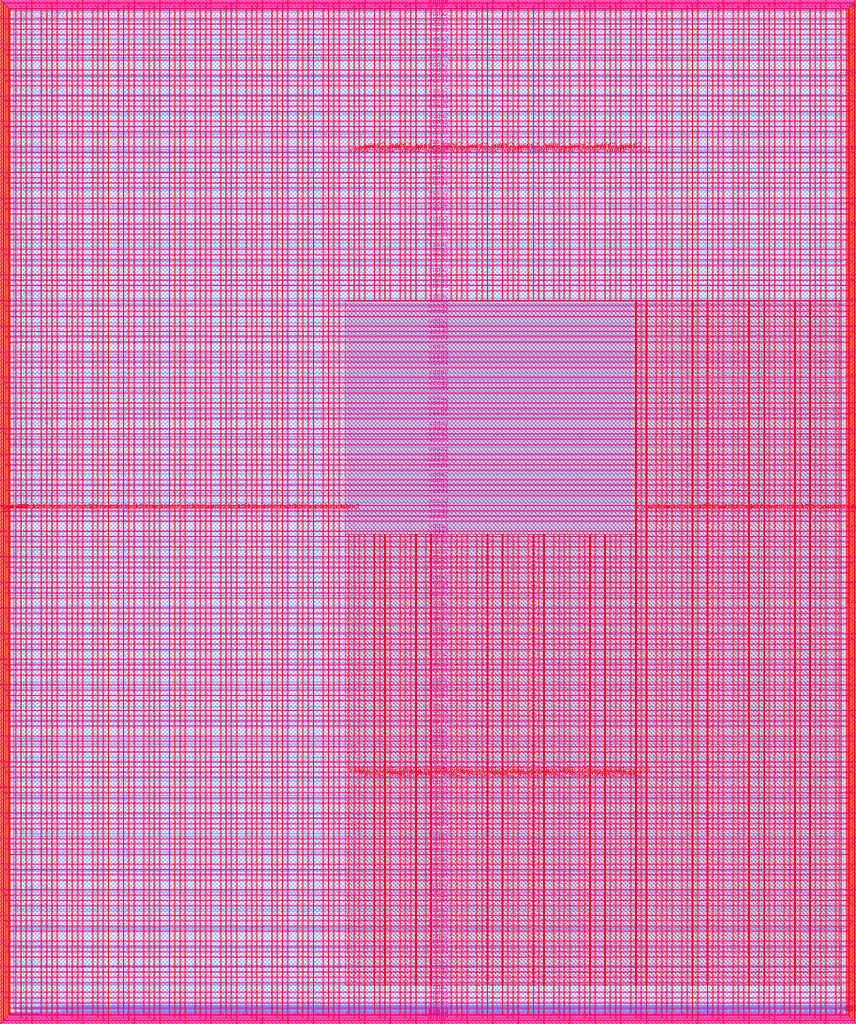
<source format=lef>
VERSION 5.7 ;
  NOWIREEXTENSIONATPIN ON ;
  DIVIDERCHAR "/" ;
  BUSBITCHARS "[]" ;
MACRO user_project_wrapper
  CLASS BLOCK ;
  FOREIGN user_project_wrapper ;
  ORIGIN 0.000 0.000 ;
  SIZE 2920.000 BY 3520.000 ;
  PIN analog_io[0]
    DIRECTION INOUT ;
    USE SIGNAL ;
    PORT
      LAYER met3 ;
        RECT 2917.600 1426.380 2924.800 1427.580 ;
    END
  END analog_io[0]
  PIN analog_io[10]
    DIRECTION INOUT ;
    USE SIGNAL ;
    PORT
      LAYER met2 ;
        RECT 2230.490 3517.600 2231.050 3524.800 ;
    END
  END analog_io[10]
  PIN analog_io[11]
    DIRECTION INOUT ;
    USE SIGNAL ;
    PORT
      LAYER met2 ;
        RECT 1905.730 3517.600 1906.290 3524.800 ;
    END
  END analog_io[11]
  PIN analog_io[12]
    DIRECTION INOUT ;
    USE SIGNAL ;
    PORT
      LAYER met2 ;
        RECT 1581.430 3517.600 1581.990 3524.800 ;
    END
  END analog_io[12]
  PIN analog_io[13]
    DIRECTION INOUT ;
    USE SIGNAL ;
    PORT
      LAYER met2 ;
        RECT 1257.130 3517.600 1257.690 3524.800 ;
    END
  END analog_io[13]
  PIN analog_io[14]
    DIRECTION INOUT ;
    USE SIGNAL ;
    PORT
      LAYER met2 ;
        RECT 932.370 3517.600 932.930 3524.800 ;
    END
  END analog_io[14]
  PIN analog_io[15]
    DIRECTION INOUT ;
    USE SIGNAL ;
    PORT
      LAYER met2 ;
        RECT 608.070 3517.600 608.630 3524.800 ;
    END
  END analog_io[15]
  PIN analog_io[16]
    DIRECTION INOUT ;
    USE SIGNAL ;
    PORT
      LAYER met2 ;
        RECT 283.770 3517.600 284.330 3524.800 ;
    END
  END analog_io[16]
  PIN analog_io[17]
    DIRECTION INOUT ;
    USE SIGNAL ;
    PORT
      LAYER met3 ;
        RECT -4.800 3486.100 2.400 3487.300 ;
    END
  END analog_io[17]
  PIN analog_io[18]
    DIRECTION INOUT ;
    USE SIGNAL ;
    PORT
      LAYER met3 ;
        RECT -4.800 3224.980 2.400 3226.180 ;
    END
  END analog_io[18]
  PIN analog_io[19]
    DIRECTION INOUT ;
    USE SIGNAL ;
    PORT
      LAYER met3 ;
        RECT -4.800 2964.540 2.400 2965.740 ;
    END
  END analog_io[19]
  PIN analog_io[1]
    DIRECTION INOUT ;
    USE SIGNAL ;
    PORT
      LAYER met3 ;
        RECT 2917.600 1692.260 2924.800 1693.460 ;
    END
  END analog_io[1]
  PIN analog_io[20]
    DIRECTION INOUT ;
    USE SIGNAL ;
    PORT
      LAYER met3 ;
        RECT -4.800 2703.420 2.400 2704.620 ;
    END
  END analog_io[20]
  PIN analog_io[21]
    DIRECTION INOUT ;
    USE SIGNAL ;
    PORT
      LAYER met3 ;
        RECT -4.800 2442.980 2.400 2444.180 ;
    END
  END analog_io[21]
  PIN analog_io[22]
    DIRECTION INOUT ;
    USE SIGNAL ;
    PORT
      LAYER met3 ;
        RECT -4.800 2182.540 2.400 2183.740 ;
    END
  END analog_io[22]
  PIN analog_io[23]
    DIRECTION INOUT ;
    USE SIGNAL ;
    PORT
      LAYER met3 ;
        RECT -4.800 1921.420 2.400 1922.620 ;
    END
  END analog_io[23]
  PIN analog_io[24]
    DIRECTION INOUT ;
    USE SIGNAL ;
    PORT
      LAYER met3 ;
        RECT -4.800 1660.980 2.400 1662.180 ;
    END
  END analog_io[24]
  PIN analog_io[25]
    DIRECTION INOUT ;
    USE SIGNAL ;
    PORT
      LAYER met3 ;
        RECT -4.800 1399.860 2.400 1401.060 ;
    END
  END analog_io[25]
  PIN analog_io[26]
    DIRECTION INOUT ;
    USE SIGNAL ;
    PORT
      LAYER met3 ;
        RECT -4.800 1139.420 2.400 1140.620 ;
    END
  END analog_io[26]
  PIN analog_io[27]
    DIRECTION INOUT ;
    USE SIGNAL ;
    PORT
      LAYER met3 ;
        RECT -4.800 878.980 2.400 880.180 ;
    END
  END analog_io[27]
  PIN analog_io[28]
    DIRECTION INOUT ;
    USE SIGNAL ;
    PORT
      LAYER met3 ;
        RECT -4.800 617.860 2.400 619.060 ;
    END
  END analog_io[28]
  PIN analog_io[2]
    DIRECTION INOUT ;
    USE SIGNAL ;
    PORT
      LAYER met3 ;
        RECT 2917.600 1958.140 2924.800 1959.340 ;
    END
  END analog_io[2]
  PIN analog_io[3]
    DIRECTION INOUT ;
    USE SIGNAL ;
    PORT
      LAYER met3 ;
        RECT 2917.600 2223.340 2924.800 2224.540 ;
    END
  END analog_io[3]
  PIN analog_io[4]
    DIRECTION INOUT ;
    USE SIGNAL ;
    PORT
      LAYER met3 ;
        RECT 2917.600 2489.220 2924.800 2490.420 ;
    END
  END analog_io[4]
  PIN analog_io[5]
    DIRECTION INOUT ;
    USE SIGNAL ;
    PORT
      LAYER met3 ;
        RECT 2917.600 2755.100 2924.800 2756.300 ;
    END
  END analog_io[5]
  PIN analog_io[6]
    DIRECTION INOUT ;
    USE SIGNAL ;
    PORT
      LAYER met3 ;
        RECT 2917.600 3020.300 2924.800 3021.500 ;
    END
  END analog_io[6]
  PIN analog_io[7]
    DIRECTION INOUT ;
    USE SIGNAL ;
    PORT
      LAYER met3 ;
        RECT 2917.600 3286.180 2924.800 3287.380 ;
    END
  END analog_io[7]
  PIN analog_io[8]
    DIRECTION INOUT ;
    USE SIGNAL ;
    PORT
      LAYER met2 ;
        RECT 2879.090 3517.600 2879.650 3524.800 ;
    END
  END analog_io[8]
  PIN analog_io[9]
    DIRECTION INOUT ;
    USE SIGNAL ;
    PORT
      LAYER met2 ;
        RECT 2554.790 3517.600 2555.350 3524.800 ;
    END
  END analog_io[9]
  PIN io_in[0]
    DIRECTION INPUT ;
    USE SIGNAL ;
    PORT
      LAYER met3 ;
        RECT 2917.600 32.380 2924.800 33.580 ;
    END
  END io_in[0]
  PIN io_in[10]
    DIRECTION INPUT ;
    USE SIGNAL ;
    PORT
      LAYER met3 ;
        RECT 2917.600 2289.980 2924.800 2291.180 ;
    END
  END io_in[10]
  PIN io_in[11]
    DIRECTION INPUT ;
    USE SIGNAL ;
    PORT
      LAYER met3 ;
        RECT 2917.600 2555.860 2924.800 2557.060 ;
    END
  END io_in[11]
  PIN io_in[12]
    DIRECTION INPUT ;
    USE SIGNAL ;
    PORT
      LAYER met3 ;
        RECT 2917.600 2821.060 2924.800 2822.260 ;
    END
  END io_in[12]
  PIN io_in[13]
    DIRECTION INPUT ;
    USE SIGNAL ;
    PORT
      LAYER met3 ;
        RECT 2917.600 3086.940 2924.800 3088.140 ;
    END
  END io_in[13]
  PIN io_in[14]
    DIRECTION INPUT ;
    USE SIGNAL ;
    PORT
      LAYER met3 ;
        RECT 2917.600 3352.820 2924.800 3354.020 ;
    END
  END io_in[14]
  PIN io_in[15]
    DIRECTION INPUT ;
    USE SIGNAL ;
    PORT
      LAYER met2 ;
        RECT 2798.130 3517.600 2798.690 3524.800 ;
    END
  END io_in[15]
  PIN io_in[16]
    DIRECTION INPUT ;
    USE SIGNAL ;
    PORT
      LAYER met2 ;
        RECT 2473.830 3517.600 2474.390 3524.800 ;
    END
  END io_in[16]
  PIN io_in[17]
    DIRECTION INPUT ;
    USE SIGNAL ;
    PORT
      LAYER met2 ;
        RECT 2149.070 3517.600 2149.630 3524.800 ;
    END
  END io_in[17]
  PIN io_in[18]
    DIRECTION INPUT ;
    USE SIGNAL ;
    PORT
      LAYER met2 ;
        RECT 1824.770 3517.600 1825.330 3524.800 ;
    END
  END io_in[18]
  PIN io_in[19]
    DIRECTION INPUT ;
    USE SIGNAL ;
    PORT
      LAYER met2 ;
        RECT 1500.470 3517.600 1501.030 3524.800 ;
    END
  END io_in[19]
  PIN io_in[1]
    DIRECTION INPUT ;
    USE SIGNAL ;
    PORT
      LAYER met3 ;
        RECT 2917.600 230.940 2924.800 232.140 ;
    END
  END io_in[1]
  PIN io_in[20]
    DIRECTION INPUT ;
    USE SIGNAL ;
    PORT
      LAYER met2 ;
        RECT 1175.710 3517.600 1176.270 3524.800 ;
    END
  END io_in[20]
  PIN io_in[21]
    DIRECTION INPUT ;
    USE SIGNAL ;
    PORT
      LAYER met2 ;
        RECT 851.410 3517.600 851.970 3524.800 ;
    END
  END io_in[21]
  PIN io_in[22]
    DIRECTION INPUT ;
    USE SIGNAL ;
    PORT
      LAYER met2 ;
        RECT 527.110 3517.600 527.670 3524.800 ;
    END
  END io_in[22]
  PIN io_in[23]
    DIRECTION INPUT ;
    USE SIGNAL ;
    PORT
      LAYER met2 ;
        RECT 202.350 3517.600 202.910 3524.800 ;
    END
  END io_in[23]
  PIN io_in[24]
    DIRECTION INPUT ;
    USE SIGNAL ;
    PORT
      LAYER met3 ;
        RECT -4.800 3420.820 2.400 3422.020 ;
    END
  END io_in[24]
  PIN io_in[25]
    DIRECTION INPUT ;
    USE SIGNAL ;
    PORT
      LAYER met3 ;
        RECT -4.800 3159.700 2.400 3160.900 ;
    END
  END io_in[25]
  PIN io_in[26]
    DIRECTION INPUT ;
    USE SIGNAL ;
    PORT
      LAYER met3 ;
        RECT -4.800 2899.260 2.400 2900.460 ;
    END
  END io_in[26]
  PIN io_in[27]
    DIRECTION INPUT ;
    USE SIGNAL ;
    PORT
      LAYER met3 ;
        RECT -4.800 2638.820 2.400 2640.020 ;
    END
  END io_in[27]
  PIN io_in[28]
    DIRECTION INPUT ;
    USE SIGNAL ;
    PORT
      LAYER met3 ;
        RECT -4.800 2377.700 2.400 2378.900 ;
    END
  END io_in[28]
  PIN io_in[29]
    DIRECTION INPUT ;
    USE SIGNAL ;
    PORT
      LAYER met3 ;
        RECT -4.800 2117.260 2.400 2118.460 ;
    END
  END io_in[29]
  PIN io_in[2]
    DIRECTION INPUT ;
    USE SIGNAL ;
    PORT
      LAYER met3 ;
        RECT 2917.600 430.180 2924.800 431.380 ;
    END
  END io_in[2]
  PIN io_in[30]
    DIRECTION INPUT ;
    USE SIGNAL ;
    PORT
      LAYER met3 ;
        RECT -4.800 1856.140 2.400 1857.340 ;
    END
  END io_in[30]
  PIN io_in[31]
    DIRECTION INPUT ;
    USE SIGNAL ;
    PORT
      LAYER met3 ;
        RECT -4.800 1595.700 2.400 1596.900 ;
    END
  END io_in[31]
  PIN io_in[32]
    DIRECTION INPUT ;
    USE SIGNAL ;
    PORT
      LAYER met3 ;
        RECT -4.800 1335.260 2.400 1336.460 ;
    END
  END io_in[32]
  PIN io_in[33]
    DIRECTION INPUT ;
    USE SIGNAL ;
    PORT
      LAYER met3 ;
        RECT -4.800 1074.140 2.400 1075.340 ;
    END
  END io_in[33]
  PIN io_in[34]
    DIRECTION INPUT ;
    USE SIGNAL ;
    PORT
      LAYER met3 ;
        RECT -4.800 813.700 2.400 814.900 ;
    END
  END io_in[34]
  PIN io_in[35]
    DIRECTION INPUT ;
    USE SIGNAL ;
    PORT
      LAYER met3 ;
        RECT -4.800 552.580 2.400 553.780 ;
    END
  END io_in[35]
  PIN io_in[36]
    DIRECTION INPUT ;
    USE SIGNAL ;
    PORT
      LAYER met3 ;
        RECT -4.800 357.420 2.400 358.620 ;
    END
  END io_in[36]
  PIN io_in[37]
    DIRECTION INPUT ;
    USE SIGNAL ;
    PORT
      LAYER met3 ;
        RECT -4.800 161.580 2.400 162.780 ;
    END
  END io_in[37]
  PIN io_in[3]
    DIRECTION INPUT ;
    USE SIGNAL ;
    PORT
      LAYER met3 ;
        RECT 2917.600 629.420 2924.800 630.620 ;
    END
  END io_in[3]
  PIN io_in[4]
    DIRECTION INPUT ;
    USE SIGNAL ;
    PORT
      LAYER met3 ;
        RECT 2917.600 828.660 2924.800 829.860 ;
    END
  END io_in[4]
  PIN io_in[5]
    DIRECTION INPUT ;
    USE SIGNAL ;
    PORT
      LAYER met3 ;
        RECT 2917.600 1027.900 2924.800 1029.100 ;
    END
  END io_in[5]
  PIN io_in[6]
    DIRECTION INPUT ;
    USE SIGNAL ;
    PORT
      LAYER met3 ;
        RECT 2917.600 1227.140 2924.800 1228.340 ;
    END
  END io_in[6]
  PIN io_in[7]
    DIRECTION INPUT ;
    USE SIGNAL ;
    PORT
      LAYER met3 ;
        RECT 2917.600 1493.020 2924.800 1494.220 ;
    END
  END io_in[7]
  PIN io_in[8]
    DIRECTION INPUT ;
    USE SIGNAL ;
    PORT
      LAYER met3 ;
        RECT 2917.600 1758.900 2924.800 1760.100 ;
    END
  END io_in[8]
  PIN io_in[9]
    DIRECTION INPUT ;
    USE SIGNAL ;
    PORT
      LAYER met3 ;
        RECT 2917.600 2024.100 2924.800 2025.300 ;
    END
  END io_in[9]
  PIN io_oeb[0]
    DIRECTION OUTPUT TRISTATE ;
    USE SIGNAL ;
    PORT
      LAYER met3 ;
        RECT 2917.600 164.980 2924.800 166.180 ;
    END
  END io_oeb[0]
  PIN io_oeb[10]
    DIRECTION OUTPUT TRISTATE ;
    USE SIGNAL ;
    PORT
      LAYER met3 ;
        RECT 2917.600 2422.580 2924.800 2423.780 ;
    END
  END io_oeb[10]
  PIN io_oeb[11]
    DIRECTION OUTPUT TRISTATE ;
    USE SIGNAL ;
    PORT
      LAYER met3 ;
        RECT 2917.600 2688.460 2924.800 2689.660 ;
    END
  END io_oeb[11]
  PIN io_oeb[12]
    DIRECTION OUTPUT TRISTATE ;
    USE SIGNAL ;
    PORT
      LAYER met3 ;
        RECT 2917.600 2954.340 2924.800 2955.540 ;
    END
  END io_oeb[12]
  PIN io_oeb[13]
    DIRECTION OUTPUT TRISTATE ;
    USE SIGNAL ;
    PORT
      LAYER met3 ;
        RECT 2917.600 3219.540 2924.800 3220.740 ;
    END
  END io_oeb[13]
  PIN io_oeb[14]
    DIRECTION OUTPUT TRISTATE ;
    USE SIGNAL ;
    PORT
      LAYER met3 ;
        RECT 2917.600 3485.420 2924.800 3486.620 ;
    END
  END io_oeb[14]
  PIN io_oeb[15]
    DIRECTION OUTPUT TRISTATE ;
    USE SIGNAL ;
    PORT
      LAYER met2 ;
        RECT 2635.750 3517.600 2636.310 3524.800 ;
    END
  END io_oeb[15]
  PIN io_oeb[16]
    DIRECTION OUTPUT TRISTATE ;
    USE SIGNAL ;
    PORT
      LAYER met2 ;
        RECT 2311.450 3517.600 2312.010 3524.800 ;
    END
  END io_oeb[16]
  PIN io_oeb[17]
    DIRECTION OUTPUT TRISTATE ;
    USE SIGNAL ;
    PORT
      LAYER met2 ;
        RECT 1987.150 3517.600 1987.710 3524.800 ;
    END
  END io_oeb[17]
  PIN io_oeb[18]
    DIRECTION OUTPUT TRISTATE ;
    USE SIGNAL ;
    PORT
      LAYER met2 ;
        RECT 1662.390 3517.600 1662.950 3524.800 ;
    END
  END io_oeb[18]
  PIN io_oeb[19]
    DIRECTION OUTPUT TRISTATE ;
    USE SIGNAL ;
    PORT
      LAYER met2 ;
        RECT 1338.090 3517.600 1338.650 3524.800 ;
    END
  END io_oeb[19]
  PIN io_oeb[1]
    DIRECTION OUTPUT TRISTATE ;
    USE SIGNAL ;
    PORT
      LAYER met3 ;
        RECT 2917.600 364.220 2924.800 365.420 ;
    END
  END io_oeb[1]
  PIN io_oeb[20]
    DIRECTION OUTPUT TRISTATE ;
    USE SIGNAL ;
    PORT
      LAYER met2 ;
        RECT 1013.790 3517.600 1014.350 3524.800 ;
    END
  END io_oeb[20]
  PIN io_oeb[21]
    DIRECTION OUTPUT TRISTATE ;
    USE SIGNAL ;
    PORT
      LAYER met2 ;
        RECT 689.030 3517.600 689.590 3524.800 ;
    END
  END io_oeb[21]
  PIN io_oeb[22]
    DIRECTION OUTPUT TRISTATE ;
    USE SIGNAL ;
    PORT
      LAYER met2 ;
        RECT 364.730 3517.600 365.290 3524.800 ;
    END
  END io_oeb[22]
  PIN io_oeb[23]
    DIRECTION OUTPUT TRISTATE ;
    USE SIGNAL ;
    PORT
      LAYER met2 ;
        RECT 40.430 3517.600 40.990 3524.800 ;
    END
  END io_oeb[23]
  PIN io_oeb[24]
    DIRECTION OUTPUT TRISTATE ;
    USE SIGNAL ;
    PORT
      LAYER met3 ;
        RECT -4.800 3290.260 2.400 3291.460 ;
    END
  END io_oeb[24]
  PIN io_oeb[25]
    DIRECTION OUTPUT TRISTATE ;
    USE SIGNAL ;
    PORT
      LAYER met3 ;
        RECT -4.800 3029.820 2.400 3031.020 ;
    END
  END io_oeb[25]
  PIN io_oeb[26]
    DIRECTION OUTPUT TRISTATE ;
    USE SIGNAL ;
    PORT
      LAYER met3 ;
        RECT -4.800 2768.700 2.400 2769.900 ;
    END
  END io_oeb[26]
  PIN io_oeb[27]
    DIRECTION OUTPUT TRISTATE ;
    USE SIGNAL ;
    PORT
      LAYER met3 ;
        RECT -4.800 2508.260 2.400 2509.460 ;
    END
  END io_oeb[27]
  PIN io_oeb[28]
    DIRECTION OUTPUT TRISTATE ;
    USE SIGNAL ;
    PORT
      LAYER met3 ;
        RECT -4.800 2247.140 2.400 2248.340 ;
    END
  END io_oeb[28]
  PIN io_oeb[29]
    DIRECTION OUTPUT TRISTATE ;
    USE SIGNAL ;
    PORT
      LAYER met3 ;
        RECT -4.800 1986.700 2.400 1987.900 ;
    END
  END io_oeb[29]
  PIN io_oeb[2]
    DIRECTION OUTPUT TRISTATE ;
    USE SIGNAL ;
    PORT
      LAYER met3 ;
        RECT 2917.600 563.460 2924.800 564.660 ;
    END
  END io_oeb[2]
  PIN io_oeb[30]
    DIRECTION OUTPUT TRISTATE ;
    USE SIGNAL ;
    PORT
      LAYER met3 ;
        RECT -4.800 1726.260 2.400 1727.460 ;
    END
  END io_oeb[30]
  PIN io_oeb[31]
    DIRECTION OUTPUT TRISTATE ;
    USE SIGNAL ;
    PORT
      LAYER met3 ;
        RECT -4.800 1465.140 2.400 1466.340 ;
    END
  END io_oeb[31]
  PIN io_oeb[32]
    DIRECTION OUTPUT TRISTATE ;
    USE SIGNAL ;
    PORT
      LAYER met3 ;
        RECT -4.800 1204.700 2.400 1205.900 ;
    END
  END io_oeb[32]
  PIN io_oeb[33]
    DIRECTION OUTPUT TRISTATE ;
    USE SIGNAL ;
    PORT
      LAYER met3 ;
        RECT -4.800 943.580 2.400 944.780 ;
    END
  END io_oeb[33]
  PIN io_oeb[34]
    DIRECTION OUTPUT TRISTATE ;
    USE SIGNAL ;
    PORT
      LAYER met3 ;
        RECT -4.800 683.140 2.400 684.340 ;
    END
  END io_oeb[34]
  PIN io_oeb[35]
    DIRECTION OUTPUT TRISTATE ;
    USE SIGNAL ;
    PORT
      LAYER met3 ;
        RECT -4.800 422.700 2.400 423.900 ;
    END
  END io_oeb[35]
  PIN io_oeb[36]
    DIRECTION OUTPUT TRISTATE ;
    USE SIGNAL ;
    PORT
      LAYER met3 ;
        RECT -4.800 226.860 2.400 228.060 ;
    END
  END io_oeb[36]
  PIN io_oeb[37]
    DIRECTION OUTPUT TRISTATE ;
    USE SIGNAL ;
    PORT
      LAYER met3 ;
        RECT -4.800 31.700 2.400 32.900 ;
    END
  END io_oeb[37]
  PIN io_oeb[3]
    DIRECTION OUTPUT TRISTATE ;
    USE SIGNAL ;
    PORT
      LAYER met3 ;
        RECT 2917.600 762.700 2924.800 763.900 ;
    END
  END io_oeb[3]
  PIN io_oeb[4]
    DIRECTION OUTPUT TRISTATE ;
    USE SIGNAL ;
    PORT
      LAYER met3 ;
        RECT 2917.600 961.940 2924.800 963.140 ;
    END
  END io_oeb[4]
  PIN io_oeb[5]
    DIRECTION OUTPUT TRISTATE ;
    USE SIGNAL ;
    PORT
      LAYER met3 ;
        RECT 2917.600 1161.180 2924.800 1162.380 ;
    END
  END io_oeb[5]
  PIN io_oeb[6]
    DIRECTION OUTPUT TRISTATE ;
    USE SIGNAL ;
    PORT
      LAYER met3 ;
        RECT 2917.600 1360.420 2924.800 1361.620 ;
    END
  END io_oeb[6]
  PIN io_oeb[7]
    DIRECTION OUTPUT TRISTATE ;
    USE SIGNAL ;
    PORT
      LAYER met3 ;
        RECT 2917.600 1625.620 2924.800 1626.820 ;
    END
  END io_oeb[7]
  PIN io_oeb[8]
    DIRECTION OUTPUT TRISTATE ;
    USE SIGNAL ;
    PORT
      LAYER met3 ;
        RECT 2917.600 1891.500 2924.800 1892.700 ;
    END
  END io_oeb[8]
  PIN io_oeb[9]
    DIRECTION OUTPUT TRISTATE ;
    USE SIGNAL ;
    PORT
      LAYER met3 ;
        RECT 2917.600 2157.380 2924.800 2158.580 ;
    END
  END io_oeb[9]
  PIN io_out[0]
    DIRECTION OUTPUT TRISTATE ;
    USE SIGNAL ;
    PORT
      LAYER met3 ;
        RECT 2917.600 98.340 2924.800 99.540 ;
    END
  END io_out[0]
  PIN io_out[10]
    DIRECTION OUTPUT TRISTATE ;
    USE SIGNAL ;
    PORT
      LAYER met3 ;
        RECT 2917.600 2356.620 2924.800 2357.820 ;
    END
  END io_out[10]
  PIN io_out[11]
    DIRECTION OUTPUT TRISTATE ;
    USE SIGNAL ;
    PORT
      LAYER met3 ;
        RECT 2917.600 2621.820 2924.800 2623.020 ;
    END
  END io_out[11]
  PIN io_out[12]
    DIRECTION OUTPUT TRISTATE ;
    USE SIGNAL ;
    PORT
      LAYER met3 ;
        RECT 2917.600 2887.700 2924.800 2888.900 ;
    END
  END io_out[12]
  PIN io_out[13]
    DIRECTION OUTPUT TRISTATE ;
    USE SIGNAL ;
    PORT
      LAYER met3 ;
        RECT 2917.600 3153.580 2924.800 3154.780 ;
    END
  END io_out[13]
  PIN io_out[14]
    DIRECTION OUTPUT TRISTATE ;
    USE SIGNAL ;
    PORT
      LAYER met3 ;
        RECT 2917.600 3418.780 2924.800 3419.980 ;
    END
  END io_out[14]
  PIN io_out[15]
    DIRECTION OUTPUT TRISTATE ;
    USE SIGNAL ;
    PORT
      LAYER met2 ;
        RECT 2717.170 3517.600 2717.730 3524.800 ;
    END
  END io_out[15]
  PIN io_out[16]
    DIRECTION OUTPUT TRISTATE ;
    USE SIGNAL ;
    PORT
      LAYER met2 ;
        RECT 2392.410 3517.600 2392.970 3524.800 ;
    END
  END io_out[16]
  PIN io_out[17]
    DIRECTION OUTPUT TRISTATE ;
    USE SIGNAL ;
    PORT
      LAYER met2 ;
        RECT 2068.110 3517.600 2068.670 3524.800 ;
    END
  END io_out[17]
  PIN io_out[18]
    DIRECTION OUTPUT TRISTATE ;
    USE SIGNAL ;
    PORT
      LAYER met2 ;
        RECT 1743.810 3517.600 1744.370 3524.800 ;
    END
  END io_out[18]
  PIN io_out[19]
    DIRECTION OUTPUT TRISTATE ;
    USE SIGNAL ;
    PORT
      LAYER met2 ;
        RECT 1419.050 3517.600 1419.610 3524.800 ;
    END
  END io_out[19]
  PIN io_out[1]
    DIRECTION OUTPUT TRISTATE ;
    USE SIGNAL ;
    PORT
      LAYER met3 ;
        RECT 2917.600 297.580 2924.800 298.780 ;
    END
  END io_out[1]
  PIN io_out[20]
    DIRECTION OUTPUT TRISTATE ;
    USE SIGNAL ;
    PORT
      LAYER met2 ;
        RECT 1094.750 3517.600 1095.310 3524.800 ;
    END
  END io_out[20]
  PIN io_out[21]
    DIRECTION OUTPUT TRISTATE ;
    USE SIGNAL ;
    PORT
      LAYER met2 ;
        RECT 770.450 3517.600 771.010 3524.800 ;
    END
  END io_out[21]
  PIN io_out[22]
    DIRECTION OUTPUT TRISTATE ;
    USE SIGNAL ;
    PORT
      LAYER met2 ;
        RECT 445.690 3517.600 446.250 3524.800 ;
    END
  END io_out[22]
  PIN io_out[23]
    DIRECTION OUTPUT TRISTATE ;
    USE SIGNAL ;
    PORT
      LAYER met2 ;
        RECT 121.390 3517.600 121.950 3524.800 ;
    END
  END io_out[23]
  PIN io_out[24]
    DIRECTION OUTPUT TRISTATE ;
    USE SIGNAL ;
    PORT
      LAYER met3 ;
        RECT -4.800 3355.540 2.400 3356.740 ;
    END
  END io_out[24]
  PIN io_out[25]
    DIRECTION OUTPUT TRISTATE ;
    USE SIGNAL ;
    PORT
      LAYER met3 ;
        RECT -4.800 3095.100 2.400 3096.300 ;
    END
  END io_out[25]
  PIN io_out[26]
    DIRECTION OUTPUT TRISTATE ;
    USE SIGNAL ;
    PORT
      LAYER met3 ;
        RECT -4.800 2833.980 2.400 2835.180 ;
    END
  END io_out[26]
  PIN io_out[27]
    DIRECTION OUTPUT TRISTATE ;
    USE SIGNAL ;
    PORT
      LAYER met3 ;
        RECT -4.800 2573.540 2.400 2574.740 ;
    END
  END io_out[27]
  PIN io_out[28]
    DIRECTION OUTPUT TRISTATE ;
    USE SIGNAL ;
    PORT
      LAYER met3 ;
        RECT -4.800 2312.420 2.400 2313.620 ;
    END
  END io_out[28]
  PIN io_out[29]
    DIRECTION OUTPUT TRISTATE ;
    USE SIGNAL ;
    PORT
      LAYER met3 ;
        RECT -4.800 2051.980 2.400 2053.180 ;
    END
  END io_out[29]
  PIN io_out[2]
    DIRECTION OUTPUT TRISTATE ;
    USE SIGNAL ;
    PORT
      LAYER met3 ;
        RECT 2917.600 496.820 2924.800 498.020 ;
    END
  END io_out[2]
  PIN io_out[30]
    DIRECTION OUTPUT TRISTATE ;
    USE SIGNAL ;
    PORT
      LAYER met3 ;
        RECT -4.800 1791.540 2.400 1792.740 ;
    END
  END io_out[30]
  PIN io_out[31]
    DIRECTION OUTPUT TRISTATE ;
    USE SIGNAL ;
    PORT
      LAYER met3 ;
        RECT -4.800 1530.420 2.400 1531.620 ;
    END
  END io_out[31]
  PIN io_out[32]
    DIRECTION OUTPUT TRISTATE ;
    USE SIGNAL ;
    PORT
      LAYER met3 ;
        RECT -4.800 1269.980 2.400 1271.180 ;
    END
  END io_out[32]
  PIN io_out[33]
    DIRECTION OUTPUT TRISTATE ;
    USE SIGNAL ;
    PORT
      LAYER met3 ;
        RECT -4.800 1008.860 2.400 1010.060 ;
    END
  END io_out[33]
  PIN io_out[34]
    DIRECTION OUTPUT TRISTATE ;
    USE SIGNAL ;
    PORT
      LAYER met3 ;
        RECT -4.800 748.420 2.400 749.620 ;
    END
  END io_out[34]
  PIN io_out[35]
    DIRECTION OUTPUT TRISTATE ;
    USE SIGNAL ;
    PORT
      LAYER met3 ;
        RECT -4.800 487.300 2.400 488.500 ;
    END
  END io_out[35]
  PIN io_out[36]
    DIRECTION OUTPUT TRISTATE ;
    USE SIGNAL ;
    PORT
      LAYER met3 ;
        RECT -4.800 292.140 2.400 293.340 ;
    END
  END io_out[36]
  PIN io_out[37]
    DIRECTION OUTPUT TRISTATE ;
    USE SIGNAL ;
    PORT
      LAYER met3 ;
        RECT -4.800 96.300 2.400 97.500 ;
    END
  END io_out[37]
  PIN io_out[3]
    DIRECTION OUTPUT TRISTATE ;
    USE SIGNAL ;
    PORT
      LAYER met3 ;
        RECT 2917.600 696.060 2924.800 697.260 ;
    END
  END io_out[3]
  PIN io_out[4]
    DIRECTION OUTPUT TRISTATE ;
    USE SIGNAL ;
    PORT
      LAYER met3 ;
        RECT 2917.600 895.300 2924.800 896.500 ;
    END
  END io_out[4]
  PIN io_out[5]
    DIRECTION OUTPUT TRISTATE ;
    USE SIGNAL ;
    PORT
      LAYER met3 ;
        RECT 2917.600 1094.540 2924.800 1095.740 ;
    END
  END io_out[5]
  PIN io_out[6]
    DIRECTION OUTPUT TRISTATE ;
    USE SIGNAL ;
    PORT
      LAYER met3 ;
        RECT 2917.600 1293.780 2924.800 1294.980 ;
    END
  END io_out[6]
  PIN io_out[7]
    DIRECTION OUTPUT TRISTATE ;
    USE SIGNAL ;
    PORT
      LAYER met3 ;
        RECT 2917.600 1559.660 2924.800 1560.860 ;
    END
  END io_out[7]
  PIN io_out[8]
    DIRECTION OUTPUT TRISTATE ;
    USE SIGNAL ;
    PORT
      LAYER met3 ;
        RECT 2917.600 1824.860 2924.800 1826.060 ;
    END
  END io_out[8]
  PIN io_out[9]
    DIRECTION OUTPUT TRISTATE ;
    USE SIGNAL ;
    PORT
      LAYER met3 ;
        RECT 2917.600 2090.740 2924.800 2091.940 ;
    END
  END io_out[9]
  PIN la_data_in[0]
    DIRECTION INPUT ;
    USE SIGNAL ;
    PORT
      LAYER met2 ;
        RECT 629.230 -4.800 629.790 2.400 ;
    END
  END la_data_in[0]
  PIN la_data_in[100]
    DIRECTION INPUT ;
    USE SIGNAL ;
    PORT
      LAYER met2 ;
        RECT 2402.530 -4.800 2403.090 2.400 ;
    END
  END la_data_in[100]
  PIN la_data_in[101]
    DIRECTION INPUT ;
    USE SIGNAL ;
    PORT
      LAYER met2 ;
        RECT 2420.010 -4.800 2420.570 2.400 ;
    END
  END la_data_in[101]
  PIN la_data_in[102]
    DIRECTION INPUT ;
    USE SIGNAL ;
    PORT
      LAYER met2 ;
        RECT 2437.950 -4.800 2438.510 2.400 ;
    END
  END la_data_in[102]
  PIN la_data_in[103]
    DIRECTION INPUT ;
    USE SIGNAL ;
    PORT
      LAYER met2 ;
        RECT 2455.430 -4.800 2455.990 2.400 ;
    END
  END la_data_in[103]
  PIN la_data_in[104]
    DIRECTION INPUT ;
    USE SIGNAL ;
    PORT
      LAYER met2 ;
        RECT 2473.370 -4.800 2473.930 2.400 ;
    END
  END la_data_in[104]
  PIN la_data_in[105]
    DIRECTION INPUT ;
    USE SIGNAL ;
    PORT
      LAYER met2 ;
        RECT 2490.850 -4.800 2491.410 2.400 ;
    END
  END la_data_in[105]
  PIN la_data_in[106]
    DIRECTION INPUT ;
    USE SIGNAL ;
    PORT
      LAYER met2 ;
        RECT 2508.790 -4.800 2509.350 2.400 ;
    END
  END la_data_in[106]
  PIN la_data_in[107]
    DIRECTION INPUT ;
    USE SIGNAL ;
    PORT
      LAYER met2 ;
        RECT 2526.730 -4.800 2527.290 2.400 ;
    END
  END la_data_in[107]
  PIN la_data_in[108]
    DIRECTION INPUT ;
    USE SIGNAL ;
    PORT
      LAYER met2 ;
        RECT 2544.210 -4.800 2544.770 2.400 ;
    END
  END la_data_in[108]
  PIN la_data_in[109]
    DIRECTION INPUT ;
    USE SIGNAL ;
    PORT
      LAYER met2 ;
        RECT 2562.150 -4.800 2562.710 2.400 ;
    END
  END la_data_in[109]
  PIN la_data_in[10]
    DIRECTION INPUT ;
    USE SIGNAL ;
    PORT
      LAYER met2 ;
        RECT 806.330 -4.800 806.890 2.400 ;
    END
  END la_data_in[10]
  PIN la_data_in[110]
    DIRECTION INPUT ;
    USE SIGNAL ;
    PORT
      LAYER met2 ;
        RECT 2579.630 -4.800 2580.190 2.400 ;
    END
  END la_data_in[110]
  PIN la_data_in[111]
    DIRECTION INPUT ;
    USE SIGNAL ;
    PORT
      LAYER met2 ;
        RECT 2597.570 -4.800 2598.130 2.400 ;
    END
  END la_data_in[111]
  PIN la_data_in[112]
    DIRECTION INPUT ;
    USE SIGNAL ;
    PORT
      LAYER met2 ;
        RECT 2615.050 -4.800 2615.610 2.400 ;
    END
  END la_data_in[112]
  PIN la_data_in[113]
    DIRECTION INPUT ;
    USE SIGNAL ;
    PORT
      LAYER met2 ;
        RECT 2632.990 -4.800 2633.550 2.400 ;
    END
  END la_data_in[113]
  PIN la_data_in[114]
    DIRECTION INPUT ;
    USE SIGNAL ;
    PORT
      LAYER met2 ;
        RECT 2650.470 -4.800 2651.030 2.400 ;
    END
  END la_data_in[114]
  PIN la_data_in[115]
    DIRECTION INPUT ;
    USE SIGNAL ;
    PORT
      LAYER met2 ;
        RECT 2668.410 -4.800 2668.970 2.400 ;
    END
  END la_data_in[115]
  PIN la_data_in[116]
    DIRECTION INPUT ;
    USE SIGNAL ;
    PORT
      LAYER met2 ;
        RECT 2685.890 -4.800 2686.450 2.400 ;
    END
  END la_data_in[116]
  PIN la_data_in[117]
    DIRECTION INPUT ;
    USE SIGNAL ;
    PORT
      LAYER met2 ;
        RECT 2703.830 -4.800 2704.390 2.400 ;
    END
  END la_data_in[117]
  PIN la_data_in[118]
    DIRECTION INPUT ;
    USE SIGNAL ;
    PORT
      LAYER met2 ;
        RECT 2721.770 -4.800 2722.330 2.400 ;
    END
  END la_data_in[118]
  PIN la_data_in[119]
    DIRECTION INPUT ;
    USE SIGNAL ;
    PORT
      LAYER met2 ;
        RECT 2739.250 -4.800 2739.810 2.400 ;
    END
  END la_data_in[119]
  PIN la_data_in[11]
    DIRECTION INPUT ;
    USE SIGNAL ;
    PORT
      LAYER met2 ;
        RECT 824.270 -4.800 824.830 2.400 ;
    END
  END la_data_in[11]
  PIN la_data_in[120]
    DIRECTION INPUT ;
    USE SIGNAL ;
    PORT
      LAYER met2 ;
        RECT 2757.190 -4.800 2757.750 2.400 ;
    END
  END la_data_in[120]
  PIN la_data_in[121]
    DIRECTION INPUT ;
    USE SIGNAL ;
    PORT
      LAYER met2 ;
        RECT 2774.670 -4.800 2775.230 2.400 ;
    END
  END la_data_in[121]
  PIN la_data_in[122]
    DIRECTION INPUT ;
    USE SIGNAL ;
    PORT
      LAYER met2 ;
        RECT 2792.610 -4.800 2793.170 2.400 ;
    END
  END la_data_in[122]
  PIN la_data_in[123]
    DIRECTION INPUT ;
    USE SIGNAL ;
    PORT
      LAYER met2 ;
        RECT 2810.090 -4.800 2810.650 2.400 ;
    END
  END la_data_in[123]
  PIN la_data_in[124]
    DIRECTION INPUT ;
    USE SIGNAL ;
    PORT
      LAYER met2 ;
        RECT 2828.030 -4.800 2828.590 2.400 ;
    END
  END la_data_in[124]
  PIN la_data_in[125]
    DIRECTION INPUT ;
    USE SIGNAL ;
    PORT
      LAYER met2 ;
        RECT 2845.510 -4.800 2846.070 2.400 ;
    END
  END la_data_in[125]
  PIN la_data_in[126]
    DIRECTION INPUT ;
    USE SIGNAL ;
    PORT
      LAYER met2 ;
        RECT 2863.450 -4.800 2864.010 2.400 ;
    END
  END la_data_in[126]
  PIN la_data_in[127]
    DIRECTION INPUT ;
    USE SIGNAL ;
    PORT
      LAYER met2 ;
        RECT 2881.390 -4.800 2881.950 2.400 ;
    END
  END la_data_in[127]
  PIN la_data_in[12]
    DIRECTION INPUT ;
    USE SIGNAL ;
    PORT
      LAYER met2 ;
        RECT 841.750 -4.800 842.310 2.400 ;
    END
  END la_data_in[12]
  PIN la_data_in[13]
    DIRECTION INPUT ;
    USE SIGNAL ;
    PORT
      LAYER met2 ;
        RECT 859.690 -4.800 860.250 2.400 ;
    END
  END la_data_in[13]
  PIN la_data_in[14]
    DIRECTION INPUT ;
    USE SIGNAL ;
    PORT
      LAYER met2 ;
        RECT 877.170 -4.800 877.730 2.400 ;
    END
  END la_data_in[14]
  PIN la_data_in[15]
    DIRECTION INPUT ;
    USE SIGNAL ;
    PORT
      LAYER met2 ;
        RECT 895.110 -4.800 895.670 2.400 ;
    END
  END la_data_in[15]
  PIN la_data_in[16]
    DIRECTION INPUT ;
    USE SIGNAL ;
    PORT
      LAYER met2 ;
        RECT 912.590 -4.800 913.150 2.400 ;
    END
  END la_data_in[16]
  PIN la_data_in[17]
    DIRECTION INPUT ;
    USE SIGNAL ;
    PORT
      LAYER met2 ;
        RECT 930.530 -4.800 931.090 2.400 ;
    END
  END la_data_in[17]
  PIN la_data_in[18]
    DIRECTION INPUT ;
    USE SIGNAL ;
    PORT
      LAYER met2 ;
        RECT 948.470 -4.800 949.030 2.400 ;
    END
  END la_data_in[18]
  PIN la_data_in[19]
    DIRECTION INPUT ;
    USE SIGNAL ;
    PORT
      LAYER met2 ;
        RECT 965.950 -4.800 966.510 2.400 ;
    END
  END la_data_in[19]
  PIN la_data_in[1]
    DIRECTION INPUT ;
    USE SIGNAL ;
    PORT
      LAYER met2 ;
        RECT 646.710 -4.800 647.270 2.400 ;
    END
  END la_data_in[1]
  PIN la_data_in[20]
    DIRECTION INPUT ;
    USE SIGNAL ;
    PORT
      LAYER met2 ;
        RECT 983.890 -4.800 984.450 2.400 ;
    END
  END la_data_in[20]
  PIN la_data_in[21]
    DIRECTION INPUT ;
    USE SIGNAL ;
    PORT
      LAYER met2 ;
        RECT 1001.370 -4.800 1001.930 2.400 ;
    END
  END la_data_in[21]
  PIN la_data_in[22]
    DIRECTION INPUT ;
    USE SIGNAL ;
    PORT
      LAYER met2 ;
        RECT 1019.310 -4.800 1019.870 2.400 ;
    END
  END la_data_in[22]
  PIN la_data_in[23]
    DIRECTION INPUT ;
    USE SIGNAL ;
    PORT
      LAYER met2 ;
        RECT 1036.790 -4.800 1037.350 2.400 ;
    END
  END la_data_in[23]
  PIN la_data_in[24]
    DIRECTION INPUT ;
    USE SIGNAL ;
    PORT
      LAYER met2 ;
        RECT 1054.730 -4.800 1055.290 2.400 ;
    END
  END la_data_in[24]
  PIN la_data_in[25]
    DIRECTION INPUT ;
    USE SIGNAL ;
    PORT
      LAYER met2 ;
        RECT 1072.210 -4.800 1072.770 2.400 ;
    END
  END la_data_in[25]
  PIN la_data_in[26]
    DIRECTION INPUT ;
    USE SIGNAL ;
    PORT
      LAYER met2 ;
        RECT 1090.150 -4.800 1090.710 2.400 ;
    END
  END la_data_in[26]
  PIN la_data_in[27]
    DIRECTION INPUT ;
    USE SIGNAL ;
    PORT
      LAYER met2 ;
        RECT 1107.630 -4.800 1108.190 2.400 ;
    END
  END la_data_in[27]
  PIN la_data_in[28]
    DIRECTION INPUT ;
    USE SIGNAL ;
    PORT
      LAYER met2 ;
        RECT 1125.570 -4.800 1126.130 2.400 ;
    END
  END la_data_in[28]
  PIN la_data_in[29]
    DIRECTION INPUT ;
    USE SIGNAL ;
    PORT
      LAYER met2 ;
        RECT 1143.510 -4.800 1144.070 2.400 ;
    END
  END la_data_in[29]
  PIN la_data_in[2]
    DIRECTION INPUT ;
    USE SIGNAL ;
    PORT
      LAYER met2 ;
        RECT 664.650 -4.800 665.210 2.400 ;
    END
  END la_data_in[2]
  PIN la_data_in[30]
    DIRECTION INPUT ;
    USE SIGNAL ;
    PORT
      LAYER met2 ;
        RECT 1160.990 -4.800 1161.550 2.400 ;
    END
  END la_data_in[30]
  PIN la_data_in[31]
    DIRECTION INPUT ;
    USE SIGNAL ;
    PORT
      LAYER met2 ;
        RECT 1178.930 -4.800 1179.490 2.400 ;
    END
  END la_data_in[31]
  PIN la_data_in[32]
    DIRECTION INPUT ;
    USE SIGNAL ;
    PORT
      LAYER met2 ;
        RECT 1196.410 -4.800 1196.970 2.400 ;
    END
  END la_data_in[32]
  PIN la_data_in[33]
    DIRECTION INPUT ;
    USE SIGNAL ;
    PORT
      LAYER met2 ;
        RECT 1214.350 -4.800 1214.910 2.400 ;
    END
  END la_data_in[33]
  PIN la_data_in[34]
    DIRECTION INPUT ;
    USE SIGNAL ;
    PORT
      LAYER met2 ;
        RECT 1231.830 -4.800 1232.390 2.400 ;
    END
  END la_data_in[34]
  PIN la_data_in[35]
    DIRECTION INPUT ;
    USE SIGNAL ;
    PORT
      LAYER met2 ;
        RECT 1249.770 -4.800 1250.330 2.400 ;
    END
  END la_data_in[35]
  PIN la_data_in[36]
    DIRECTION INPUT ;
    USE SIGNAL ;
    PORT
      LAYER met2 ;
        RECT 1267.250 -4.800 1267.810 2.400 ;
    END
  END la_data_in[36]
  PIN la_data_in[37]
    DIRECTION INPUT ;
    USE SIGNAL ;
    PORT
      LAYER met2 ;
        RECT 1285.190 -4.800 1285.750 2.400 ;
    END
  END la_data_in[37]
  PIN la_data_in[38]
    DIRECTION INPUT ;
    USE SIGNAL ;
    PORT
      LAYER met2 ;
        RECT 1303.130 -4.800 1303.690 2.400 ;
    END
  END la_data_in[38]
  PIN la_data_in[39]
    DIRECTION INPUT ;
    USE SIGNAL ;
    PORT
      LAYER met2 ;
        RECT 1320.610 -4.800 1321.170 2.400 ;
    END
  END la_data_in[39]
  PIN la_data_in[3]
    DIRECTION INPUT ;
    USE SIGNAL ;
    PORT
      LAYER met2 ;
        RECT 682.130 -4.800 682.690 2.400 ;
    END
  END la_data_in[3]
  PIN la_data_in[40]
    DIRECTION INPUT ;
    USE SIGNAL ;
    PORT
      LAYER met2 ;
        RECT 1338.550 -4.800 1339.110 2.400 ;
    END
  END la_data_in[40]
  PIN la_data_in[41]
    DIRECTION INPUT ;
    USE SIGNAL ;
    PORT
      LAYER met2 ;
        RECT 1356.030 -4.800 1356.590 2.400 ;
    END
  END la_data_in[41]
  PIN la_data_in[42]
    DIRECTION INPUT ;
    USE SIGNAL ;
    PORT
      LAYER met2 ;
        RECT 1373.970 -4.800 1374.530 2.400 ;
    END
  END la_data_in[42]
  PIN la_data_in[43]
    DIRECTION INPUT ;
    USE SIGNAL ;
    PORT
      LAYER met2 ;
        RECT 1391.450 -4.800 1392.010 2.400 ;
    END
  END la_data_in[43]
  PIN la_data_in[44]
    DIRECTION INPUT ;
    USE SIGNAL ;
    PORT
      LAYER met2 ;
        RECT 1409.390 -4.800 1409.950 2.400 ;
    END
  END la_data_in[44]
  PIN la_data_in[45]
    DIRECTION INPUT ;
    USE SIGNAL ;
    PORT
      LAYER met2 ;
        RECT 1426.870 -4.800 1427.430 2.400 ;
    END
  END la_data_in[45]
  PIN la_data_in[46]
    DIRECTION INPUT ;
    USE SIGNAL ;
    PORT
      LAYER met2 ;
        RECT 1444.810 -4.800 1445.370 2.400 ;
    END
  END la_data_in[46]
  PIN la_data_in[47]
    DIRECTION INPUT ;
    USE SIGNAL ;
    PORT
      LAYER met2 ;
        RECT 1462.750 -4.800 1463.310 2.400 ;
    END
  END la_data_in[47]
  PIN la_data_in[48]
    DIRECTION INPUT ;
    USE SIGNAL ;
    PORT
      LAYER met2 ;
        RECT 1480.230 -4.800 1480.790 2.400 ;
    END
  END la_data_in[48]
  PIN la_data_in[49]
    DIRECTION INPUT ;
    USE SIGNAL ;
    PORT
      LAYER met2 ;
        RECT 1498.170 -4.800 1498.730 2.400 ;
    END
  END la_data_in[49]
  PIN la_data_in[4]
    DIRECTION INPUT ;
    USE SIGNAL ;
    PORT
      LAYER met2 ;
        RECT 700.070 -4.800 700.630 2.400 ;
    END
  END la_data_in[4]
  PIN la_data_in[50]
    DIRECTION INPUT ;
    USE SIGNAL ;
    PORT
      LAYER met2 ;
        RECT 1515.650 -4.800 1516.210 2.400 ;
    END
  END la_data_in[50]
  PIN la_data_in[51]
    DIRECTION INPUT ;
    USE SIGNAL ;
    PORT
      LAYER met2 ;
        RECT 1533.590 -4.800 1534.150 2.400 ;
    END
  END la_data_in[51]
  PIN la_data_in[52]
    DIRECTION INPUT ;
    USE SIGNAL ;
    PORT
      LAYER met2 ;
        RECT 1551.070 -4.800 1551.630 2.400 ;
    END
  END la_data_in[52]
  PIN la_data_in[53]
    DIRECTION INPUT ;
    USE SIGNAL ;
    PORT
      LAYER met2 ;
        RECT 1569.010 -4.800 1569.570 2.400 ;
    END
  END la_data_in[53]
  PIN la_data_in[54]
    DIRECTION INPUT ;
    USE SIGNAL ;
    PORT
      LAYER met2 ;
        RECT 1586.490 -4.800 1587.050 2.400 ;
    END
  END la_data_in[54]
  PIN la_data_in[55]
    DIRECTION INPUT ;
    USE SIGNAL ;
    PORT
      LAYER met2 ;
        RECT 1604.430 -4.800 1604.990 2.400 ;
    END
  END la_data_in[55]
  PIN la_data_in[56]
    DIRECTION INPUT ;
    USE SIGNAL ;
    PORT
      LAYER met2 ;
        RECT 1621.910 -4.800 1622.470 2.400 ;
    END
  END la_data_in[56]
  PIN la_data_in[57]
    DIRECTION INPUT ;
    USE SIGNAL ;
    PORT
      LAYER met2 ;
        RECT 1639.850 -4.800 1640.410 2.400 ;
    END
  END la_data_in[57]
  PIN la_data_in[58]
    DIRECTION INPUT ;
    USE SIGNAL ;
    PORT
      LAYER met2 ;
        RECT 1657.790 -4.800 1658.350 2.400 ;
    END
  END la_data_in[58]
  PIN la_data_in[59]
    DIRECTION INPUT ;
    USE SIGNAL ;
    PORT
      LAYER met2 ;
        RECT 1675.270 -4.800 1675.830 2.400 ;
    END
  END la_data_in[59]
  PIN la_data_in[5]
    DIRECTION INPUT ;
    USE SIGNAL ;
    PORT
      LAYER met2 ;
        RECT 717.550 -4.800 718.110 2.400 ;
    END
  END la_data_in[5]
  PIN la_data_in[60]
    DIRECTION INPUT ;
    USE SIGNAL ;
    PORT
      LAYER met2 ;
        RECT 1693.210 -4.800 1693.770 2.400 ;
    END
  END la_data_in[60]
  PIN la_data_in[61]
    DIRECTION INPUT ;
    USE SIGNAL ;
    PORT
      LAYER met2 ;
        RECT 1710.690 -4.800 1711.250 2.400 ;
    END
  END la_data_in[61]
  PIN la_data_in[62]
    DIRECTION INPUT ;
    USE SIGNAL ;
    PORT
      LAYER met2 ;
        RECT 1728.630 -4.800 1729.190 2.400 ;
    END
  END la_data_in[62]
  PIN la_data_in[63]
    DIRECTION INPUT ;
    USE SIGNAL ;
    PORT
      LAYER met2 ;
        RECT 1746.110 -4.800 1746.670 2.400 ;
    END
  END la_data_in[63]
  PIN la_data_in[64]
    DIRECTION INPUT ;
    USE SIGNAL ;
    PORT
      LAYER met2 ;
        RECT 1764.050 -4.800 1764.610 2.400 ;
    END
  END la_data_in[64]
  PIN la_data_in[65]
    DIRECTION INPUT ;
    USE SIGNAL ;
    PORT
      LAYER met2 ;
        RECT 1781.530 -4.800 1782.090 2.400 ;
    END
  END la_data_in[65]
  PIN la_data_in[66]
    DIRECTION INPUT ;
    USE SIGNAL ;
    PORT
      LAYER met2 ;
        RECT 1799.470 -4.800 1800.030 2.400 ;
    END
  END la_data_in[66]
  PIN la_data_in[67]
    DIRECTION INPUT ;
    USE SIGNAL ;
    PORT
      LAYER met2 ;
        RECT 1817.410 -4.800 1817.970 2.400 ;
    END
  END la_data_in[67]
  PIN la_data_in[68]
    DIRECTION INPUT ;
    USE SIGNAL ;
    PORT
      LAYER met2 ;
        RECT 1834.890 -4.800 1835.450 2.400 ;
    END
  END la_data_in[68]
  PIN la_data_in[69]
    DIRECTION INPUT ;
    USE SIGNAL ;
    PORT
      LAYER met2 ;
        RECT 1852.830 -4.800 1853.390 2.400 ;
    END
  END la_data_in[69]
  PIN la_data_in[6]
    DIRECTION INPUT ;
    USE SIGNAL ;
    PORT
      LAYER met2 ;
        RECT 735.490 -4.800 736.050 2.400 ;
    END
  END la_data_in[6]
  PIN la_data_in[70]
    DIRECTION INPUT ;
    USE SIGNAL ;
    PORT
      LAYER met2 ;
        RECT 1870.310 -4.800 1870.870 2.400 ;
    END
  END la_data_in[70]
  PIN la_data_in[71]
    DIRECTION INPUT ;
    USE SIGNAL ;
    PORT
      LAYER met2 ;
        RECT 1888.250 -4.800 1888.810 2.400 ;
    END
  END la_data_in[71]
  PIN la_data_in[72]
    DIRECTION INPUT ;
    USE SIGNAL ;
    PORT
      LAYER met2 ;
        RECT 1905.730 -4.800 1906.290 2.400 ;
    END
  END la_data_in[72]
  PIN la_data_in[73]
    DIRECTION INPUT ;
    USE SIGNAL ;
    PORT
      LAYER met2 ;
        RECT 1923.670 -4.800 1924.230 2.400 ;
    END
  END la_data_in[73]
  PIN la_data_in[74]
    DIRECTION INPUT ;
    USE SIGNAL ;
    PORT
      LAYER met2 ;
        RECT 1941.150 -4.800 1941.710 2.400 ;
    END
  END la_data_in[74]
  PIN la_data_in[75]
    DIRECTION INPUT ;
    USE SIGNAL ;
    PORT
      LAYER met2 ;
        RECT 1959.090 -4.800 1959.650 2.400 ;
    END
  END la_data_in[75]
  PIN la_data_in[76]
    DIRECTION INPUT ;
    USE SIGNAL ;
    PORT
      LAYER met2 ;
        RECT 1976.570 -4.800 1977.130 2.400 ;
    END
  END la_data_in[76]
  PIN la_data_in[77]
    DIRECTION INPUT ;
    USE SIGNAL ;
    PORT
      LAYER met2 ;
        RECT 1994.510 -4.800 1995.070 2.400 ;
    END
  END la_data_in[77]
  PIN la_data_in[78]
    DIRECTION INPUT ;
    USE SIGNAL ;
    PORT
      LAYER met2 ;
        RECT 2012.450 -4.800 2013.010 2.400 ;
    END
  END la_data_in[78]
  PIN la_data_in[79]
    DIRECTION INPUT ;
    USE SIGNAL ;
    PORT
      LAYER met2 ;
        RECT 2029.930 -4.800 2030.490 2.400 ;
    END
  END la_data_in[79]
  PIN la_data_in[7]
    DIRECTION INPUT ;
    USE SIGNAL ;
    PORT
      LAYER met2 ;
        RECT 752.970 -4.800 753.530 2.400 ;
    END
  END la_data_in[7]
  PIN la_data_in[80]
    DIRECTION INPUT ;
    USE SIGNAL ;
    PORT
      LAYER met2 ;
        RECT 2047.870 -4.800 2048.430 2.400 ;
    END
  END la_data_in[80]
  PIN la_data_in[81]
    DIRECTION INPUT ;
    USE SIGNAL ;
    PORT
      LAYER met2 ;
        RECT 2065.350 -4.800 2065.910 2.400 ;
    END
  END la_data_in[81]
  PIN la_data_in[82]
    DIRECTION INPUT ;
    USE SIGNAL ;
    PORT
      LAYER met2 ;
        RECT 2083.290 -4.800 2083.850 2.400 ;
    END
  END la_data_in[82]
  PIN la_data_in[83]
    DIRECTION INPUT ;
    USE SIGNAL ;
    PORT
      LAYER met2 ;
        RECT 2100.770 -4.800 2101.330 2.400 ;
    END
  END la_data_in[83]
  PIN la_data_in[84]
    DIRECTION INPUT ;
    USE SIGNAL ;
    PORT
      LAYER met2 ;
        RECT 2118.710 -4.800 2119.270 2.400 ;
    END
  END la_data_in[84]
  PIN la_data_in[85]
    DIRECTION INPUT ;
    USE SIGNAL ;
    PORT
      LAYER met2 ;
        RECT 2136.190 -4.800 2136.750 2.400 ;
    END
  END la_data_in[85]
  PIN la_data_in[86]
    DIRECTION INPUT ;
    USE SIGNAL ;
    PORT
      LAYER met2 ;
        RECT 2154.130 -4.800 2154.690 2.400 ;
    END
  END la_data_in[86]
  PIN la_data_in[87]
    DIRECTION INPUT ;
    USE SIGNAL ;
    PORT
      LAYER met2 ;
        RECT 2172.070 -4.800 2172.630 2.400 ;
    END
  END la_data_in[87]
  PIN la_data_in[88]
    DIRECTION INPUT ;
    USE SIGNAL ;
    PORT
      LAYER met2 ;
        RECT 2189.550 -4.800 2190.110 2.400 ;
    END
  END la_data_in[88]
  PIN la_data_in[89]
    DIRECTION INPUT ;
    USE SIGNAL ;
    PORT
      LAYER met2 ;
        RECT 2207.490 -4.800 2208.050 2.400 ;
    END
  END la_data_in[89]
  PIN la_data_in[8]
    DIRECTION INPUT ;
    USE SIGNAL ;
    PORT
      LAYER met2 ;
        RECT 770.910 -4.800 771.470 2.400 ;
    END
  END la_data_in[8]
  PIN la_data_in[90]
    DIRECTION INPUT ;
    USE SIGNAL ;
    PORT
      LAYER met2 ;
        RECT 2224.970 -4.800 2225.530 2.400 ;
    END
  END la_data_in[90]
  PIN la_data_in[91]
    DIRECTION INPUT ;
    USE SIGNAL ;
    PORT
      LAYER met2 ;
        RECT 2242.910 -4.800 2243.470 2.400 ;
    END
  END la_data_in[91]
  PIN la_data_in[92]
    DIRECTION INPUT ;
    USE SIGNAL ;
    PORT
      LAYER met2 ;
        RECT 2260.390 -4.800 2260.950 2.400 ;
    END
  END la_data_in[92]
  PIN la_data_in[93]
    DIRECTION INPUT ;
    USE SIGNAL ;
    PORT
      LAYER met2 ;
        RECT 2278.330 -4.800 2278.890 2.400 ;
    END
  END la_data_in[93]
  PIN la_data_in[94]
    DIRECTION INPUT ;
    USE SIGNAL ;
    PORT
      LAYER met2 ;
        RECT 2295.810 -4.800 2296.370 2.400 ;
    END
  END la_data_in[94]
  PIN la_data_in[95]
    DIRECTION INPUT ;
    USE SIGNAL ;
    PORT
      LAYER met2 ;
        RECT 2313.750 -4.800 2314.310 2.400 ;
    END
  END la_data_in[95]
  PIN la_data_in[96]
    DIRECTION INPUT ;
    USE SIGNAL ;
    PORT
      LAYER met2 ;
        RECT 2331.230 -4.800 2331.790 2.400 ;
    END
  END la_data_in[96]
  PIN la_data_in[97]
    DIRECTION INPUT ;
    USE SIGNAL ;
    PORT
      LAYER met2 ;
        RECT 2349.170 -4.800 2349.730 2.400 ;
    END
  END la_data_in[97]
  PIN la_data_in[98]
    DIRECTION INPUT ;
    USE SIGNAL ;
    PORT
      LAYER met2 ;
        RECT 2367.110 -4.800 2367.670 2.400 ;
    END
  END la_data_in[98]
  PIN la_data_in[99]
    DIRECTION INPUT ;
    USE SIGNAL ;
    PORT
      LAYER met2 ;
        RECT 2384.590 -4.800 2385.150 2.400 ;
    END
  END la_data_in[99]
  PIN la_data_in[9]
    DIRECTION INPUT ;
    USE SIGNAL ;
    PORT
      LAYER met2 ;
        RECT 788.850 -4.800 789.410 2.400 ;
    END
  END la_data_in[9]
  PIN la_data_out[0]
    DIRECTION OUTPUT TRISTATE ;
    USE SIGNAL ;
    PORT
      LAYER met2 ;
        RECT 634.750 -4.800 635.310 2.400 ;
    END
  END la_data_out[0]
  PIN la_data_out[100]
    DIRECTION OUTPUT TRISTATE ;
    USE SIGNAL ;
    PORT
      LAYER met2 ;
        RECT 2408.510 -4.800 2409.070 2.400 ;
    END
  END la_data_out[100]
  PIN la_data_out[101]
    DIRECTION OUTPUT TRISTATE ;
    USE SIGNAL ;
    PORT
      LAYER met2 ;
        RECT 2425.990 -4.800 2426.550 2.400 ;
    END
  END la_data_out[101]
  PIN la_data_out[102]
    DIRECTION OUTPUT TRISTATE ;
    USE SIGNAL ;
    PORT
      LAYER met2 ;
        RECT 2443.930 -4.800 2444.490 2.400 ;
    END
  END la_data_out[102]
  PIN la_data_out[103]
    DIRECTION OUTPUT TRISTATE ;
    USE SIGNAL ;
    PORT
      LAYER met2 ;
        RECT 2461.410 -4.800 2461.970 2.400 ;
    END
  END la_data_out[103]
  PIN la_data_out[104]
    DIRECTION OUTPUT TRISTATE ;
    USE SIGNAL ;
    PORT
      LAYER met2 ;
        RECT 2479.350 -4.800 2479.910 2.400 ;
    END
  END la_data_out[104]
  PIN la_data_out[105]
    DIRECTION OUTPUT TRISTATE ;
    USE SIGNAL ;
    PORT
      LAYER met2 ;
        RECT 2496.830 -4.800 2497.390 2.400 ;
    END
  END la_data_out[105]
  PIN la_data_out[106]
    DIRECTION OUTPUT TRISTATE ;
    USE SIGNAL ;
    PORT
      LAYER met2 ;
        RECT 2514.770 -4.800 2515.330 2.400 ;
    END
  END la_data_out[106]
  PIN la_data_out[107]
    DIRECTION OUTPUT TRISTATE ;
    USE SIGNAL ;
    PORT
      LAYER met2 ;
        RECT 2532.250 -4.800 2532.810 2.400 ;
    END
  END la_data_out[107]
  PIN la_data_out[108]
    DIRECTION OUTPUT TRISTATE ;
    USE SIGNAL ;
    PORT
      LAYER met2 ;
        RECT 2550.190 -4.800 2550.750 2.400 ;
    END
  END la_data_out[108]
  PIN la_data_out[109]
    DIRECTION OUTPUT TRISTATE ;
    USE SIGNAL ;
    PORT
      LAYER met2 ;
        RECT 2567.670 -4.800 2568.230 2.400 ;
    END
  END la_data_out[109]
  PIN la_data_out[10]
    DIRECTION OUTPUT TRISTATE ;
    USE SIGNAL ;
    PORT
      LAYER met2 ;
        RECT 812.310 -4.800 812.870 2.400 ;
    END
  END la_data_out[10]
  PIN la_data_out[110]
    DIRECTION OUTPUT TRISTATE ;
    USE SIGNAL ;
    PORT
      LAYER met2 ;
        RECT 2585.610 -4.800 2586.170 2.400 ;
    END
  END la_data_out[110]
  PIN la_data_out[111]
    DIRECTION OUTPUT TRISTATE ;
    USE SIGNAL ;
    PORT
      LAYER met2 ;
        RECT 2603.550 -4.800 2604.110 2.400 ;
    END
  END la_data_out[111]
  PIN la_data_out[112]
    DIRECTION OUTPUT TRISTATE ;
    USE SIGNAL ;
    PORT
      LAYER met2 ;
        RECT 2621.030 -4.800 2621.590 2.400 ;
    END
  END la_data_out[112]
  PIN la_data_out[113]
    DIRECTION OUTPUT TRISTATE ;
    USE SIGNAL ;
    PORT
      LAYER met2 ;
        RECT 2638.970 -4.800 2639.530 2.400 ;
    END
  END la_data_out[113]
  PIN la_data_out[114]
    DIRECTION OUTPUT TRISTATE ;
    USE SIGNAL ;
    PORT
      LAYER met2 ;
        RECT 2656.450 -4.800 2657.010 2.400 ;
    END
  END la_data_out[114]
  PIN la_data_out[115]
    DIRECTION OUTPUT TRISTATE ;
    USE SIGNAL ;
    PORT
      LAYER met2 ;
        RECT 2674.390 -4.800 2674.950 2.400 ;
    END
  END la_data_out[115]
  PIN la_data_out[116]
    DIRECTION OUTPUT TRISTATE ;
    USE SIGNAL ;
    PORT
      LAYER met2 ;
        RECT 2691.870 -4.800 2692.430 2.400 ;
    END
  END la_data_out[116]
  PIN la_data_out[117]
    DIRECTION OUTPUT TRISTATE ;
    USE SIGNAL ;
    PORT
      LAYER met2 ;
        RECT 2709.810 -4.800 2710.370 2.400 ;
    END
  END la_data_out[117]
  PIN la_data_out[118]
    DIRECTION OUTPUT TRISTATE ;
    USE SIGNAL ;
    PORT
      LAYER met2 ;
        RECT 2727.290 -4.800 2727.850 2.400 ;
    END
  END la_data_out[118]
  PIN la_data_out[119]
    DIRECTION OUTPUT TRISTATE ;
    USE SIGNAL ;
    PORT
      LAYER met2 ;
        RECT 2745.230 -4.800 2745.790 2.400 ;
    END
  END la_data_out[119]
  PIN la_data_out[11]
    DIRECTION OUTPUT TRISTATE ;
    USE SIGNAL ;
    PORT
      LAYER met2 ;
        RECT 830.250 -4.800 830.810 2.400 ;
    END
  END la_data_out[11]
  PIN la_data_out[120]
    DIRECTION OUTPUT TRISTATE ;
    USE SIGNAL ;
    PORT
      LAYER met2 ;
        RECT 2763.170 -4.800 2763.730 2.400 ;
    END
  END la_data_out[120]
  PIN la_data_out[121]
    DIRECTION OUTPUT TRISTATE ;
    USE SIGNAL ;
    PORT
      LAYER met2 ;
        RECT 2780.650 -4.800 2781.210 2.400 ;
    END
  END la_data_out[121]
  PIN la_data_out[122]
    DIRECTION OUTPUT TRISTATE ;
    USE SIGNAL ;
    PORT
      LAYER met2 ;
        RECT 2798.590 -4.800 2799.150 2.400 ;
    END
  END la_data_out[122]
  PIN la_data_out[123]
    DIRECTION OUTPUT TRISTATE ;
    USE SIGNAL ;
    PORT
      LAYER met2 ;
        RECT 2816.070 -4.800 2816.630 2.400 ;
    END
  END la_data_out[123]
  PIN la_data_out[124]
    DIRECTION OUTPUT TRISTATE ;
    USE SIGNAL ;
    PORT
      LAYER met2 ;
        RECT 2834.010 -4.800 2834.570 2.400 ;
    END
  END la_data_out[124]
  PIN la_data_out[125]
    DIRECTION OUTPUT TRISTATE ;
    USE SIGNAL ;
    PORT
      LAYER met2 ;
        RECT 2851.490 -4.800 2852.050 2.400 ;
    END
  END la_data_out[125]
  PIN la_data_out[126]
    DIRECTION OUTPUT TRISTATE ;
    USE SIGNAL ;
    PORT
      LAYER met2 ;
        RECT 2869.430 -4.800 2869.990 2.400 ;
    END
  END la_data_out[126]
  PIN la_data_out[127]
    DIRECTION OUTPUT TRISTATE ;
    USE SIGNAL ;
    PORT
      LAYER met2 ;
        RECT 2886.910 -4.800 2887.470 2.400 ;
    END
  END la_data_out[127]
  PIN la_data_out[12]
    DIRECTION OUTPUT TRISTATE ;
    USE SIGNAL ;
    PORT
      LAYER met2 ;
        RECT 847.730 -4.800 848.290 2.400 ;
    END
  END la_data_out[12]
  PIN la_data_out[13]
    DIRECTION OUTPUT TRISTATE ;
    USE SIGNAL ;
    PORT
      LAYER met2 ;
        RECT 865.670 -4.800 866.230 2.400 ;
    END
  END la_data_out[13]
  PIN la_data_out[14]
    DIRECTION OUTPUT TRISTATE ;
    USE SIGNAL ;
    PORT
      LAYER met2 ;
        RECT 883.150 -4.800 883.710 2.400 ;
    END
  END la_data_out[14]
  PIN la_data_out[15]
    DIRECTION OUTPUT TRISTATE ;
    USE SIGNAL ;
    PORT
      LAYER met2 ;
        RECT 901.090 -4.800 901.650 2.400 ;
    END
  END la_data_out[15]
  PIN la_data_out[16]
    DIRECTION OUTPUT TRISTATE ;
    USE SIGNAL ;
    PORT
      LAYER met2 ;
        RECT 918.570 -4.800 919.130 2.400 ;
    END
  END la_data_out[16]
  PIN la_data_out[17]
    DIRECTION OUTPUT TRISTATE ;
    USE SIGNAL ;
    PORT
      LAYER met2 ;
        RECT 936.510 -4.800 937.070 2.400 ;
    END
  END la_data_out[17]
  PIN la_data_out[18]
    DIRECTION OUTPUT TRISTATE ;
    USE SIGNAL ;
    PORT
      LAYER met2 ;
        RECT 953.990 -4.800 954.550 2.400 ;
    END
  END la_data_out[18]
  PIN la_data_out[19]
    DIRECTION OUTPUT TRISTATE ;
    USE SIGNAL ;
    PORT
      LAYER met2 ;
        RECT 971.930 -4.800 972.490 2.400 ;
    END
  END la_data_out[19]
  PIN la_data_out[1]
    DIRECTION OUTPUT TRISTATE ;
    USE SIGNAL ;
    PORT
      LAYER met2 ;
        RECT 652.690 -4.800 653.250 2.400 ;
    END
  END la_data_out[1]
  PIN la_data_out[20]
    DIRECTION OUTPUT TRISTATE ;
    USE SIGNAL ;
    PORT
      LAYER met2 ;
        RECT 989.410 -4.800 989.970 2.400 ;
    END
  END la_data_out[20]
  PIN la_data_out[21]
    DIRECTION OUTPUT TRISTATE ;
    USE SIGNAL ;
    PORT
      LAYER met2 ;
        RECT 1007.350 -4.800 1007.910 2.400 ;
    END
  END la_data_out[21]
  PIN la_data_out[22]
    DIRECTION OUTPUT TRISTATE ;
    USE SIGNAL ;
    PORT
      LAYER met2 ;
        RECT 1025.290 -4.800 1025.850 2.400 ;
    END
  END la_data_out[22]
  PIN la_data_out[23]
    DIRECTION OUTPUT TRISTATE ;
    USE SIGNAL ;
    PORT
      LAYER met2 ;
        RECT 1042.770 -4.800 1043.330 2.400 ;
    END
  END la_data_out[23]
  PIN la_data_out[24]
    DIRECTION OUTPUT TRISTATE ;
    USE SIGNAL ;
    PORT
      LAYER met2 ;
        RECT 1060.710 -4.800 1061.270 2.400 ;
    END
  END la_data_out[24]
  PIN la_data_out[25]
    DIRECTION OUTPUT TRISTATE ;
    USE SIGNAL ;
    PORT
      LAYER met2 ;
        RECT 1078.190 -4.800 1078.750 2.400 ;
    END
  END la_data_out[25]
  PIN la_data_out[26]
    DIRECTION OUTPUT TRISTATE ;
    USE SIGNAL ;
    PORT
      LAYER met2 ;
        RECT 1096.130 -4.800 1096.690 2.400 ;
    END
  END la_data_out[26]
  PIN la_data_out[27]
    DIRECTION OUTPUT TRISTATE ;
    USE SIGNAL ;
    PORT
      LAYER met2 ;
        RECT 1113.610 -4.800 1114.170 2.400 ;
    END
  END la_data_out[27]
  PIN la_data_out[28]
    DIRECTION OUTPUT TRISTATE ;
    USE SIGNAL ;
    PORT
      LAYER met2 ;
        RECT 1131.550 -4.800 1132.110 2.400 ;
    END
  END la_data_out[28]
  PIN la_data_out[29]
    DIRECTION OUTPUT TRISTATE ;
    USE SIGNAL ;
    PORT
      LAYER met2 ;
        RECT 1149.030 -4.800 1149.590 2.400 ;
    END
  END la_data_out[29]
  PIN la_data_out[2]
    DIRECTION OUTPUT TRISTATE ;
    USE SIGNAL ;
    PORT
      LAYER met2 ;
        RECT 670.630 -4.800 671.190 2.400 ;
    END
  END la_data_out[2]
  PIN la_data_out[30]
    DIRECTION OUTPUT TRISTATE ;
    USE SIGNAL ;
    PORT
      LAYER met2 ;
        RECT 1166.970 -4.800 1167.530 2.400 ;
    END
  END la_data_out[30]
  PIN la_data_out[31]
    DIRECTION OUTPUT TRISTATE ;
    USE SIGNAL ;
    PORT
      LAYER met2 ;
        RECT 1184.910 -4.800 1185.470 2.400 ;
    END
  END la_data_out[31]
  PIN la_data_out[32]
    DIRECTION OUTPUT TRISTATE ;
    USE SIGNAL ;
    PORT
      LAYER met2 ;
        RECT 1202.390 -4.800 1202.950 2.400 ;
    END
  END la_data_out[32]
  PIN la_data_out[33]
    DIRECTION OUTPUT TRISTATE ;
    USE SIGNAL ;
    PORT
      LAYER met2 ;
        RECT 1220.330 -4.800 1220.890 2.400 ;
    END
  END la_data_out[33]
  PIN la_data_out[34]
    DIRECTION OUTPUT TRISTATE ;
    USE SIGNAL ;
    PORT
      LAYER met2 ;
        RECT 1237.810 -4.800 1238.370 2.400 ;
    END
  END la_data_out[34]
  PIN la_data_out[35]
    DIRECTION OUTPUT TRISTATE ;
    USE SIGNAL ;
    PORT
      LAYER met2 ;
        RECT 1255.750 -4.800 1256.310 2.400 ;
    END
  END la_data_out[35]
  PIN la_data_out[36]
    DIRECTION OUTPUT TRISTATE ;
    USE SIGNAL ;
    PORT
      LAYER met2 ;
        RECT 1273.230 -4.800 1273.790 2.400 ;
    END
  END la_data_out[36]
  PIN la_data_out[37]
    DIRECTION OUTPUT TRISTATE ;
    USE SIGNAL ;
    PORT
      LAYER met2 ;
        RECT 1291.170 -4.800 1291.730 2.400 ;
    END
  END la_data_out[37]
  PIN la_data_out[38]
    DIRECTION OUTPUT TRISTATE ;
    USE SIGNAL ;
    PORT
      LAYER met2 ;
        RECT 1308.650 -4.800 1309.210 2.400 ;
    END
  END la_data_out[38]
  PIN la_data_out[39]
    DIRECTION OUTPUT TRISTATE ;
    USE SIGNAL ;
    PORT
      LAYER met2 ;
        RECT 1326.590 -4.800 1327.150 2.400 ;
    END
  END la_data_out[39]
  PIN la_data_out[3]
    DIRECTION OUTPUT TRISTATE ;
    USE SIGNAL ;
    PORT
      LAYER met2 ;
        RECT 688.110 -4.800 688.670 2.400 ;
    END
  END la_data_out[3]
  PIN la_data_out[40]
    DIRECTION OUTPUT TRISTATE ;
    USE SIGNAL ;
    PORT
      LAYER met2 ;
        RECT 1344.070 -4.800 1344.630 2.400 ;
    END
  END la_data_out[40]
  PIN la_data_out[41]
    DIRECTION OUTPUT TRISTATE ;
    USE SIGNAL ;
    PORT
      LAYER met2 ;
        RECT 1362.010 -4.800 1362.570 2.400 ;
    END
  END la_data_out[41]
  PIN la_data_out[42]
    DIRECTION OUTPUT TRISTATE ;
    USE SIGNAL ;
    PORT
      LAYER met2 ;
        RECT 1379.950 -4.800 1380.510 2.400 ;
    END
  END la_data_out[42]
  PIN la_data_out[43]
    DIRECTION OUTPUT TRISTATE ;
    USE SIGNAL ;
    PORT
      LAYER met2 ;
        RECT 1397.430 -4.800 1397.990 2.400 ;
    END
  END la_data_out[43]
  PIN la_data_out[44]
    DIRECTION OUTPUT TRISTATE ;
    USE SIGNAL ;
    PORT
      LAYER met2 ;
        RECT 1415.370 -4.800 1415.930 2.400 ;
    END
  END la_data_out[44]
  PIN la_data_out[45]
    DIRECTION OUTPUT TRISTATE ;
    USE SIGNAL ;
    PORT
      LAYER met2 ;
        RECT 1432.850 -4.800 1433.410 2.400 ;
    END
  END la_data_out[45]
  PIN la_data_out[46]
    DIRECTION OUTPUT TRISTATE ;
    USE SIGNAL ;
    PORT
      LAYER met2 ;
        RECT 1450.790 -4.800 1451.350 2.400 ;
    END
  END la_data_out[46]
  PIN la_data_out[47]
    DIRECTION OUTPUT TRISTATE ;
    USE SIGNAL ;
    PORT
      LAYER met2 ;
        RECT 1468.270 -4.800 1468.830 2.400 ;
    END
  END la_data_out[47]
  PIN la_data_out[48]
    DIRECTION OUTPUT TRISTATE ;
    USE SIGNAL ;
    PORT
      LAYER met2 ;
        RECT 1486.210 -4.800 1486.770 2.400 ;
    END
  END la_data_out[48]
  PIN la_data_out[49]
    DIRECTION OUTPUT TRISTATE ;
    USE SIGNAL ;
    PORT
      LAYER met2 ;
        RECT 1503.690 -4.800 1504.250 2.400 ;
    END
  END la_data_out[49]
  PIN la_data_out[4]
    DIRECTION OUTPUT TRISTATE ;
    USE SIGNAL ;
    PORT
      LAYER met2 ;
        RECT 706.050 -4.800 706.610 2.400 ;
    END
  END la_data_out[4]
  PIN la_data_out[50]
    DIRECTION OUTPUT TRISTATE ;
    USE SIGNAL ;
    PORT
      LAYER met2 ;
        RECT 1521.630 -4.800 1522.190 2.400 ;
    END
  END la_data_out[50]
  PIN la_data_out[51]
    DIRECTION OUTPUT TRISTATE ;
    USE SIGNAL ;
    PORT
      LAYER met2 ;
        RECT 1539.570 -4.800 1540.130 2.400 ;
    END
  END la_data_out[51]
  PIN la_data_out[52]
    DIRECTION OUTPUT TRISTATE ;
    USE SIGNAL ;
    PORT
      LAYER met2 ;
        RECT 1557.050 -4.800 1557.610 2.400 ;
    END
  END la_data_out[52]
  PIN la_data_out[53]
    DIRECTION OUTPUT TRISTATE ;
    USE SIGNAL ;
    PORT
      LAYER met2 ;
        RECT 1574.990 -4.800 1575.550 2.400 ;
    END
  END la_data_out[53]
  PIN la_data_out[54]
    DIRECTION OUTPUT TRISTATE ;
    USE SIGNAL ;
    PORT
      LAYER met2 ;
        RECT 1592.470 -4.800 1593.030 2.400 ;
    END
  END la_data_out[54]
  PIN la_data_out[55]
    DIRECTION OUTPUT TRISTATE ;
    USE SIGNAL ;
    PORT
      LAYER met2 ;
        RECT 1610.410 -4.800 1610.970 2.400 ;
    END
  END la_data_out[55]
  PIN la_data_out[56]
    DIRECTION OUTPUT TRISTATE ;
    USE SIGNAL ;
    PORT
      LAYER met2 ;
        RECT 1627.890 -4.800 1628.450 2.400 ;
    END
  END la_data_out[56]
  PIN la_data_out[57]
    DIRECTION OUTPUT TRISTATE ;
    USE SIGNAL ;
    PORT
      LAYER met2 ;
        RECT 1645.830 -4.800 1646.390 2.400 ;
    END
  END la_data_out[57]
  PIN la_data_out[58]
    DIRECTION OUTPUT TRISTATE ;
    USE SIGNAL ;
    PORT
      LAYER met2 ;
        RECT 1663.310 -4.800 1663.870 2.400 ;
    END
  END la_data_out[58]
  PIN la_data_out[59]
    DIRECTION OUTPUT TRISTATE ;
    USE SIGNAL ;
    PORT
      LAYER met2 ;
        RECT 1681.250 -4.800 1681.810 2.400 ;
    END
  END la_data_out[59]
  PIN la_data_out[5]
    DIRECTION OUTPUT TRISTATE ;
    USE SIGNAL ;
    PORT
      LAYER met2 ;
        RECT 723.530 -4.800 724.090 2.400 ;
    END
  END la_data_out[5]
  PIN la_data_out[60]
    DIRECTION OUTPUT TRISTATE ;
    USE SIGNAL ;
    PORT
      LAYER met2 ;
        RECT 1699.190 -4.800 1699.750 2.400 ;
    END
  END la_data_out[60]
  PIN la_data_out[61]
    DIRECTION OUTPUT TRISTATE ;
    USE SIGNAL ;
    PORT
      LAYER met2 ;
        RECT 1716.670 -4.800 1717.230 2.400 ;
    END
  END la_data_out[61]
  PIN la_data_out[62]
    DIRECTION OUTPUT TRISTATE ;
    USE SIGNAL ;
    PORT
      LAYER met2 ;
        RECT 1734.610 -4.800 1735.170 2.400 ;
    END
  END la_data_out[62]
  PIN la_data_out[63]
    DIRECTION OUTPUT TRISTATE ;
    USE SIGNAL ;
    PORT
      LAYER met2 ;
        RECT 1752.090 -4.800 1752.650 2.400 ;
    END
  END la_data_out[63]
  PIN la_data_out[64]
    DIRECTION OUTPUT TRISTATE ;
    USE SIGNAL ;
    PORT
      LAYER met2 ;
        RECT 1770.030 -4.800 1770.590 2.400 ;
    END
  END la_data_out[64]
  PIN la_data_out[65]
    DIRECTION OUTPUT TRISTATE ;
    USE SIGNAL ;
    PORT
      LAYER met2 ;
        RECT 1787.510 -4.800 1788.070 2.400 ;
    END
  END la_data_out[65]
  PIN la_data_out[66]
    DIRECTION OUTPUT TRISTATE ;
    USE SIGNAL ;
    PORT
      LAYER met2 ;
        RECT 1805.450 -4.800 1806.010 2.400 ;
    END
  END la_data_out[66]
  PIN la_data_out[67]
    DIRECTION OUTPUT TRISTATE ;
    USE SIGNAL ;
    PORT
      LAYER met2 ;
        RECT 1822.930 -4.800 1823.490 2.400 ;
    END
  END la_data_out[67]
  PIN la_data_out[68]
    DIRECTION OUTPUT TRISTATE ;
    USE SIGNAL ;
    PORT
      LAYER met2 ;
        RECT 1840.870 -4.800 1841.430 2.400 ;
    END
  END la_data_out[68]
  PIN la_data_out[69]
    DIRECTION OUTPUT TRISTATE ;
    USE SIGNAL ;
    PORT
      LAYER met2 ;
        RECT 1858.350 -4.800 1858.910 2.400 ;
    END
  END la_data_out[69]
  PIN la_data_out[6]
    DIRECTION OUTPUT TRISTATE ;
    USE SIGNAL ;
    PORT
      LAYER met2 ;
        RECT 741.470 -4.800 742.030 2.400 ;
    END
  END la_data_out[6]
  PIN la_data_out[70]
    DIRECTION OUTPUT TRISTATE ;
    USE SIGNAL ;
    PORT
      LAYER met2 ;
        RECT 1876.290 -4.800 1876.850 2.400 ;
    END
  END la_data_out[70]
  PIN la_data_out[71]
    DIRECTION OUTPUT TRISTATE ;
    USE SIGNAL ;
    PORT
      LAYER met2 ;
        RECT 1894.230 -4.800 1894.790 2.400 ;
    END
  END la_data_out[71]
  PIN la_data_out[72]
    DIRECTION OUTPUT TRISTATE ;
    USE SIGNAL ;
    PORT
      LAYER met2 ;
        RECT 1911.710 -4.800 1912.270 2.400 ;
    END
  END la_data_out[72]
  PIN la_data_out[73]
    DIRECTION OUTPUT TRISTATE ;
    USE SIGNAL ;
    PORT
      LAYER met2 ;
        RECT 1929.650 -4.800 1930.210 2.400 ;
    END
  END la_data_out[73]
  PIN la_data_out[74]
    DIRECTION OUTPUT TRISTATE ;
    USE SIGNAL ;
    PORT
      LAYER met2 ;
        RECT 1947.130 -4.800 1947.690 2.400 ;
    END
  END la_data_out[74]
  PIN la_data_out[75]
    DIRECTION OUTPUT TRISTATE ;
    USE SIGNAL ;
    PORT
      LAYER met2 ;
        RECT 1965.070 -4.800 1965.630 2.400 ;
    END
  END la_data_out[75]
  PIN la_data_out[76]
    DIRECTION OUTPUT TRISTATE ;
    USE SIGNAL ;
    PORT
      LAYER met2 ;
        RECT 1982.550 -4.800 1983.110 2.400 ;
    END
  END la_data_out[76]
  PIN la_data_out[77]
    DIRECTION OUTPUT TRISTATE ;
    USE SIGNAL ;
    PORT
      LAYER met2 ;
        RECT 2000.490 -4.800 2001.050 2.400 ;
    END
  END la_data_out[77]
  PIN la_data_out[78]
    DIRECTION OUTPUT TRISTATE ;
    USE SIGNAL ;
    PORT
      LAYER met2 ;
        RECT 2017.970 -4.800 2018.530 2.400 ;
    END
  END la_data_out[78]
  PIN la_data_out[79]
    DIRECTION OUTPUT TRISTATE ;
    USE SIGNAL ;
    PORT
      LAYER met2 ;
        RECT 2035.910 -4.800 2036.470 2.400 ;
    END
  END la_data_out[79]
  PIN la_data_out[7]
    DIRECTION OUTPUT TRISTATE ;
    USE SIGNAL ;
    PORT
      LAYER met2 ;
        RECT 758.950 -4.800 759.510 2.400 ;
    END
  END la_data_out[7]
  PIN la_data_out[80]
    DIRECTION OUTPUT TRISTATE ;
    USE SIGNAL ;
    PORT
      LAYER met2 ;
        RECT 2053.850 -4.800 2054.410 2.400 ;
    END
  END la_data_out[80]
  PIN la_data_out[81]
    DIRECTION OUTPUT TRISTATE ;
    USE SIGNAL ;
    PORT
      LAYER met2 ;
        RECT 2071.330 -4.800 2071.890 2.400 ;
    END
  END la_data_out[81]
  PIN la_data_out[82]
    DIRECTION OUTPUT TRISTATE ;
    USE SIGNAL ;
    PORT
      LAYER met2 ;
        RECT 2089.270 -4.800 2089.830 2.400 ;
    END
  END la_data_out[82]
  PIN la_data_out[83]
    DIRECTION OUTPUT TRISTATE ;
    USE SIGNAL ;
    PORT
      LAYER met2 ;
        RECT 2106.750 -4.800 2107.310 2.400 ;
    END
  END la_data_out[83]
  PIN la_data_out[84]
    DIRECTION OUTPUT TRISTATE ;
    USE SIGNAL ;
    PORT
      LAYER met2 ;
        RECT 2124.690 -4.800 2125.250 2.400 ;
    END
  END la_data_out[84]
  PIN la_data_out[85]
    DIRECTION OUTPUT TRISTATE ;
    USE SIGNAL ;
    PORT
      LAYER met2 ;
        RECT 2142.170 -4.800 2142.730 2.400 ;
    END
  END la_data_out[85]
  PIN la_data_out[86]
    DIRECTION OUTPUT TRISTATE ;
    USE SIGNAL ;
    PORT
      LAYER met2 ;
        RECT 2160.110 -4.800 2160.670 2.400 ;
    END
  END la_data_out[86]
  PIN la_data_out[87]
    DIRECTION OUTPUT TRISTATE ;
    USE SIGNAL ;
    PORT
      LAYER met2 ;
        RECT 2177.590 -4.800 2178.150 2.400 ;
    END
  END la_data_out[87]
  PIN la_data_out[88]
    DIRECTION OUTPUT TRISTATE ;
    USE SIGNAL ;
    PORT
      LAYER met2 ;
        RECT 2195.530 -4.800 2196.090 2.400 ;
    END
  END la_data_out[88]
  PIN la_data_out[89]
    DIRECTION OUTPUT TRISTATE ;
    USE SIGNAL ;
    PORT
      LAYER met2 ;
        RECT 2213.010 -4.800 2213.570 2.400 ;
    END
  END la_data_out[89]
  PIN la_data_out[8]
    DIRECTION OUTPUT TRISTATE ;
    USE SIGNAL ;
    PORT
      LAYER met2 ;
        RECT 776.890 -4.800 777.450 2.400 ;
    END
  END la_data_out[8]
  PIN la_data_out[90]
    DIRECTION OUTPUT TRISTATE ;
    USE SIGNAL ;
    PORT
      LAYER met2 ;
        RECT 2230.950 -4.800 2231.510 2.400 ;
    END
  END la_data_out[90]
  PIN la_data_out[91]
    DIRECTION OUTPUT TRISTATE ;
    USE SIGNAL ;
    PORT
      LAYER met2 ;
        RECT 2248.890 -4.800 2249.450 2.400 ;
    END
  END la_data_out[91]
  PIN la_data_out[92]
    DIRECTION OUTPUT TRISTATE ;
    USE SIGNAL ;
    PORT
      LAYER met2 ;
        RECT 2266.370 -4.800 2266.930 2.400 ;
    END
  END la_data_out[92]
  PIN la_data_out[93]
    DIRECTION OUTPUT TRISTATE ;
    USE SIGNAL ;
    PORT
      LAYER met2 ;
        RECT 2284.310 -4.800 2284.870 2.400 ;
    END
  END la_data_out[93]
  PIN la_data_out[94]
    DIRECTION OUTPUT TRISTATE ;
    USE SIGNAL ;
    PORT
      LAYER met2 ;
        RECT 2301.790 -4.800 2302.350 2.400 ;
    END
  END la_data_out[94]
  PIN la_data_out[95]
    DIRECTION OUTPUT TRISTATE ;
    USE SIGNAL ;
    PORT
      LAYER met2 ;
        RECT 2319.730 -4.800 2320.290 2.400 ;
    END
  END la_data_out[95]
  PIN la_data_out[96]
    DIRECTION OUTPUT TRISTATE ;
    USE SIGNAL ;
    PORT
      LAYER met2 ;
        RECT 2337.210 -4.800 2337.770 2.400 ;
    END
  END la_data_out[96]
  PIN la_data_out[97]
    DIRECTION OUTPUT TRISTATE ;
    USE SIGNAL ;
    PORT
      LAYER met2 ;
        RECT 2355.150 -4.800 2355.710 2.400 ;
    END
  END la_data_out[97]
  PIN la_data_out[98]
    DIRECTION OUTPUT TRISTATE ;
    USE SIGNAL ;
    PORT
      LAYER met2 ;
        RECT 2372.630 -4.800 2373.190 2.400 ;
    END
  END la_data_out[98]
  PIN la_data_out[99]
    DIRECTION OUTPUT TRISTATE ;
    USE SIGNAL ;
    PORT
      LAYER met2 ;
        RECT 2390.570 -4.800 2391.130 2.400 ;
    END
  END la_data_out[99]
  PIN la_data_out[9]
    DIRECTION OUTPUT TRISTATE ;
    USE SIGNAL ;
    PORT
      LAYER met2 ;
        RECT 794.370 -4.800 794.930 2.400 ;
    END
  END la_data_out[9]
  PIN la_oenb[0]
    DIRECTION INPUT ;
    USE SIGNAL ;
    PORT
      LAYER met2 ;
        RECT 640.730 -4.800 641.290 2.400 ;
    END
  END la_oenb[0]
  PIN la_oenb[100]
    DIRECTION INPUT ;
    USE SIGNAL ;
    PORT
      LAYER met2 ;
        RECT 2414.030 -4.800 2414.590 2.400 ;
    END
  END la_oenb[100]
  PIN la_oenb[101]
    DIRECTION INPUT ;
    USE SIGNAL ;
    PORT
      LAYER met2 ;
        RECT 2431.970 -4.800 2432.530 2.400 ;
    END
  END la_oenb[101]
  PIN la_oenb[102]
    DIRECTION INPUT ;
    USE SIGNAL ;
    PORT
      LAYER met2 ;
        RECT 2449.450 -4.800 2450.010 2.400 ;
    END
  END la_oenb[102]
  PIN la_oenb[103]
    DIRECTION INPUT ;
    USE SIGNAL ;
    PORT
      LAYER met2 ;
        RECT 2467.390 -4.800 2467.950 2.400 ;
    END
  END la_oenb[103]
  PIN la_oenb[104]
    DIRECTION INPUT ;
    USE SIGNAL ;
    PORT
      LAYER met2 ;
        RECT 2485.330 -4.800 2485.890 2.400 ;
    END
  END la_oenb[104]
  PIN la_oenb[105]
    DIRECTION INPUT ;
    USE SIGNAL ;
    PORT
      LAYER met2 ;
        RECT 2502.810 -4.800 2503.370 2.400 ;
    END
  END la_oenb[105]
  PIN la_oenb[106]
    DIRECTION INPUT ;
    USE SIGNAL ;
    PORT
      LAYER met2 ;
        RECT 2520.750 -4.800 2521.310 2.400 ;
    END
  END la_oenb[106]
  PIN la_oenb[107]
    DIRECTION INPUT ;
    USE SIGNAL ;
    PORT
      LAYER met2 ;
        RECT 2538.230 -4.800 2538.790 2.400 ;
    END
  END la_oenb[107]
  PIN la_oenb[108]
    DIRECTION INPUT ;
    USE SIGNAL ;
    PORT
      LAYER met2 ;
        RECT 2556.170 -4.800 2556.730 2.400 ;
    END
  END la_oenb[108]
  PIN la_oenb[109]
    DIRECTION INPUT ;
    USE SIGNAL ;
    PORT
      LAYER met2 ;
        RECT 2573.650 -4.800 2574.210 2.400 ;
    END
  END la_oenb[109]
  PIN la_oenb[10]
    DIRECTION INPUT ;
    USE SIGNAL ;
    PORT
      LAYER met2 ;
        RECT 818.290 -4.800 818.850 2.400 ;
    END
  END la_oenb[10]
  PIN la_oenb[110]
    DIRECTION INPUT ;
    USE SIGNAL ;
    PORT
      LAYER met2 ;
        RECT 2591.590 -4.800 2592.150 2.400 ;
    END
  END la_oenb[110]
  PIN la_oenb[111]
    DIRECTION INPUT ;
    USE SIGNAL ;
    PORT
      LAYER met2 ;
        RECT 2609.070 -4.800 2609.630 2.400 ;
    END
  END la_oenb[111]
  PIN la_oenb[112]
    DIRECTION INPUT ;
    USE SIGNAL ;
    PORT
      LAYER met2 ;
        RECT 2627.010 -4.800 2627.570 2.400 ;
    END
  END la_oenb[112]
  PIN la_oenb[113]
    DIRECTION INPUT ;
    USE SIGNAL ;
    PORT
      LAYER met2 ;
        RECT 2644.950 -4.800 2645.510 2.400 ;
    END
  END la_oenb[113]
  PIN la_oenb[114]
    DIRECTION INPUT ;
    USE SIGNAL ;
    PORT
      LAYER met2 ;
        RECT 2662.430 -4.800 2662.990 2.400 ;
    END
  END la_oenb[114]
  PIN la_oenb[115]
    DIRECTION INPUT ;
    USE SIGNAL ;
    PORT
      LAYER met2 ;
        RECT 2680.370 -4.800 2680.930 2.400 ;
    END
  END la_oenb[115]
  PIN la_oenb[116]
    DIRECTION INPUT ;
    USE SIGNAL ;
    PORT
      LAYER met2 ;
        RECT 2697.850 -4.800 2698.410 2.400 ;
    END
  END la_oenb[116]
  PIN la_oenb[117]
    DIRECTION INPUT ;
    USE SIGNAL ;
    PORT
      LAYER met2 ;
        RECT 2715.790 -4.800 2716.350 2.400 ;
    END
  END la_oenb[117]
  PIN la_oenb[118]
    DIRECTION INPUT ;
    USE SIGNAL ;
    PORT
      LAYER met2 ;
        RECT 2733.270 -4.800 2733.830 2.400 ;
    END
  END la_oenb[118]
  PIN la_oenb[119]
    DIRECTION INPUT ;
    USE SIGNAL ;
    PORT
      LAYER met2 ;
        RECT 2751.210 -4.800 2751.770 2.400 ;
    END
  END la_oenb[119]
  PIN la_oenb[11]
    DIRECTION INPUT ;
    USE SIGNAL ;
    PORT
      LAYER met2 ;
        RECT 835.770 -4.800 836.330 2.400 ;
    END
  END la_oenb[11]
  PIN la_oenb[120]
    DIRECTION INPUT ;
    USE SIGNAL ;
    PORT
      LAYER met2 ;
        RECT 2768.690 -4.800 2769.250 2.400 ;
    END
  END la_oenb[120]
  PIN la_oenb[121]
    DIRECTION INPUT ;
    USE SIGNAL ;
    PORT
      LAYER met2 ;
        RECT 2786.630 -4.800 2787.190 2.400 ;
    END
  END la_oenb[121]
  PIN la_oenb[122]
    DIRECTION INPUT ;
    USE SIGNAL ;
    PORT
      LAYER met2 ;
        RECT 2804.110 -4.800 2804.670 2.400 ;
    END
  END la_oenb[122]
  PIN la_oenb[123]
    DIRECTION INPUT ;
    USE SIGNAL ;
    PORT
      LAYER met2 ;
        RECT 2822.050 -4.800 2822.610 2.400 ;
    END
  END la_oenb[123]
  PIN la_oenb[124]
    DIRECTION INPUT ;
    USE SIGNAL ;
    PORT
      LAYER met2 ;
        RECT 2839.990 -4.800 2840.550 2.400 ;
    END
  END la_oenb[124]
  PIN la_oenb[125]
    DIRECTION INPUT ;
    USE SIGNAL ;
    PORT
      LAYER met2 ;
        RECT 2857.470 -4.800 2858.030 2.400 ;
    END
  END la_oenb[125]
  PIN la_oenb[126]
    DIRECTION INPUT ;
    USE SIGNAL ;
    PORT
      LAYER met2 ;
        RECT 2875.410 -4.800 2875.970 2.400 ;
    END
  END la_oenb[126]
  PIN la_oenb[127]
    DIRECTION INPUT ;
    USE SIGNAL ;
    PORT
      LAYER met2 ;
        RECT 2892.890 -4.800 2893.450 2.400 ;
    END
  END la_oenb[127]
  PIN la_oenb[12]
    DIRECTION INPUT ;
    USE SIGNAL ;
    PORT
      LAYER met2 ;
        RECT 853.710 -4.800 854.270 2.400 ;
    END
  END la_oenb[12]
  PIN la_oenb[13]
    DIRECTION INPUT ;
    USE SIGNAL ;
    PORT
      LAYER met2 ;
        RECT 871.190 -4.800 871.750 2.400 ;
    END
  END la_oenb[13]
  PIN la_oenb[14]
    DIRECTION INPUT ;
    USE SIGNAL ;
    PORT
      LAYER met2 ;
        RECT 889.130 -4.800 889.690 2.400 ;
    END
  END la_oenb[14]
  PIN la_oenb[15]
    DIRECTION INPUT ;
    USE SIGNAL ;
    PORT
      LAYER met2 ;
        RECT 907.070 -4.800 907.630 2.400 ;
    END
  END la_oenb[15]
  PIN la_oenb[16]
    DIRECTION INPUT ;
    USE SIGNAL ;
    PORT
      LAYER met2 ;
        RECT 924.550 -4.800 925.110 2.400 ;
    END
  END la_oenb[16]
  PIN la_oenb[17]
    DIRECTION INPUT ;
    USE SIGNAL ;
    PORT
      LAYER met2 ;
        RECT 942.490 -4.800 943.050 2.400 ;
    END
  END la_oenb[17]
  PIN la_oenb[18]
    DIRECTION INPUT ;
    USE SIGNAL ;
    PORT
      LAYER met2 ;
        RECT 959.970 -4.800 960.530 2.400 ;
    END
  END la_oenb[18]
  PIN la_oenb[19]
    DIRECTION INPUT ;
    USE SIGNAL ;
    PORT
      LAYER met2 ;
        RECT 977.910 -4.800 978.470 2.400 ;
    END
  END la_oenb[19]
  PIN la_oenb[1]
    DIRECTION INPUT ;
    USE SIGNAL ;
    PORT
      LAYER met2 ;
        RECT 658.670 -4.800 659.230 2.400 ;
    END
  END la_oenb[1]
  PIN la_oenb[20]
    DIRECTION INPUT ;
    USE SIGNAL ;
    PORT
      LAYER met2 ;
        RECT 995.390 -4.800 995.950 2.400 ;
    END
  END la_oenb[20]
  PIN la_oenb[21]
    DIRECTION INPUT ;
    USE SIGNAL ;
    PORT
      LAYER met2 ;
        RECT 1013.330 -4.800 1013.890 2.400 ;
    END
  END la_oenb[21]
  PIN la_oenb[22]
    DIRECTION INPUT ;
    USE SIGNAL ;
    PORT
      LAYER met2 ;
        RECT 1030.810 -4.800 1031.370 2.400 ;
    END
  END la_oenb[22]
  PIN la_oenb[23]
    DIRECTION INPUT ;
    USE SIGNAL ;
    PORT
      LAYER met2 ;
        RECT 1048.750 -4.800 1049.310 2.400 ;
    END
  END la_oenb[23]
  PIN la_oenb[24]
    DIRECTION INPUT ;
    USE SIGNAL ;
    PORT
      LAYER met2 ;
        RECT 1066.690 -4.800 1067.250 2.400 ;
    END
  END la_oenb[24]
  PIN la_oenb[25]
    DIRECTION INPUT ;
    USE SIGNAL ;
    PORT
      LAYER met2 ;
        RECT 1084.170 -4.800 1084.730 2.400 ;
    END
  END la_oenb[25]
  PIN la_oenb[26]
    DIRECTION INPUT ;
    USE SIGNAL ;
    PORT
      LAYER met2 ;
        RECT 1102.110 -4.800 1102.670 2.400 ;
    END
  END la_oenb[26]
  PIN la_oenb[27]
    DIRECTION INPUT ;
    USE SIGNAL ;
    PORT
      LAYER met2 ;
        RECT 1119.590 -4.800 1120.150 2.400 ;
    END
  END la_oenb[27]
  PIN la_oenb[28]
    DIRECTION INPUT ;
    USE SIGNAL ;
    PORT
      LAYER met2 ;
        RECT 1137.530 -4.800 1138.090 2.400 ;
    END
  END la_oenb[28]
  PIN la_oenb[29]
    DIRECTION INPUT ;
    USE SIGNAL ;
    PORT
      LAYER met2 ;
        RECT 1155.010 -4.800 1155.570 2.400 ;
    END
  END la_oenb[29]
  PIN la_oenb[2]
    DIRECTION INPUT ;
    USE SIGNAL ;
    PORT
      LAYER met2 ;
        RECT 676.150 -4.800 676.710 2.400 ;
    END
  END la_oenb[2]
  PIN la_oenb[30]
    DIRECTION INPUT ;
    USE SIGNAL ;
    PORT
      LAYER met2 ;
        RECT 1172.950 -4.800 1173.510 2.400 ;
    END
  END la_oenb[30]
  PIN la_oenb[31]
    DIRECTION INPUT ;
    USE SIGNAL ;
    PORT
      LAYER met2 ;
        RECT 1190.430 -4.800 1190.990 2.400 ;
    END
  END la_oenb[31]
  PIN la_oenb[32]
    DIRECTION INPUT ;
    USE SIGNAL ;
    PORT
      LAYER met2 ;
        RECT 1208.370 -4.800 1208.930 2.400 ;
    END
  END la_oenb[32]
  PIN la_oenb[33]
    DIRECTION INPUT ;
    USE SIGNAL ;
    PORT
      LAYER met2 ;
        RECT 1225.850 -4.800 1226.410 2.400 ;
    END
  END la_oenb[33]
  PIN la_oenb[34]
    DIRECTION INPUT ;
    USE SIGNAL ;
    PORT
      LAYER met2 ;
        RECT 1243.790 -4.800 1244.350 2.400 ;
    END
  END la_oenb[34]
  PIN la_oenb[35]
    DIRECTION INPUT ;
    USE SIGNAL ;
    PORT
      LAYER met2 ;
        RECT 1261.730 -4.800 1262.290 2.400 ;
    END
  END la_oenb[35]
  PIN la_oenb[36]
    DIRECTION INPUT ;
    USE SIGNAL ;
    PORT
      LAYER met2 ;
        RECT 1279.210 -4.800 1279.770 2.400 ;
    END
  END la_oenb[36]
  PIN la_oenb[37]
    DIRECTION INPUT ;
    USE SIGNAL ;
    PORT
      LAYER met2 ;
        RECT 1297.150 -4.800 1297.710 2.400 ;
    END
  END la_oenb[37]
  PIN la_oenb[38]
    DIRECTION INPUT ;
    USE SIGNAL ;
    PORT
      LAYER met2 ;
        RECT 1314.630 -4.800 1315.190 2.400 ;
    END
  END la_oenb[38]
  PIN la_oenb[39]
    DIRECTION INPUT ;
    USE SIGNAL ;
    PORT
      LAYER met2 ;
        RECT 1332.570 -4.800 1333.130 2.400 ;
    END
  END la_oenb[39]
  PIN la_oenb[3]
    DIRECTION INPUT ;
    USE SIGNAL ;
    PORT
      LAYER met2 ;
        RECT 694.090 -4.800 694.650 2.400 ;
    END
  END la_oenb[3]
  PIN la_oenb[40]
    DIRECTION INPUT ;
    USE SIGNAL ;
    PORT
      LAYER met2 ;
        RECT 1350.050 -4.800 1350.610 2.400 ;
    END
  END la_oenb[40]
  PIN la_oenb[41]
    DIRECTION INPUT ;
    USE SIGNAL ;
    PORT
      LAYER met2 ;
        RECT 1367.990 -4.800 1368.550 2.400 ;
    END
  END la_oenb[41]
  PIN la_oenb[42]
    DIRECTION INPUT ;
    USE SIGNAL ;
    PORT
      LAYER met2 ;
        RECT 1385.470 -4.800 1386.030 2.400 ;
    END
  END la_oenb[42]
  PIN la_oenb[43]
    DIRECTION INPUT ;
    USE SIGNAL ;
    PORT
      LAYER met2 ;
        RECT 1403.410 -4.800 1403.970 2.400 ;
    END
  END la_oenb[43]
  PIN la_oenb[44]
    DIRECTION INPUT ;
    USE SIGNAL ;
    PORT
      LAYER met2 ;
        RECT 1421.350 -4.800 1421.910 2.400 ;
    END
  END la_oenb[44]
  PIN la_oenb[45]
    DIRECTION INPUT ;
    USE SIGNAL ;
    PORT
      LAYER met2 ;
        RECT 1438.830 -4.800 1439.390 2.400 ;
    END
  END la_oenb[45]
  PIN la_oenb[46]
    DIRECTION INPUT ;
    USE SIGNAL ;
    PORT
      LAYER met2 ;
        RECT 1456.770 -4.800 1457.330 2.400 ;
    END
  END la_oenb[46]
  PIN la_oenb[47]
    DIRECTION INPUT ;
    USE SIGNAL ;
    PORT
      LAYER met2 ;
        RECT 1474.250 -4.800 1474.810 2.400 ;
    END
  END la_oenb[47]
  PIN la_oenb[48]
    DIRECTION INPUT ;
    USE SIGNAL ;
    PORT
      LAYER met2 ;
        RECT 1492.190 -4.800 1492.750 2.400 ;
    END
  END la_oenb[48]
  PIN la_oenb[49]
    DIRECTION INPUT ;
    USE SIGNAL ;
    PORT
      LAYER met2 ;
        RECT 1509.670 -4.800 1510.230 2.400 ;
    END
  END la_oenb[49]
  PIN la_oenb[4]
    DIRECTION INPUT ;
    USE SIGNAL ;
    PORT
      LAYER met2 ;
        RECT 712.030 -4.800 712.590 2.400 ;
    END
  END la_oenb[4]
  PIN la_oenb[50]
    DIRECTION INPUT ;
    USE SIGNAL ;
    PORT
      LAYER met2 ;
        RECT 1527.610 -4.800 1528.170 2.400 ;
    END
  END la_oenb[50]
  PIN la_oenb[51]
    DIRECTION INPUT ;
    USE SIGNAL ;
    PORT
      LAYER met2 ;
        RECT 1545.090 -4.800 1545.650 2.400 ;
    END
  END la_oenb[51]
  PIN la_oenb[52]
    DIRECTION INPUT ;
    USE SIGNAL ;
    PORT
      LAYER met2 ;
        RECT 1563.030 -4.800 1563.590 2.400 ;
    END
  END la_oenb[52]
  PIN la_oenb[53]
    DIRECTION INPUT ;
    USE SIGNAL ;
    PORT
      LAYER met2 ;
        RECT 1580.970 -4.800 1581.530 2.400 ;
    END
  END la_oenb[53]
  PIN la_oenb[54]
    DIRECTION INPUT ;
    USE SIGNAL ;
    PORT
      LAYER met2 ;
        RECT 1598.450 -4.800 1599.010 2.400 ;
    END
  END la_oenb[54]
  PIN la_oenb[55]
    DIRECTION INPUT ;
    USE SIGNAL ;
    PORT
      LAYER met2 ;
        RECT 1616.390 -4.800 1616.950 2.400 ;
    END
  END la_oenb[55]
  PIN la_oenb[56]
    DIRECTION INPUT ;
    USE SIGNAL ;
    PORT
      LAYER met2 ;
        RECT 1633.870 -4.800 1634.430 2.400 ;
    END
  END la_oenb[56]
  PIN la_oenb[57]
    DIRECTION INPUT ;
    USE SIGNAL ;
    PORT
      LAYER met2 ;
        RECT 1651.810 -4.800 1652.370 2.400 ;
    END
  END la_oenb[57]
  PIN la_oenb[58]
    DIRECTION INPUT ;
    USE SIGNAL ;
    PORT
      LAYER met2 ;
        RECT 1669.290 -4.800 1669.850 2.400 ;
    END
  END la_oenb[58]
  PIN la_oenb[59]
    DIRECTION INPUT ;
    USE SIGNAL ;
    PORT
      LAYER met2 ;
        RECT 1687.230 -4.800 1687.790 2.400 ;
    END
  END la_oenb[59]
  PIN la_oenb[5]
    DIRECTION INPUT ;
    USE SIGNAL ;
    PORT
      LAYER met2 ;
        RECT 729.510 -4.800 730.070 2.400 ;
    END
  END la_oenb[5]
  PIN la_oenb[60]
    DIRECTION INPUT ;
    USE SIGNAL ;
    PORT
      LAYER met2 ;
        RECT 1704.710 -4.800 1705.270 2.400 ;
    END
  END la_oenb[60]
  PIN la_oenb[61]
    DIRECTION INPUT ;
    USE SIGNAL ;
    PORT
      LAYER met2 ;
        RECT 1722.650 -4.800 1723.210 2.400 ;
    END
  END la_oenb[61]
  PIN la_oenb[62]
    DIRECTION INPUT ;
    USE SIGNAL ;
    PORT
      LAYER met2 ;
        RECT 1740.130 -4.800 1740.690 2.400 ;
    END
  END la_oenb[62]
  PIN la_oenb[63]
    DIRECTION INPUT ;
    USE SIGNAL ;
    PORT
      LAYER met2 ;
        RECT 1758.070 -4.800 1758.630 2.400 ;
    END
  END la_oenb[63]
  PIN la_oenb[64]
    DIRECTION INPUT ;
    USE SIGNAL ;
    PORT
      LAYER met2 ;
        RECT 1776.010 -4.800 1776.570 2.400 ;
    END
  END la_oenb[64]
  PIN la_oenb[65]
    DIRECTION INPUT ;
    USE SIGNAL ;
    PORT
      LAYER met2 ;
        RECT 1793.490 -4.800 1794.050 2.400 ;
    END
  END la_oenb[65]
  PIN la_oenb[66]
    DIRECTION INPUT ;
    USE SIGNAL ;
    PORT
      LAYER met2 ;
        RECT 1811.430 -4.800 1811.990 2.400 ;
    END
  END la_oenb[66]
  PIN la_oenb[67]
    DIRECTION INPUT ;
    USE SIGNAL ;
    PORT
      LAYER met2 ;
        RECT 1828.910 -4.800 1829.470 2.400 ;
    END
  END la_oenb[67]
  PIN la_oenb[68]
    DIRECTION INPUT ;
    USE SIGNAL ;
    PORT
      LAYER met2 ;
        RECT 1846.850 -4.800 1847.410 2.400 ;
    END
  END la_oenb[68]
  PIN la_oenb[69]
    DIRECTION INPUT ;
    USE SIGNAL ;
    PORT
      LAYER met2 ;
        RECT 1864.330 -4.800 1864.890 2.400 ;
    END
  END la_oenb[69]
  PIN la_oenb[6]
    DIRECTION INPUT ;
    USE SIGNAL ;
    PORT
      LAYER met2 ;
        RECT 747.450 -4.800 748.010 2.400 ;
    END
  END la_oenb[6]
  PIN la_oenb[70]
    DIRECTION INPUT ;
    USE SIGNAL ;
    PORT
      LAYER met2 ;
        RECT 1882.270 -4.800 1882.830 2.400 ;
    END
  END la_oenb[70]
  PIN la_oenb[71]
    DIRECTION INPUT ;
    USE SIGNAL ;
    PORT
      LAYER met2 ;
        RECT 1899.750 -4.800 1900.310 2.400 ;
    END
  END la_oenb[71]
  PIN la_oenb[72]
    DIRECTION INPUT ;
    USE SIGNAL ;
    PORT
      LAYER met2 ;
        RECT 1917.690 -4.800 1918.250 2.400 ;
    END
  END la_oenb[72]
  PIN la_oenb[73]
    DIRECTION INPUT ;
    USE SIGNAL ;
    PORT
      LAYER met2 ;
        RECT 1935.630 -4.800 1936.190 2.400 ;
    END
  END la_oenb[73]
  PIN la_oenb[74]
    DIRECTION INPUT ;
    USE SIGNAL ;
    PORT
      LAYER met2 ;
        RECT 1953.110 -4.800 1953.670 2.400 ;
    END
  END la_oenb[74]
  PIN la_oenb[75]
    DIRECTION INPUT ;
    USE SIGNAL ;
    PORT
      LAYER met2 ;
        RECT 1971.050 -4.800 1971.610 2.400 ;
    END
  END la_oenb[75]
  PIN la_oenb[76]
    DIRECTION INPUT ;
    USE SIGNAL ;
    PORT
      LAYER met2 ;
        RECT 1988.530 -4.800 1989.090 2.400 ;
    END
  END la_oenb[76]
  PIN la_oenb[77]
    DIRECTION INPUT ;
    USE SIGNAL ;
    PORT
      LAYER met2 ;
        RECT 2006.470 -4.800 2007.030 2.400 ;
    END
  END la_oenb[77]
  PIN la_oenb[78]
    DIRECTION INPUT ;
    USE SIGNAL ;
    PORT
      LAYER met2 ;
        RECT 2023.950 -4.800 2024.510 2.400 ;
    END
  END la_oenb[78]
  PIN la_oenb[79]
    DIRECTION INPUT ;
    USE SIGNAL ;
    PORT
      LAYER met2 ;
        RECT 2041.890 -4.800 2042.450 2.400 ;
    END
  END la_oenb[79]
  PIN la_oenb[7]
    DIRECTION INPUT ;
    USE SIGNAL ;
    PORT
      LAYER met2 ;
        RECT 764.930 -4.800 765.490 2.400 ;
    END
  END la_oenb[7]
  PIN la_oenb[80]
    DIRECTION INPUT ;
    USE SIGNAL ;
    PORT
      LAYER met2 ;
        RECT 2059.370 -4.800 2059.930 2.400 ;
    END
  END la_oenb[80]
  PIN la_oenb[81]
    DIRECTION INPUT ;
    USE SIGNAL ;
    PORT
      LAYER met2 ;
        RECT 2077.310 -4.800 2077.870 2.400 ;
    END
  END la_oenb[81]
  PIN la_oenb[82]
    DIRECTION INPUT ;
    USE SIGNAL ;
    PORT
      LAYER met2 ;
        RECT 2094.790 -4.800 2095.350 2.400 ;
    END
  END la_oenb[82]
  PIN la_oenb[83]
    DIRECTION INPUT ;
    USE SIGNAL ;
    PORT
      LAYER met2 ;
        RECT 2112.730 -4.800 2113.290 2.400 ;
    END
  END la_oenb[83]
  PIN la_oenb[84]
    DIRECTION INPUT ;
    USE SIGNAL ;
    PORT
      LAYER met2 ;
        RECT 2130.670 -4.800 2131.230 2.400 ;
    END
  END la_oenb[84]
  PIN la_oenb[85]
    DIRECTION INPUT ;
    USE SIGNAL ;
    PORT
      LAYER met2 ;
        RECT 2148.150 -4.800 2148.710 2.400 ;
    END
  END la_oenb[85]
  PIN la_oenb[86]
    DIRECTION INPUT ;
    USE SIGNAL ;
    PORT
      LAYER met2 ;
        RECT 2166.090 -4.800 2166.650 2.400 ;
    END
  END la_oenb[86]
  PIN la_oenb[87]
    DIRECTION INPUT ;
    USE SIGNAL ;
    PORT
      LAYER met2 ;
        RECT 2183.570 -4.800 2184.130 2.400 ;
    END
  END la_oenb[87]
  PIN la_oenb[88]
    DIRECTION INPUT ;
    USE SIGNAL ;
    PORT
      LAYER met2 ;
        RECT 2201.510 -4.800 2202.070 2.400 ;
    END
  END la_oenb[88]
  PIN la_oenb[89]
    DIRECTION INPUT ;
    USE SIGNAL ;
    PORT
      LAYER met2 ;
        RECT 2218.990 -4.800 2219.550 2.400 ;
    END
  END la_oenb[89]
  PIN la_oenb[8]
    DIRECTION INPUT ;
    USE SIGNAL ;
    PORT
      LAYER met2 ;
        RECT 782.870 -4.800 783.430 2.400 ;
    END
  END la_oenb[8]
  PIN la_oenb[90]
    DIRECTION INPUT ;
    USE SIGNAL ;
    PORT
      LAYER met2 ;
        RECT 2236.930 -4.800 2237.490 2.400 ;
    END
  END la_oenb[90]
  PIN la_oenb[91]
    DIRECTION INPUT ;
    USE SIGNAL ;
    PORT
      LAYER met2 ;
        RECT 2254.410 -4.800 2254.970 2.400 ;
    END
  END la_oenb[91]
  PIN la_oenb[92]
    DIRECTION INPUT ;
    USE SIGNAL ;
    PORT
      LAYER met2 ;
        RECT 2272.350 -4.800 2272.910 2.400 ;
    END
  END la_oenb[92]
  PIN la_oenb[93]
    DIRECTION INPUT ;
    USE SIGNAL ;
    PORT
      LAYER met2 ;
        RECT 2290.290 -4.800 2290.850 2.400 ;
    END
  END la_oenb[93]
  PIN la_oenb[94]
    DIRECTION INPUT ;
    USE SIGNAL ;
    PORT
      LAYER met2 ;
        RECT 2307.770 -4.800 2308.330 2.400 ;
    END
  END la_oenb[94]
  PIN la_oenb[95]
    DIRECTION INPUT ;
    USE SIGNAL ;
    PORT
      LAYER met2 ;
        RECT 2325.710 -4.800 2326.270 2.400 ;
    END
  END la_oenb[95]
  PIN la_oenb[96]
    DIRECTION INPUT ;
    USE SIGNAL ;
    PORT
      LAYER met2 ;
        RECT 2343.190 -4.800 2343.750 2.400 ;
    END
  END la_oenb[96]
  PIN la_oenb[97]
    DIRECTION INPUT ;
    USE SIGNAL ;
    PORT
      LAYER met2 ;
        RECT 2361.130 -4.800 2361.690 2.400 ;
    END
  END la_oenb[97]
  PIN la_oenb[98]
    DIRECTION INPUT ;
    USE SIGNAL ;
    PORT
      LAYER met2 ;
        RECT 2378.610 -4.800 2379.170 2.400 ;
    END
  END la_oenb[98]
  PIN la_oenb[99]
    DIRECTION INPUT ;
    USE SIGNAL ;
    PORT
      LAYER met2 ;
        RECT 2396.550 -4.800 2397.110 2.400 ;
    END
  END la_oenb[99]
  PIN la_oenb[9]
    DIRECTION INPUT ;
    USE SIGNAL ;
    PORT
      LAYER met2 ;
        RECT 800.350 -4.800 800.910 2.400 ;
    END
  END la_oenb[9]
  PIN user_clock2
    DIRECTION INPUT ;
    USE SIGNAL ;
    PORT
      LAYER met2 ;
        RECT 2898.870 -4.800 2899.430 2.400 ;
    END
  END user_clock2
  PIN user_irq[0]
    DIRECTION OUTPUT TRISTATE ;
    USE SIGNAL ;
    PORT
      LAYER met2 ;
        RECT 2904.850 -4.800 2905.410 2.400 ;
    END
  END user_irq[0]
  PIN user_irq[1]
    DIRECTION OUTPUT TRISTATE ;
    USE SIGNAL ;
    PORT
      LAYER met2 ;
        RECT 2910.830 -4.800 2911.390 2.400 ;
    END
  END user_irq[1]
  PIN user_irq[2]
    DIRECTION OUTPUT TRISTATE ;
    USE SIGNAL ;
    PORT
      LAYER met2 ;
        RECT 2916.810 -4.800 2917.370 2.400 ;
    END
  END user_irq[2]
  PIN vccd1
    DIRECTION INPUT ;
    USE POWER ;
    PORT
      LAYER met5 ;
        RECT -10.030 -4.670 2929.650 -1.570 ;
    END
    PORT
      LAYER met5 ;
        RECT -14.830 14.330 2934.450 17.430 ;
    END
    PORT
      LAYER met5 ;
        RECT -14.830 194.330 2934.450 197.430 ;
    END
    PORT
      LAYER met5 ;
        RECT -14.830 374.330 2934.450 377.430 ;
    END
    PORT
      LAYER met5 ;
        RECT -14.830 554.330 2934.450 557.430 ;
    END
    PORT
      LAYER met5 ;
        RECT -14.830 734.330 2934.450 737.430 ;
    END
    PORT
      LAYER met5 ;
        RECT -14.830 914.330 2934.450 917.430 ;
    END
    PORT
      LAYER met5 ;
        RECT -14.830 1094.330 2934.450 1097.430 ;
    END
    PORT
      LAYER met5 ;
        RECT -14.830 1274.330 2934.450 1277.430 ;
    END
    PORT
      LAYER met5 ;
        RECT -14.830 1454.330 2934.450 1457.430 ;
    END
    PORT
      LAYER met5 ;
        RECT -14.830 1634.330 2934.450 1637.430 ;
    END
    PORT
      LAYER met5 ;
        RECT -14.830 1814.330 2934.450 1817.430 ;
    END
    PORT
      LAYER met5 ;
        RECT -14.830 1994.330 2934.450 1997.430 ;
    END
    PORT
      LAYER met5 ;
        RECT -14.830 2174.330 2934.450 2177.430 ;
    END
    PORT
      LAYER met5 ;
        RECT -14.830 2354.330 2934.450 2357.430 ;
    END
    PORT
      LAYER met5 ;
        RECT -14.830 2534.330 2934.450 2537.430 ;
    END
    PORT
      LAYER met5 ;
        RECT -14.830 2714.330 2934.450 2717.430 ;
    END
    PORT
      LAYER met5 ;
        RECT -14.830 2894.330 2934.450 2897.430 ;
    END
    PORT
      LAYER met5 ;
        RECT -14.830 3074.330 2934.450 3077.430 ;
    END
    PORT
      LAYER met5 ;
        RECT -14.830 3254.330 2934.450 3257.430 ;
    END
    PORT
      LAYER met5 ;
        RECT -14.830 3434.330 2934.450 3437.430 ;
    END
    PORT
      LAYER met5 ;
        RECT -10.030 3521.250 2929.650 3524.350 ;
    END
    PORT
      LAYER met4 ;
        RECT 1268.970 -9.470 1272.070 1680.000 ;
    END
    PORT
      LAYER met4 ;
        RECT 1448.970 -9.470 1452.070 1680.000 ;
    END
    PORT
      LAYER met4 ;
        RECT 1628.970 -9.470 1632.070 1680.000 ;
    END
    PORT
      LAYER met4 ;
        RECT 1808.970 -9.470 1812.070 1680.000 ;
    END
    PORT
      LAYER met4 ;
        RECT 1988.970 -9.470 1992.070 1680.000 ;
    END
    PORT
      LAYER met4 ;
        RECT 2168.970 -9.470 2172.070 1680.000 ;
    END
    PORT
      LAYER met4 ;
        RECT -10.030 -4.670 -6.930 3524.350 ;
    END
    PORT
      LAYER met4 ;
        RECT 2926.550 -4.670 2929.650 3524.350 ;
    END
    PORT
      LAYER met4 ;
        RECT 8.970 -9.470 12.070 3529.150 ;
    END
    PORT
      LAYER met4 ;
        RECT 188.970 -9.470 192.070 3529.150 ;
    END
    PORT
      LAYER met4 ;
        RECT 368.970 -9.470 372.070 3529.150 ;
    END
    PORT
      LAYER met4 ;
        RECT 548.970 -9.470 552.070 3529.150 ;
    END
    PORT
      LAYER met4 ;
        RECT 728.970 -9.470 732.070 3529.150 ;
    END
    PORT
      LAYER met4 ;
        RECT 908.970 -9.470 912.070 3529.150 ;
    END
    PORT
      LAYER met4 ;
        RECT 1088.970 -9.470 1092.070 3529.150 ;
    END
    PORT
      LAYER met4 ;
        RECT 1268.970 2500.000 1272.070 3529.150 ;
    END
    PORT
      LAYER met4 ;
        RECT 1448.970 2500.000 1452.070 3529.150 ;
    END
    PORT
      LAYER met4 ;
        RECT 1628.970 2500.000 1632.070 3529.150 ;
    END
    PORT
      LAYER met4 ;
        RECT 1808.970 2500.000 1812.070 3529.150 ;
    END
    PORT
      LAYER met4 ;
        RECT 1988.970 2500.000 1992.070 3529.150 ;
    END
    PORT
      LAYER met4 ;
        RECT 2168.970 2500.000 2172.070 3529.150 ;
    END
    PORT
      LAYER met4 ;
        RECT 2348.970 -9.470 2352.070 3529.150 ;
    END
    PORT
      LAYER met4 ;
        RECT 2528.970 -9.470 2532.070 3529.150 ;
    END
    PORT
      LAYER met4 ;
        RECT 2708.970 -9.470 2712.070 3529.150 ;
    END
    PORT
      LAYER met4 ;
        RECT 2888.970 -9.470 2892.070 3529.150 ;
    END
  END vccd1
  PIN vccd2
    DIRECTION INPUT ;
    USE POWER ;
    PORT
      LAYER met5 ;
        RECT -19.630 -14.270 2939.250 -11.170 ;
    END
    PORT
      LAYER met5 ;
        RECT -24.430 32.930 2944.050 36.030 ;
    END
    PORT
      LAYER met5 ;
        RECT -24.430 212.930 2944.050 216.030 ;
    END
    PORT
      LAYER met5 ;
        RECT -24.430 392.930 2944.050 396.030 ;
    END
    PORT
      LAYER met5 ;
        RECT -24.430 572.930 2944.050 576.030 ;
    END
    PORT
      LAYER met5 ;
        RECT -24.430 752.930 2944.050 756.030 ;
    END
    PORT
      LAYER met5 ;
        RECT -24.430 932.930 2944.050 936.030 ;
    END
    PORT
      LAYER met5 ;
        RECT -24.430 1112.930 2944.050 1116.030 ;
    END
    PORT
      LAYER met5 ;
        RECT -24.430 1292.930 2944.050 1296.030 ;
    END
    PORT
      LAYER met5 ;
        RECT -24.430 1472.930 2944.050 1476.030 ;
    END
    PORT
      LAYER met5 ;
        RECT -24.430 1652.930 2944.050 1656.030 ;
    END
    PORT
      LAYER met5 ;
        RECT -24.430 1832.930 2944.050 1836.030 ;
    END
    PORT
      LAYER met5 ;
        RECT -24.430 2012.930 2944.050 2016.030 ;
    END
    PORT
      LAYER met5 ;
        RECT -24.430 2192.930 2944.050 2196.030 ;
    END
    PORT
      LAYER met5 ;
        RECT -24.430 2372.930 2944.050 2376.030 ;
    END
    PORT
      LAYER met5 ;
        RECT -24.430 2552.930 2944.050 2556.030 ;
    END
    PORT
      LAYER met5 ;
        RECT -24.430 2732.930 2944.050 2736.030 ;
    END
    PORT
      LAYER met5 ;
        RECT -24.430 2912.930 2944.050 2916.030 ;
    END
    PORT
      LAYER met5 ;
        RECT -24.430 3092.930 2944.050 3096.030 ;
    END
    PORT
      LAYER met5 ;
        RECT -24.430 3272.930 2944.050 3276.030 ;
    END
    PORT
      LAYER met5 ;
        RECT -24.430 3452.930 2944.050 3456.030 ;
    END
    PORT
      LAYER met5 ;
        RECT -19.630 3530.850 2939.250 3533.950 ;
    END
    PORT
      LAYER met4 ;
        RECT 1287.570 -19.070 1290.670 1680.000 ;
    END
    PORT
      LAYER met4 ;
        RECT 1467.570 -19.070 1470.670 1680.000 ;
    END
    PORT
      LAYER met4 ;
        RECT 1647.570 -19.070 1650.670 1680.000 ;
    END
    PORT
      LAYER met4 ;
        RECT 1827.570 -19.070 1830.670 1680.000 ;
    END
    PORT
      LAYER met4 ;
        RECT 2007.570 -19.070 2010.670 1680.000 ;
    END
    PORT
      LAYER met4 ;
        RECT -19.630 -14.270 -16.530 3533.950 ;
    END
    PORT
      LAYER met4 ;
        RECT 2936.150 -14.270 2939.250 3533.950 ;
    END
    PORT
      LAYER met4 ;
        RECT 27.570 -19.070 30.670 3538.750 ;
    END
    PORT
      LAYER met4 ;
        RECT 207.570 -19.070 210.670 3538.750 ;
    END
    PORT
      LAYER met4 ;
        RECT 387.570 -19.070 390.670 3538.750 ;
    END
    PORT
      LAYER met4 ;
        RECT 567.570 -19.070 570.670 3538.750 ;
    END
    PORT
      LAYER met4 ;
        RECT 747.570 -19.070 750.670 3538.750 ;
    END
    PORT
      LAYER met4 ;
        RECT 927.570 -19.070 930.670 3538.750 ;
    END
    PORT
      LAYER met4 ;
        RECT 1107.570 -19.070 1110.670 3538.750 ;
    END
    PORT
      LAYER met4 ;
        RECT 1287.570 2500.000 1290.670 3538.750 ;
    END
    PORT
      LAYER met4 ;
        RECT 1467.570 2500.000 1470.670 3538.750 ;
    END
    PORT
      LAYER met4 ;
        RECT 1647.570 2500.000 1650.670 3538.750 ;
    END
    PORT
      LAYER met4 ;
        RECT 1827.570 2500.000 1830.670 3538.750 ;
    END
    PORT
      LAYER met4 ;
        RECT 2007.570 2500.000 2010.670 3538.750 ;
    END
    PORT
      LAYER met4 ;
        RECT 2187.570 -19.070 2190.670 3538.750 ;
    END
    PORT
      LAYER met4 ;
        RECT 2367.570 -19.070 2370.670 3538.750 ;
    END
    PORT
      LAYER met4 ;
        RECT 2547.570 -19.070 2550.670 3538.750 ;
    END
    PORT
      LAYER met4 ;
        RECT 2727.570 -19.070 2730.670 3538.750 ;
    END
    PORT
      LAYER met4 ;
        RECT 2907.570 -19.070 2910.670 3538.750 ;
    END
  END vccd2
  PIN vdda1
    DIRECTION INPUT ;
    USE POWER ;
    PORT
      LAYER met5 ;
        RECT -29.230 -23.870 2948.850 -20.770 ;
    END
    PORT
      LAYER met5 ;
        RECT -34.030 51.530 2953.650 54.630 ;
    END
    PORT
      LAYER met5 ;
        RECT -34.030 231.530 2953.650 234.630 ;
    END
    PORT
      LAYER met5 ;
        RECT -34.030 411.530 2953.650 414.630 ;
    END
    PORT
      LAYER met5 ;
        RECT -34.030 591.530 2953.650 594.630 ;
    END
    PORT
      LAYER met5 ;
        RECT -34.030 771.530 2953.650 774.630 ;
    END
    PORT
      LAYER met5 ;
        RECT -34.030 951.530 2953.650 954.630 ;
    END
    PORT
      LAYER met5 ;
        RECT -34.030 1131.530 2953.650 1134.630 ;
    END
    PORT
      LAYER met5 ;
        RECT -34.030 1311.530 2953.650 1314.630 ;
    END
    PORT
      LAYER met5 ;
        RECT -34.030 1491.530 2953.650 1494.630 ;
    END
    PORT
      LAYER met5 ;
        RECT -34.030 1671.530 2953.650 1674.630 ;
    END
    PORT
      LAYER met5 ;
        RECT -34.030 1851.530 2953.650 1854.630 ;
    END
    PORT
      LAYER met5 ;
        RECT -34.030 2031.530 2953.650 2034.630 ;
    END
    PORT
      LAYER met5 ;
        RECT -34.030 2211.530 2953.650 2214.630 ;
    END
    PORT
      LAYER met5 ;
        RECT -34.030 2391.530 2953.650 2394.630 ;
    END
    PORT
      LAYER met5 ;
        RECT -34.030 2571.530 2953.650 2574.630 ;
    END
    PORT
      LAYER met5 ;
        RECT -34.030 2751.530 2953.650 2754.630 ;
    END
    PORT
      LAYER met5 ;
        RECT -34.030 2931.530 2953.650 2934.630 ;
    END
    PORT
      LAYER met5 ;
        RECT -34.030 3111.530 2953.650 3114.630 ;
    END
    PORT
      LAYER met5 ;
        RECT -34.030 3291.530 2953.650 3294.630 ;
    END
    PORT
      LAYER met5 ;
        RECT -34.030 3471.530 2953.650 3474.630 ;
    END
    PORT
      LAYER met5 ;
        RECT -29.230 3540.450 2948.850 3543.550 ;
    END
    PORT
      LAYER met4 ;
        RECT 1306.170 -28.670 1309.270 1680.000 ;
    END
    PORT
      LAYER met4 ;
        RECT 1486.170 -28.670 1489.270 1680.000 ;
    END
    PORT
      LAYER met4 ;
        RECT 1666.170 -28.670 1669.270 1680.000 ;
    END
    PORT
      LAYER met4 ;
        RECT 1846.170 -28.670 1849.270 1680.000 ;
    END
    PORT
      LAYER met4 ;
        RECT 2026.170 -28.670 2029.270 1680.000 ;
    END
    PORT
      LAYER met4 ;
        RECT -29.230 -23.870 -26.130 3543.550 ;
    END
    PORT
      LAYER met4 ;
        RECT 2945.750 -23.870 2948.850 3543.550 ;
    END
    PORT
      LAYER met4 ;
        RECT 46.170 -28.670 49.270 3548.350 ;
    END
    PORT
      LAYER met4 ;
        RECT 226.170 -28.670 229.270 3548.350 ;
    END
    PORT
      LAYER met4 ;
        RECT 406.170 -28.670 409.270 3548.350 ;
    END
    PORT
      LAYER met4 ;
        RECT 586.170 -28.670 589.270 3548.350 ;
    END
    PORT
      LAYER met4 ;
        RECT 766.170 -28.670 769.270 3548.350 ;
    END
    PORT
      LAYER met4 ;
        RECT 946.170 -28.670 949.270 3548.350 ;
    END
    PORT
      LAYER met4 ;
        RECT 1126.170 -28.670 1129.270 3548.350 ;
    END
    PORT
      LAYER met4 ;
        RECT 1306.170 2500.000 1309.270 3548.350 ;
    END
    PORT
      LAYER met4 ;
        RECT 1486.170 2500.000 1489.270 3548.350 ;
    END
    PORT
      LAYER met4 ;
        RECT 1666.170 2500.000 1669.270 3548.350 ;
    END
    PORT
      LAYER met4 ;
        RECT 1846.170 2500.000 1849.270 3548.350 ;
    END
    PORT
      LAYER met4 ;
        RECT 2026.170 2500.000 2029.270 3548.350 ;
    END
    PORT
      LAYER met4 ;
        RECT 2206.170 -28.670 2209.270 3548.350 ;
    END
    PORT
      LAYER met4 ;
        RECT 2386.170 -28.670 2389.270 3548.350 ;
    END
    PORT
      LAYER met4 ;
        RECT 2566.170 -28.670 2569.270 3548.350 ;
    END
    PORT
      LAYER met4 ;
        RECT 2746.170 -28.670 2749.270 3548.350 ;
    END
  END vdda1
  PIN vdda2
    DIRECTION INPUT ;
    USE POWER ;
    PORT
      LAYER met5 ;
        RECT -38.830 -33.470 2958.450 -30.370 ;
    END
    PORT
      LAYER met5 ;
        RECT -43.630 70.130 2963.250 73.230 ;
    END
    PORT
      LAYER met5 ;
        RECT -43.630 250.130 2963.250 253.230 ;
    END
    PORT
      LAYER met5 ;
        RECT -43.630 430.130 2963.250 433.230 ;
    END
    PORT
      LAYER met5 ;
        RECT -43.630 610.130 2963.250 613.230 ;
    END
    PORT
      LAYER met5 ;
        RECT -43.630 790.130 2963.250 793.230 ;
    END
    PORT
      LAYER met5 ;
        RECT -43.630 970.130 2963.250 973.230 ;
    END
    PORT
      LAYER met5 ;
        RECT -43.630 1150.130 2963.250 1153.230 ;
    END
    PORT
      LAYER met5 ;
        RECT -43.630 1330.130 2963.250 1333.230 ;
    END
    PORT
      LAYER met5 ;
        RECT -43.630 1510.130 2963.250 1513.230 ;
    END
    PORT
      LAYER met5 ;
        RECT -43.630 1690.130 2963.250 1693.230 ;
    END
    PORT
      LAYER met5 ;
        RECT -43.630 1870.130 2963.250 1873.230 ;
    END
    PORT
      LAYER met5 ;
        RECT -43.630 2050.130 2963.250 2053.230 ;
    END
    PORT
      LAYER met5 ;
        RECT -43.630 2230.130 2963.250 2233.230 ;
    END
    PORT
      LAYER met5 ;
        RECT -43.630 2410.130 2963.250 2413.230 ;
    END
    PORT
      LAYER met5 ;
        RECT -43.630 2590.130 2963.250 2593.230 ;
    END
    PORT
      LAYER met5 ;
        RECT -43.630 2770.130 2963.250 2773.230 ;
    END
    PORT
      LAYER met5 ;
        RECT -43.630 2950.130 2963.250 2953.230 ;
    END
    PORT
      LAYER met5 ;
        RECT -43.630 3130.130 2963.250 3133.230 ;
    END
    PORT
      LAYER met5 ;
        RECT -43.630 3310.130 2963.250 3313.230 ;
    END
    PORT
      LAYER met5 ;
        RECT -43.630 3490.130 2963.250 3493.230 ;
    END
    PORT
      LAYER met5 ;
        RECT -38.830 3550.050 2958.450 3553.150 ;
    END
    PORT
      LAYER met4 ;
        RECT 1324.770 -38.270 1327.870 1680.000 ;
    END
    PORT
      LAYER met4 ;
        RECT 1504.770 -38.270 1507.870 1680.000 ;
    END
    PORT
      LAYER met4 ;
        RECT 1684.770 -38.270 1687.870 1680.000 ;
    END
    PORT
      LAYER met4 ;
        RECT 1864.770 -38.270 1867.870 1680.000 ;
    END
    PORT
      LAYER met4 ;
        RECT 2044.770 -38.270 2047.870 1680.000 ;
    END
    PORT
      LAYER met4 ;
        RECT -38.830 -33.470 -35.730 3553.150 ;
    END
    PORT
      LAYER met4 ;
        RECT 2955.350 -33.470 2958.450 3553.150 ;
    END
    PORT
      LAYER met4 ;
        RECT 64.770 -38.270 67.870 3557.950 ;
    END
    PORT
      LAYER met4 ;
        RECT 244.770 -38.270 247.870 3557.950 ;
    END
    PORT
      LAYER met4 ;
        RECT 424.770 -38.270 427.870 3557.950 ;
    END
    PORT
      LAYER met4 ;
        RECT 604.770 -38.270 607.870 3557.950 ;
    END
    PORT
      LAYER met4 ;
        RECT 784.770 -38.270 787.870 3557.950 ;
    END
    PORT
      LAYER met4 ;
        RECT 964.770 -38.270 967.870 3557.950 ;
    END
    PORT
      LAYER met4 ;
        RECT 1144.770 -38.270 1147.870 3557.950 ;
    END
    PORT
      LAYER met4 ;
        RECT 1324.770 2500.000 1327.870 3557.950 ;
    END
    PORT
      LAYER met4 ;
        RECT 1504.770 2500.000 1507.870 3557.950 ;
    END
    PORT
      LAYER met4 ;
        RECT 1684.770 2500.000 1687.870 3557.950 ;
    END
    PORT
      LAYER met4 ;
        RECT 1864.770 2500.000 1867.870 3557.950 ;
    END
    PORT
      LAYER met4 ;
        RECT 2044.770 2500.000 2047.870 3557.950 ;
    END
    PORT
      LAYER met4 ;
        RECT 2224.770 -38.270 2227.870 3557.950 ;
    END
    PORT
      LAYER met4 ;
        RECT 2404.770 -38.270 2407.870 3557.950 ;
    END
    PORT
      LAYER met4 ;
        RECT 2584.770 -38.270 2587.870 3557.950 ;
    END
    PORT
      LAYER met4 ;
        RECT 2764.770 -38.270 2767.870 3557.950 ;
    END
  END vdda2
  PIN vssa1
    DIRECTION INPUT ;
    USE GROUND ;
    PORT
      LAYER met5 ;
        RECT -34.030 -28.670 2953.650 -25.570 ;
    END
    PORT
      LAYER met5 ;
        RECT -34.030 141.530 2953.650 144.630 ;
    END
    PORT
      LAYER met5 ;
        RECT -34.030 321.530 2953.650 324.630 ;
    END
    PORT
      LAYER met5 ;
        RECT -34.030 501.530 2953.650 504.630 ;
    END
    PORT
      LAYER met5 ;
        RECT -34.030 681.530 2953.650 684.630 ;
    END
    PORT
      LAYER met5 ;
        RECT -34.030 861.530 2953.650 864.630 ;
    END
    PORT
      LAYER met5 ;
        RECT -34.030 1041.530 2953.650 1044.630 ;
    END
    PORT
      LAYER met5 ;
        RECT -34.030 1221.530 2953.650 1224.630 ;
    END
    PORT
      LAYER met5 ;
        RECT -34.030 1401.530 2953.650 1404.630 ;
    END
    PORT
      LAYER met5 ;
        RECT -34.030 1581.530 2953.650 1584.630 ;
    END
    PORT
      LAYER met5 ;
        RECT -34.030 1761.530 2953.650 1764.630 ;
    END
    PORT
      LAYER met5 ;
        RECT -34.030 1941.530 2953.650 1944.630 ;
    END
    PORT
      LAYER met5 ;
        RECT -34.030 2121.530 2953.650 2124.630 ;
    END
    PORT
      LAYER met5 ;
        RECT -34.030 2301.530 2953.650 2304.630 ;
    END
    PORT
      LAYER met5 ;
        RECT -34.030 2481.530 2953.650 2484.630 ;
    END
    PORT
      LAYER met5 ;
        RECT -34.030 2661.530 2953.650 2664.630 ;
    END
    PORT
      LAYER met5 ;
        RECT -34.030 2841.530 2953.650 2844.630 ;
    END
    PORT
      LAYER met5 ;
        RECT -34.030 3021.530 2953.650 3024.630 ;
    END
    PORT
      LAYER met5 ;
        RECT -34.030 3201.530 2953.650 3204.630 ;
    END
    PORT
      LAYER met5 ;
        RECT -34.030 3381.530 2953.650 3384.630 ;
    END
    PORT
      LAYER met5 ;
        RECT -34.030 3545.250 2953.650 3548.350 ;
    END
    PORT
      LAYER met4 ;
        RECT 1216.170 -28.670 1219.270 1680.000 ;
    END
    PORT
      LAYER met4 ;
        RECT 1396.170 -28.670 1399.270 1680.000 ;
    END
    PORT
      LAYER met4 ;
        RECT 1576.170 -28.670 1579.270 1680.000 ;
    END
    PORT
      LAYER met4 ;
        RECT 1756.170 -28.670 1759.270 1680.000 ;
    END
    PORT
      LAYER met4 ;
        RECT 1936.170 -28.670 1939.270 1680.000 ;
    END
    PORT
      LAYER met4 ;
        RECT 2116.170 -28.670 2119.270 1680.000 ;
    END
    PORT
      LAYER met4 ;
        RECT -34.030 -28.670 -30.930 3548.350 ;
    END
    PORT
      LAYER met4 ;
        RECT 136.170 -28.670 139.270 3548.350 ;
    END
    PORT
      LAYER met4 ;
        RECT 316.170 -28.670 319.270 3548.350 ;
    END
    PORT
      LAYER met4 ;
        RECT 496.170 -28.670 499.270 3548.350 ;
    END
    PORT
      LAYER met4 ;
        RECT 676.170 -28.670 679.270 3548.350 ;
    END
    PORT
      LAYER met4 ;
        RECT 856.170 -28.670 859.270 3548.350 ;
    END
    PORT
      LAYER met4 ;
        RECT 1036.170 -28.670 1039.270 3548.350 ;
    END
    PORT
      LAYER met4 ;
        RECT 1216.170 2500.000 1219.270 3548.350 ;
    END
    PORT
      LAYER met4 ;
        RECT 1396.170 2500.000 1399.270 3548.350 ;
    END
    PORT
      LAYER met4 ;
        RECT 1576.170 2500.000 1579.270 3548.350 ;
    END
    PORT
      LAYER met4 ;
        RECT 1756.170 2500.000 1759.270 3548.350 ;
    END
    PORT
      LAYER met4 ;
        RECT 1936.170 2500.000 1939.270 3548.350 ;
    END
    PORT
      LAYER met4 ;
        RECT 2116.170 2500.000 2119.270 3548.350 ;
    END
    PORT
      LAYER met4 ;
        RECT 2296.170 -28.670 2299.270 3548.350 ;
    END
    PORT
      LAYER met4 ;
        RECT 2476.170 -28.670 2479.270 3548.350 ;
    END
    PORT
      LAYER met4 ;
        RECT 2656.170 -28.670 2659.270 3548.350 ;
    END
    PORT
      LAYER met4 ;
        RECT 2836.170 -28.670 2839.270 3548.350 ;
    END
    PORT
      LAYER met4 ;
        RECT 2950.550 -28.670 2953.650 3548.350 ;
    END
  END vssa1
  PIN vssa2
    DIRECTION INPUT ;
    USE GROUND ;
    PORT
      LAYER met5 ;
        RECT -43.630 -38.270 2963.250 -35.170 ;
    END
    PORT
      LAYER met5 ;
        RECT -43.630 160.130 2963.250 163.230 ;
    END
    PORT
      LAYER met5 ;
        RECT -43.630 340.130 2963.250 343.230 ;
    END
    PORT
      LAYER met5 ;
        RECT -43.630 520.130 2963.250 523.230 ;
    END
    PORT
      LAYER met5 ;
        RECT -43.630 700.130 2963.250 703.230 ;
    END
    PORT
      LAYER met5 ;
        RECT -43.630 880.130 2963.250 883.230 ;
    END
    PORT
      LAYER met5 ;
        RECT -43.630 1060.130 2963.250 1063.230 ;
    END
    PORT
      LAYER met5 ;
        RECT -43.630 1240.130 2963.250 1243.230 ;
    END
    PORT
      LAYER met5 ;
        RECT -43.630 1420.130 2963.250 1423.230 ;
    END
    PORT
      LAYER met5 ;
        RECT -43.630 1600.130 2963.250 1603.230 ;
    END
    PORT
      LAYER met5 ;
        RECT -43.630 1780.130 2963.250 1783.230 ;
    END
    PORT
      LAYER met5 ;
        RECT -43.630 1960.130 2963.250 1963.230 ;
    END
    PORT
      LAYER met5 ;
        RECT -43.630 2140.130 2963.250 2143.230 ;
    END
    PORT
      LAYER met5 ;
        RECT -43.630 2320.130 2963.250 2323.230 ;
    END
    PORT
      LAYER met5 ;
        RECT -43.630 2500.130 2963.250 2503.230 ;
    END
    PORT
      LAYER met5 ;
        RECT -43.630 2680.130 2963.250 2683.230 ;
    END
    PORT
      LAYER met5 ;
        RECT -43.630 2860.130 2963.250 2863.230 ;
    END
    PORT
      LAYER met5 ;
        RECT -43.630 3040.130 2963.250 3043.230 ;
    END
    PORT
      LAYER met5 ;
        RECT -43.630 3220.130 2963.250 3223.230 ;
    END
    PORT
      LAYER met5 ;
        RECT -43.630 3400.130 2963.250 3403.230 ;
    END
    PORT
      LAYER met5 ;
        RECT -43.630 3554.850 2963.250 3557.950 ;
    END
    PORT
      LAYER met4 ;
        RECT 1234.770 -38.270 1237.870 1680.000 ;
    END
    PORT
      LAYER met4 ;
        RECT 1414.770 -38.270 1417.870 1680.000 ;
    END
    PORT
      LAYER met4 ;
        RECT 1594.770 -38.270 1597.870 1680.000 ;
    END
    PORT
      LAYER met4 ;
        RECT 1774.770 -38.270 1777.870 1680.000 ;
    END
    PORT
      LAYER met4 ;
        RECT 1954.770 -38.270 1957.870 1680.000 ;
    END
    PORT
      LAYER met4 ;
        RECT 2134.770 -38.270 2137.870 1680.000 ;
    END
    PORT
      LAYER met4 ;
        RECT -43.630 -38.270 -40.530 3557.950 ;
    END
    PORT
      LAYER met4 ;
        RECT 154.770 -38.270 157.870 3557.950 ;
    END
    PORT
      LAYER met4 ;
        RECT 334.770 -38.270 337.870 3557.950 ;
    END
    PORT
      LAYER met4 ;
        RECT 514.770 -38.270 517.870 3557.950 ;
    END
    PORT
      LAYER met4 ;
        RECT 694.770 -38.270 697.870 3557.950 ;
    END
    PORT
      LAYER met4 ;
        RECT 874.770 -38.270 877.870 3557.950 ;
    END
    PORT
      LAYER met4 ;
        RECT 1054.770 -38.270 1057.870 3557.950 ;
    END
    PORT
      LAYER met4 ;
        RECT 1234.770 2500.000 1237.870 3557.950 ;
    END
    PORT
      LAYER met4 ;
        RECT 1414.770 2500.000 1417.870 3557.950 ;
    END
    PORT
      LAYER met4 ;
        RECT 1594.770 2500.000 1597.870 3557.950 ;
    END
    PORT
      LAYER met4 ;
        RECT 1774.770 2500.000 1777.870 3557.950 ;
    END
    PORT
      LAYER met4 ;
        RECT 1954.770 2500.000 1957.870 3557.950 ;
    END
    PORT
      LAYER met4 ;
        RECT 2134.770 2500.000 2137.870 3557.950 ;
    END
    PORT
      LAYER met4 ;
        RECT 2314.770 -38.270 2317.870 3557.950 ;
    END
    PORT
      LAYER met4 ;
        RECT 2494.770 -38.270 2497.870 3557.950 ;
    END
    PORT
      LAYER met4 ;
        RECT 2674.770 -38.270 2677.870 3557.950 ;
    END
    PORT
      LAYER met4 ;
        RECT 2854.770 -38.270 2857.870 3557.950 ;
    END
    PORT
      LAYER met4 ;
        RECT 2960.150 -38.270 2963.250 3557.950 ;
    END
  END vssa2
  PIN vssd1
    DIRECTION INPUT ;
    USE GROUND ;
    PORT
      LAYER met5 ;
        RECT -14.830 -9.470 2934.450 -6.370 ;
    END
    PORT
      LAYER met5 ;
        RECT -14.830 104.330 2934.450 107.430 ;
    END
    PORT
      LAYER met5 ;
        RECT -14.830 284.330 2934.450 287.430 ;
    END
    PORT
      LAYER met5 ;
        RECT -14.830 464.330 2934.450 467.430 ;
    END
    PORT
      LAYER met5 ;
        RECT -14.830 644.330 2934.450 647.430 ;
    END
    PORT
      LAYER met5 ;
        RECT -14.830 824.330 2934.450 827.430 ;
    END
    PORT
      LAYER met5 ;
        RECT -14.830 1004.330 2934.450 1007.430 ;
    END
    PORT
      LAYER met5 ;
        RECT -14.830 1184.330 2934.450 1187.430 ;
    END
    PORT
      LAYER met5 ;
        RECT -14.830 1364.330 2934.450 1367.430 ;
    END
    PORT
      LAYER met5 ;
        RECT -14.830 1544.330 2934.450 1547.430 ;
    END
    PORT
      LAYER met5 ;
        RECT -14.830 1724.330 2934.450 1727.430 ;
    END
    PORT
      LAYER met5 ;
        RECT -14.830 1904.330 2934.450 1907.430 ;
    END
    PORT
      LAYER met5 ;
        RECT -14.830 2084.330 2934.450 2087.430 ;
    END
    PORT
      LAYER met5 ;
        RECT -14.830 2264.330 2934.450 2267.430 ;
    END
    PORT
      LAYER met5 ;
        RECT -14.830 2444.330 2934.450 2447.430 ;
    END
    PORT
      LAYER met5 ;
        RECT -14.830 2624.330 2934.450 2627.430 ;
    END
    PORT
      LAYER met5 ;
        RECT -14.830 2804.330 2934.450 2807.430 ;
    END
    PORT
      LAYER met5 ;
        RECT -14.830 2984.330 2934.450 2987.430 ;
    END
    PORT
      LAYER met5 ;
        RECT -14.830 3164.330 2934.450 3167.430 ;
    END
    PORT
      LAYER met5 ;
        RECT -14.830 3344.330 2934.450 3347.430 ;
    END
    PORT
      LAYER met5 ;
        RECT -14.830 3526.050 2934.450 3529.150 ;
    END
    PORT
      LAYER met4 ;
        RECT 1178.970 -9.470 1182.070 1680.000 ;
    END
    PORT
      LAYER met4 ;
        RECT 1358.970 -9.470 1362.070 1680.000 ;
    END
    PORT
      LAYER met4 ;
        RECT 1538.970 -9.470 1542.070 1680.000 ;
    END
    PORT
      LAYER met4 ;
        RECT 1718.970 -9.470 1722.070 1680.000 ;
    END
    PORT
      LAYER met4 ;
        RECT 1898.970 -9.470 1902.070 1680.000 ;
    END
    PORT
      LAYER met4 ;
        RECT 2078.970 -9.470 2082.070 1680.000 ;
    END
    PORT
      LAYER met4 ;
        RECT -14.830 -9.470 -11.730 3529.150 ;
    END
    PORT
      LAYER met4 ;
        RECT 98.970 -9.470 102.070 3529.150 ;
    END
    PORT
      LAYER met4 ;
        RECT 278.970 -9.470 282.070 3529.150 ;
    END
    PORT
      LAYER met4 ;
        RECT 458.970 -9.470 462.070 3529.150 ;
    END
    PORT
      LAYER met4 ;
        RECT 638.970 -9.470 642.070 3529.150 ;
    END
    PORT
      LAYER met4 ;
        RECT 818.970 -9.470 822.070 3529.150 ;
    END
    PORT
      LAYER met4 ;
        RECT 998.970 -9.470 1002.070 3529.150 ;
    END
    PORT
      LAYER met4 ;
        RECT 1178.970 2500.000 1182.070 3529.150 ;
    END
    PORT
      LAYER met4 ;
        RECT 1358.970 2500.000 1362.070 3529.150 ;
    END
    PORT
      LAYER met4 ;
        RECT 1538.970 2500.000 1542.070 3529.150 ;
    END
    PORT
      LAYER met4 ;
        RECT 1718.970 2500.000 1722.070 3529.150 ;
    END
    PORT
      LAYER met4 ;
        RECT 1898.970 2500.000 1902.070 3529.150 ;
    END
    PORT
      LAYER met4 ;
        RECT 2078.970 2500.000 2082.070 3529.150 ;
    END
    PORT
      LAYER met4 ;
        RECT 2258.970 -9.470 2262.070 3529.150 ;
    END
    PORT
      LAYER met4 ;
        RECT 2438.970 -9.470 2442.070 3529.150 ;
    END
    PORT
      LAYER met4 ;
        RECT 2618.970 -9.470 2622.070 3529.150 ;
    END
    PORT
      LAYER met4 ;
        RECT 2798.970 -9.470 2802.070 3529.150 ;
    END
    PORT
      LAYER met4 ;
        RECT 2931.350 -9.470 2934.450 3529.150 ;
    END
  END vssd1
  PIN vssd2
    DIRECTION INPUT ;
    USE GROUND ;
    PORT
      LAYER met5 ;
        RECT -24.430 -19.070 2944.050 -15.970 ;
    END
    PORT
      LAYER met5 ;
        RECT -24.430 122.930 2944.050 126.030 ;
    END
    PORT
      LAYER met5 ;
        RECT -24.430 302.930 2944.050 306.030 ;
    END
    PORT
      LAYER met5 ;
        RECT -24.430 482.930 2944.050 486.030 ;
    END
    PORT
      LAYER met5 ;
        RECT -24.430 662.930 2944.050 666.030 ;
    END
    PORT
      LAYER met5 ;
        RECT -24.430 842.930 2944.050 846.030 ;
    END
    PORT
      LAYER met5 ;
        RECT -24.430 1022.930 2944.050 1026.030 ;
    END
    PORT
      LAYER met5 ;
        RECT -24.430 1202.930 2944.050 1206.030 ;
    END
    PORT
      LAYER met5 ;
        RECT -24.430 1382.930 2944.050 1386.030 ;
    END
    PORT
      LAYER met5 ;
        RECT -24.430 1562.930 2944.050 1566.030 ;
    END
    PORT
      LAYER met5 ;
        RECT -24.430 1742.930 2944.050 1746.030 ;
    END
    PORT
      LAYER met5 ;
        RECT -24.430 1922.930 2944.050 1926.030 ;
    END
    PORT
      LAYER met5 ;
        RECT -24.430 2102.930 2944.050 2106.030 ;
    END
    PORT
      LAYER met5 ;
        RECT -24.430 2282.930 2944.050 2286.030 ;
    END
    PORT
      LAYER met5 ;
        RECT -24.430 2462.930 2944.050 2466.030 ;
    END
    PORT
      LAYER met5 ;
        RECT -24.430 2642.930 2944.050 2646.030 ;
    END
    PORT
      LAYER met5 ;
        RECT -24.430 2822.930 2944.050 2826.030 ;
    END
    PORT
      LAYER met5 ;
        RECT -24.430 3002.930 2944.050 3006.030 ;
    END
    PORT
      LAYER met5 ;
        RECT -24.430 3182.930 2944.050 3186.030 ;
    END
    PORT
      LAYER met5 ;
        RECT -24.430 3362.930 2944.050 3366.030 ;
    END
    PORT
      LAYER met5 ;
        RECT -24.430 3535.650 2944.050 3538.750 ;
    END
    PORT
      LAYER met4 ;
        RECT 1197.570 -19.070 1200.670 1680.000 ;
    END
    PORT
      LAYER met4 ;
        RECT 1377.570 -19.070 1380.670 1680.000 ;
    END
    PORT
      LAYER met4 ;
        RECT 1557.570 -19.070 1560.670 1680.000 ;
    END
    PORT
      LAYER met4 ;
        RECT 1737.570 -19.070 1740.670 1680.000 ;
    END
    PORT
      LAYER met4 ;
        RECT 1917.570 -19.070 1920.670 1680.000 ;
    END
    PORT
      LAYER met4 ;
        RECT 2097.570 -19.070 2100.670 1680.000 ;
    END
    PORT
      LAYER met4 ;
        RECT -24.430 -19.070 -21.330 3538.750 ;
    END
    PORT
      LAYER met4 ;
        RECT 117.570 -19.070 120.670 3538.750 ;
    END
    PORT
      LAYER met4 ;
        RECT 297.570 -19.070 300.670 3538.750 ;
    END
    PORT
      LAYER met4 ;
        RECT 477.570 -19.070 480.670 3538.750 ;
    END
    PORT
      LAYER met4 ;
        RECT 657.570 -19.070 660.670 3538.750 ;
    END
    PORT
      LAYER met4 ;
        RECT 837.570 -19.070 840.670 3538.750 ;
    END
    PORT
      LAYER met4 ;
        RECT 1017.570 -19.070 1020.670 3538.750 ;
    END
    PORT
      LAYER met4 ;
        RECT 1197.570 2500.000 1200.670 3538.750 ;
    END
    PORT
      LAYER met4 ;
        RECT 1377.570 2500.000 1380.670 3538.750 ;
    END
    PORT
      LAYER met4 ;
        RECT 1557.570 2500.000 1560.670 3538.750 ;
    END
    PORT
      LAYER met4 ;
        RECT 1737.570 2500.000 1740.670 3538.750 ;
    END
    PORT
      LAYER met4 ;
        RECT 1917.570 2500.000 1920.670 3538.750 ;
    END
    PORT
      LAYER met4 ;
        RECT 2097.570 2500.000 2100.670 3538.750 ;
    END
    PORT
      LAYER met4 ;
        RECT 2277.570 -19.070 2280.670 3538.750 ;
    END
    PORT
      LAYER met4 ;
        RECT 2457.570 -19.070 2460.670 3538.750 ;
    END
    PORT
      LAYER met4 ;
        RECT 2637.570 -19.070 2640.670 3538.750 ;
    END
    PORT
      LAYER met4 ;
        RECT 2817.570 -19.070 2820.670 3538.750 ;
    END
    PORT
      LAYER met4 ;
        RECT 2940.950 -19.070 2944.050 3538.750 ;
    END
  END vssd2
  PIN wb_clk_i
    DIRECTION INPUT ;
    USE SIGNAL ;
    PORT
      LAYER met2 ;
        RECT 2.710 -4.800 3.270 2.400 ;
    END
  END wb_clk_i
  PIN wb_rst_i
    DIRECTION INPUT ;
    USE SIGNAL ;
    PORT
      LAYER met2 ;
        RECT 8.230 -4.800 8.790 2.400 ;
    END
  END wb_rst_i
  PIN wbs_ack_o
    DIRECTION OUTPUT TRISTATE ;
    USE SIGNAL ;
    PORT
      LAYER met2 ;
        RECT 14.210 -4.800 14.770 2.400 ;
    END
  END wbs_ack_o
  PIN wbs_adr_i[0]
    DIRECTION INPUT ;
    USE SIGNAL ;
    PORT
      LAYER met2 ;
        RECT 38.130 -4.800 38.690 2.400 ;
    END
  END wbs_adr_i[0]
  PIN wbs_adr_i[10]
    DIRECTION INPUT ;
    USE SIGNAL ;
    PORT
      LAYER met2 ;
        RECT 239.150 -4.800 239.710 2.400 ;
    END
  END wbs_adr_i[10]
  PIN wbs_adr_i[11]
    DIRECTION INPUT ;
    USE SIGNAL ;
    PORT
      LAYER met2 ;
        RECT 256.630 -4.800 257.190 2.400 ;
    END
  END wbs_adr_i[11]
  PIN wbs_adr_i[12]
    DIRECTION INPUT ;
    USE SIGNAL ;
    PORT
      LAYER met2 ;
        RECT 274.570 -4.800 275.130 2.400 ;
    END
  END wbs_adr_i[12]
  PIN wbs_adr_i[13]
    DIRECTION INPUT ;
    USE SIGNAL ;
    PORT
      LAYER met2 ;
        RECT 292.050 -4.800 292.610 2.400 ;
    END
  END wbs_adr_i[13]
  PIN wbs_adr_i[14]
    DIRECTION INPUT ;
    USE SIGNAL ;
    PORT
      LAYER met2 ;
        RECT 309.990 -4.800 310.550 2.400 ;
    END
  END wbs_adr_i[14]
  PIN wbs_adr_i[15]
    DIRECTION INPUT ;
    USE SIGNAL ;
    PORT
      LAYER met2 ;
        RECT 327.470 -4.800 328.030 2.400 ;
    END
  END wbs_adr_i[15]
  PIN wbs_adr_i[16]
    DIRECTION INPUT ;
    USE SIGNAL ;
    PORT
      LAYER met2 ;
        RECT 345.410 -4.800 345.970 2.400 ;
    END
  END wbs_adr_i[16]
  PIN wbs_adr_i[17]
    DIRECTION INPUT ;
    USE SIGNAL ;
    PORT
      LAYER met2 ;
        RECT 362.890 -4.800 363.450 2.400 ;
    END
  END wbs_adr_i[17]
  PIN wbs_adr_i[18]
    DIRECTION INPUT ;
    USE SIGNAL ;
    PORT
      LAYER met2 ;
        RECT 380.830 -4.800 381.390 2.400 ;
    END
  END wbs_adr_i[18]
  PIN wbs_adr_i[19]
    DIRECTION INPUT ;
    USE SIGNAL ;
    PORT
      LAYER met2 ;
        RECT 398.310 -4.800 398.870 2.400 ;
    END
  END wbs_adr_i[19]
  PIN wbs_adr_i[1]
    DIRECTION INPUT ;
    USE SIGNAL ;
    PORT
      LAYER met2 ;
        RECT 61.590 -4.800 62.150 2.400 ;
    END
  END wbs_adr_i[1]
  PIN wbs_adr_i[20]
    DIRECTION INPUT ;
    USE SIGNAL ;
    PORT
      LAYER met2 ;
        RECT 416.250 -4.800 416.810 2.400 ;
    END
  END wbs_adr_i[20]
  PIN wbs_adr_i[21]
    DIRECTION INPUT ;
    USE SIGNAL ;
    PORT
      LAYER met2 ;
        RECT 434.190 -4.800 434.750 2.400 ;
    END
  END wbs_adr_i[21]
  PIN wbs_adr_i[22]
    DIRECTION INPUT ;
    USE SIGNAL ;
    PORT
      LAYER met2 ;
        RECT 451.670 -4.800 452.230 2.400 ;
    END
  END wbs_adr_i[22]
  PIN wbs_adr_i[23]
    DIRECTION INPUT ;
    USE SIGNAL ;
    PORT
      LAYER met2 ;
        RECT 469.610 -4.800 470.170 2.400 ;
    END
  END wbs_adr_i[23]
  PIN wbs_adr_i[24]
    DIRECTION INPUT ;
    USE SIGNAL ;
    PORT
      LAYER met2 ;
        RECT 487.090 -4.800 487.650 2.400 ;
    END
  END wbs_adr_i[24]
  PIN wbs_adr_i[25]
    DIRECTION INPUT ;
    USE SIGNAL ;
    PORT
      LAYER met2 ;
        RECT 505.030 -4.800 505.590 2.400 ;
    END
  END wbs_adr_i[25]
  PIN wbs_adr_i[26]
    DIRECTION INPUT ;
    USE SIGNAL ;
    PORT
      LAYER met2 ;
        RECT 522.510 -4.800 523.070 2.400 ;
    END
  END wbs_adr_i[26]
  PIN wbs_adr_i[27]
    DIRECTION INPUT ;
    USE SIGNAL ;
    PORT
      LAYER met2 ;
        RECT 540.450 -4.800 541.010 2.400 ;
    END
  END wbs_adr_i[27]
  PIN wbs_adr_i[28]
    DIRECTION INPUT ;
    USE SIGNAL ;
    PORT
      LAYER met2 ;
        RECT 557.930 -4.800 558.490 2.400 ;
    END
  END wbs_adr_i[28]
  PIN wbs_adr_i[29]
    DIRECTION INPUT ;
    USE SIGNAL ;
    PORT
      LAYER met2 ;
        RECT 575.870 -4.800 576.430 2.400 ;
    END
  END wbs_adr_i[29]
  PIN wbs_adr_i[2]
    DIRECTION INPUT ;
    USE SIGNAL ;
    PORT
      LAYER met2 ;
        RECT 85.050 -4.800 85.610 2.400 ;
    END
  END wbs_adr_i[2]
  PIN wbs_adr_i[30]
    DIRECTION INPUT ;
    USE SIGNAL ;
    PORT
      LAYER met2 ;
        RECT 593.810 -4.800 594.370 2.400 ;
    END
  END wbs_adr_i[30]
  PIN wbs_adr_i[31]
    DIRECTION INPUT ;
    USE SIGNAL ;
    PORT
      LAYER met2 ;
        RECT 611.290 -4.800 611.850 2.400 ;
    END
  END wbs_adr_i[31]
  PIN wbs_adr_i[3]
    DIRECTION INPUT ;
    USE SIGNAL ;
    PORT
      LAYER met2 ;
        RECT 108.970 -4.800 109.530 2.400 ;
    END
  END wbs_adr_i[3]
  PIN wbs_adr_i[4]
    DIRECTION INPUT ;
    USE SIGNAL ;
    PORT
      LAYER met2 ;
        RECT 132.430 -4.800 132.990 2.400 ;
    END
  END wbs_adr_i[4]
  PIN wbs_adr_i[5]
    DIRECTION INPUT ;
    USE SIGNAL ;
    PORT
      LAYER met2 ;
        RECT 150.370 -4.800 150.930 2.400 ;
    END
  END wbs_adr_i[5]
  PIN wbs_adr_i[6]
    DIRECTION INPUT ;
    USE SIGNAL ;
    PORT
      LAYER met2 ;
        RECT 167.850 -4.800 168.410 2.400 ;
    END
  END wbs_adr_i[6]
  PIN wbs_adr_i[7]
    DIRECTION INPUT ;
    USE SIGNAL ;
    PORT
      LAYER met2 ;
        RECT 185.790 -4.800 186.350 2.400 ;
    END
  END wbs_adr_i[7]
  PIN wbs_adr_i[8]
    DIRECTION INPUT ;
    USE SIGNAL ;
    PORT
      LAYER met2 ;
        RECT 203.270 -4.800 203.830 2.400 ;
    END
  END wbs_adr_i[8]
  PIN wbs_adr_i[9]
    DIRECTION INPUT ;
    USE SIGNAL ;
    PORT
      LAYER met2 ;
        RECT 221.210 -4.800 221.770 2.400 ;
    END
  END wbs_adr_i[9]
  PIN wbs_cyc_i
    DIRECTION INPUT ;
    USE SIGNAL ;
    PORT
      LAYER met2 ;
        RECT 20.190 -4.800 20.750 2.400 ;
    END
  END wbs_cyc_i
  PIN wbs_dat_i[0]
    DIRECTION INPUT ;
    USE SIGNAL ;
    PORT
      LAYER met2 ;
        RECT 43.650 -4.800 44.210 2.400 ;
    END
  END wbs_dat_i[0]
  PIN wbs_dat_i[10]
    DIRECTION INPUT ;
    USE SIGNAL ;
    PORT
      LAYER met2 ;
        RECT 244.670 -4.800 245.230 2.400 ;
    END
  END wbs_dat_i[10]
  PIN wbs_dat_i[11]
    DIRECTION INPUT ;
    USE SIGNAL ;
    PORT
      LAYER met2 ;
        RECT 262.610 -4.800 263.170 2.400 ;
    END
  END wbs_dat_i[11]
  PIN wbs_dat_i[12]
    DIRECTION INPUT ;
    USE SIGNAL ;
    PORT
      LAYER met2 ;
        RECT 280.090 -4.800 280.650 2.400 ;
    END
  END wbs_dat_i[12]
  PIN wbs_dat_i[13]
    DIRECTION INPUT ;
    USE SIGNAL ;
    PORT
      LAYER met2 ;
        RECT 298.030 -4.800 298.590 2.400 ;
    END
  END wbs_dat_i[13]
  PIN wbs_dat_i[14]
    DIRECTION INPUT ;
    USE SIGNAL ;
    PORT
      LAYER met2 ;
        RECT 315.970 -4.800 316.530 2.400 ;
    END
  END wbs_dat_i[14]
  PIN wbs_dat_i[15]
    DIRECTION INPUT ;
    USE SIGNAL ;
    PORT
      LAYER met2 ;
        RECT 333.450 -4.800 334.010 2.400 ;
    END
  END wbs_dat_i[15]
  PIN wbs_dat_i[16]
    DIRECTION INPUT ;
    USE SIGNAL ;
    PORT
      LAYER met2 ;
        RECT 351.390 -4.800 351.950 2.400 ;
    END
  END wbs_dat_i[16]
  PIN wbs_dat_i[17]
    DIRECTION INPUT ;
    USE SIGNAL ;
    PORT
      LAYER met2 ;
        RECT 368.870 -4.800 369.430 2.400 ;
    END
  END wbs_dat_i[17]
  PIN wbs_dat_i[18]
    DIRECTION INPUT ;
    USE SIGNAL ;
    PORT
      LAYER met2 ;
        RECT 386.810 -4.800 387.370 2.400 ;
    END
  END wbs_dat_i[18]
  PIN wbs_dat_i[19]
    DIRECTION INPUT ;
    USE SIGNAL ;
    PORT
      LAYER met2 ;
        RECT 404.290 -4.800 404.850 2.400 ;
    END
  END wbs_dat_i[19]
  PIN wbs_dat_i[1]
    DIRECTION INPUT ;
    USE SIGNAL ;
    PORT
      LAYER met2 ;
        RECT 67.570 -4.800 68.130 2.400 ;
    END
  END wbs_dat_i[1]
  PIN wbs_dat_i[20]
    DIRECTION INPUT ;
    USE SIGNAL ;
    PORT
      LAYER met2 ;
        RECT 422.230 -4.800 422.790 2.400 ;
    END
  END wbs_dat_i[20]
  PIN wbs_dat_i[21]
    DIRECTION INPUT ;
    USE SIGNAL ;
    PORT
      LAYER met2 ;
        RECT 439.710 -4.800 440.270 2.400 ;
    END
  END wbs_dat_i[21]
  PIN wbs_dat_i[22]
    DIRECTION INPUT ;
    USE SIGNAL ;
    PORT
      LAYER met2 ;
        RECT 457.650 -4.800 458.210 2.400 ;
    END
  END wbs_dat_i[22]
  PIN wbs_dat_i[23]
    DIRECTION INPUT ;
    USE SIGNAL ;
    PORT
      LAYER met2 ;
        RECT 475.590 -4.800 476.150 2.400 ;
    END
  END wbs_dat_i[23]
  PIN wbs_dat_i[24]
    DIRECTION INPUT ;
    USE SIGNAL ;
    PORT
      LAYER met2 ;
        RECT 493.070 -4.800 493.630 2.400 ;
    END
  END wbs_dat_i[24]
  PIN wbs_dat_i[25]
    DIRECTION INPUT ;
    USE SIGNAL ;
    PORT
      LAYER met2 ;
        RECT 511.010 -4.800 511.570 2.400 ;
    END
  END wbs_dat_i[25]
  PIN wbs_dat_i[26]
    DIRECTION INPUT ;
    USE SIGNAL ;
    PORT
      LAYER met2 ;
        RECT 528.490 -4.800 529.050 2.400 ;
    END
  END wbs_dat_i[26]
  PIN wbs_dat_i[27]
    DIRECTION INPUT ;
    USE SIGNAL ;
    PORT
      LAYER met2 ;
        RECT 546.430 -4.800 546.990 2.400 ;
    END
  END wbs_dat_i[27]
  PIN wbs_dat_i[28]
    DIRECTION INPUT ;
    USE SIGNAL ;
    PORT
      LAYER met2 ;
        RECT 563.910 -4.800 564.470 2.400 ;
    END
  END wbs_dat_i[28]
  PIN wbs_dat_i[29]
    DIRECTION INPUT ;
    USE SIGNAL ;
    PORT
      LAYER met2 ;
        RECT 581.850 -4.800 582.410 2.400 ;
    END
  END wbs_dat_i[29]
  PIN wbs_dat_i[2]
    DIRECTION INPUT ;
    USE SIGNAL ;
    PORT
      LAYER met2 ;
        RECT 91.030 -4.800 91.590 2.400 ;
    END
  END wbs_dat_i[2]
  PIN wbs_dat_i[30]
    DIRECTION INPUT ;
    USE SIGNAL ;
    PORT
      LAYER met2 ;
        RECT 599.330 -4.800 599.890 2.400 ;
    END
  END wbs_dat_i[30]
  PIN wbs_dat_i[31]
    DIRECTION INPUT ;
    USE SIGNAL ;
    PORT
      LAYER met2 ;
        RECT 617.270 -4.800 617.830 2.400 ;
    END
  END wbs_dat_i[31]
  PIN wbs_dat_i[3]
    DIRECTION INPUT ;
    USE SIGNAL ;
    PORT
      LAYER met2 ;
        RECT 114.950 -4.800 115.510 2.400 ;
    END
  END wbs_dat_i[3]
  PIN wbs_dat_i[4]
    DIRECTION INPUT ;
    USE SIGNAL ;
    PORT
      LAYER met2 ;
        RECT 138.410 -4.800 138.970 2.400 ;
    END
  END wbs_dat_i[4]
  PIN wbs_dat_i[5]
    DIRECTION INPUT ;
    USE SIGNAL ;
    PORT
      LAYER met2 ;
        RECT 156.350 -4.800 156.910 2.400 ;
    END
  END wbs_dat_i[5]
  PIN wbs_dat_i[6]
    DIRECTION INPUT ;
    USE SIGNAL ;
    PORT
      LAYER met2 ;
        RECT 173.830 -4.800 174.390 2.400 ;
    END
  END wbs_dat_i[6]
  PIN wbs_dat_i[7]
    DIRECTION INPUT ;
    USE SIGNAL ;
    PORT
      LAYER met2 ;
        RECT 191.770 -4.800 192.330 2.400 ;
    END
  END wbs_dat_i[7]
  PIN wbs_dat_i[8]
    DIRECTION INPUT ;
    USE SIGNAL ;
    PORT
      LAYER met2 ;
        RECT 209.250 -4.800 209.810 2.400 ;
    END
  END wbs_dat_i[8]
  PIN wbs_dat_i[9]
    DIRECTION INPUT ;
    USE SIGNAL ;
    PORT
      LAYER met2 ;
        RECT 227.190 -4.800 227.750 2.400 ;
    END
  END wbs_dat_i[9]
  PIN wbs_dat_o[0]
    DIRECTION OUTPUT TRISTATE ;
    USE SIGNAL ;
    PORT
      LAYER met2 ;
        RECT 49.630 -4.800 50.190 2.400 ;
    END
  END wbs_dat_o[0]
  PIN wbs_dat_o[10]
    DIRECTION OUTPUT TRISTATE ;
    USE SIGNAL ;
    PORT
      LAYER met2 ;
        RECT 250.650 -4.800 251.210 2.400 ;
    END
  END wbs_dat_o[10]
  PIN wbs_dat_o[11]
    DIRECTION OUTPUT TRISTATE ;
    USE SIGNAL ;
    PORT
      LAYER met2 ;
        RECT 268.590 -4.800 269.150 2.400 ;
    END
  END wbs_dat_o[11]
  PIN wbs_dat_o[12]
    DIRECTION OUTPUT TRISTATE ;
    USE SIGNAL ;
    PORT
      LAYER met2 ;
        RECT 286.070 -4.800 286.630 2.400 ;
    END
  END wbs_dat_o[12]
  PIN wbs_dat_o[13]
    DIRECTION OUTPUT TRISTATE ;
    USE SIGNAL ;
    PORT
      LAYER met2 ;
        RECT 304.010 -4.800 304.570 2.400 ;
    END
  END wbs_dat_o[13]
  PIN wbs_dat_o[14]
    DIRECTION OUTPUT TRISTATE ;
    USE SIGNAL ;
    PORT
      LAYER met2 ;
        RECT 321.490 -4.800 322.050 2.400 ;
    END
  END wbs_dat_o[14]
  PIN wbs_dat_o[15]
    DIRECTION OUTPUT TRISTATE ;
    USE SIGNAL ;
    PORT
      LAYER met2 ;
        RECT 339.430 -4.800 339.990 2.400 ;
    END
  END wbs_dat_o[15]
  PIN wbs_dat_o[16]
    DIRECTION OUTPUT TRISTATE ;
    USE SIGNAL ;
    PORT
      LAYER met2 ;
        RECT 357.370 -4.800 357.930 2.400 ;
    END
  END wbs_dat_o[16]
  PIN wbs_dat_o[17]
    DIRECTION OUTPUT TRISTATE ;
    USE SIGNAL ;
    PORT
      LAYER met2 ;
        RECT 374.850 -4.800 375.410 2.400 ;
    END
  END wbs_dat_o[17]
  PIN wbs_dat_o[18]
    DIRECTION OUTPUT TRISTATE ;
    USE SIGNAL ;
    PORT
      LAYER met2 ;
        RECT 392.790 -4.800 393.350 2.400 ;
    END
  END wbs_dat_o[18]
  PIN wbs_dat_o[19]
    DIRECTION OUTPUT TRISTATE ;
    USE SIGNAL ;
    PORT
      LAYER met2 ;
        RECT 410.270 -4.800 410.830 2.400 ;
    END
  END wbs_dat_o[19]
  PIN wbs_dat_o[1]
    DIRECTION OUTPUT TRISTATE ;
    USE SIGNAL ;
    PORT
      LAYER met2 ;
        RECT 73.550 -4.800 74.110 2.400 ;
    END
  END wbs_dat_o[1]
  PIN wbs_dat_o[20]
    DIRECTION OUTPUT TRISTATE ;
    USE SIGNAL ;
    PORT
      LAYER met2 ;
        RECT 428.210 -4.800 428.770 2.400 ;
    END
  END wbs_dat_o[20]
  PIN wbs_dat_o[21]
    DIRECTION OUTPUT TRISTATE ;
    USE SIGNAL ;
    PORT
      LAYER met2 ;
        RECT 445.690 -4.800 446.250 2.400 ;
    END
  END wbs_dat_o[21]
  PIN wbs_dat_o[22]
    DIRECTION OUTPUT TRISTATE ;
    USE SIGNAL ;
    PORT
      LAYER met2 ;
        RECT 463.630 -4.800 464.190 2.400 ;
    END
  END wbs_dat_o[22]
  PIN wbs_dat_o[23]
    DIRECTION OUTPUT TRISTATE ;
    USE SIGNAL ;
    PORT
      LAYER met2 ;
        RECT 481.110 -4.800 481.670 2.400 ;
    END
  END wbs_dat_o[23]
  PIN wbs_dat_o[24]
    DIRECTION OUTPUT TRISTATE ;
    USE SIGNAL ;
    PORT
      LAYER met2 ;
        RECT 499.050 -4.800 499.610 2.400 ;
    END
  END wbs_dat_o[24]
  PIN wbs_dat_o[25]
    DIRECTION OUTPUT TRISTATE ;
    USE SIGNAL ;
    PORT
      LAYER met2 ;
        RECT 516.530 -4.800 517.090 2.400 ;
    END
  END wbs_dat_o[25]
  PIN wbs_dat_o[26]
    DIRECTION OUTPUT TRISTATE ;
    USE SIGNAL ;
    PORT
      LAYER met2 ;
        RECT 534.470 -4.800 535.030 2.400 ;
    END
  END wbs_dat_o[26]
  PIN wbs_dat_o[27]
    DIRECTION OUTPUT TRISTATE ;
    USE SIGNAL ;
    PORT
      LAYER met2 ;
        RECT 552.410 -4.800 552.970 2.400 ;
    END
  END wbs_dat_o[27]
  PIN wbs_dat_o[28]
    DIRECTION OUTPUT TRISTATE ;
    USE SIGNAL ;
    PORT
      LAYER met2 ;
        RECT 569.890 -4.800 570.450 2.400 ;
    END
  END wbs_dat_o[28]
  PIN wbs_dat_o[29]
    DIRECTION OUTPUT TRISTATE ;
    USE SIGNAL ;
    PORT
      LAYER met2 ;
        RECT 587.830 -4.800 588.390 2.400 ;
    END
  END wbs_dat_o[29]
  PIN wbs_dat_o[2]
    DIRECTION OUTPUT TRISTATE ;
    USE SIGNAL ;
    PORT
      LAYER met2 ;
        RECT 97.010 -4.800 97.570 2.400 ;
    END
  END wbs_dat_o[2]
  PIN wbs_dat_o[30]
    DIRECTION OUTPUT TRISTATE ;
    USE SIGNAL ;
    PORT
      LAYER met2 ;
        RECT 605.310 -4.800 605.870 2.400 ;
    END
  END wbs_dat_o[30]
  PIN wbs_dat_o[31]
    DIRECTION OUTPUT TRISTATE ;
    USE SIGNAL ;
    PORT
      LAYER met2 ;
        RECT 623.250 -4.800 623.810 2.400 ;
    END
  END wbs_dat_o[31]
  PIN wbs_dat_o[3]
    DIRECTION OUTPUT TRISTATE ;
    USE SIGNAL ;
    PORT
      LAYER met2 ;
        RECT 120.930 -4.800 121.490 2.400 ;
    END
  END wbs_dat_o[3]
  PIN wbs_dat_o[4]
    DIRECTION OUTPUT TRISTATE ;
    USE SIGNAL ;
    PORT
      LAYER met2 ;
        RECT 144.390 -4.800 144.950 2.400 ;
    END
  END wbs_dat_o[4]
  PIN wbs_dat_o[5]
    DIRECTION OUTPUT TRISTATE ;
    USE SIGNAL ;
    PORT
      LAYER met2 ;
        RECT 161.870 -4.800 162.430 2.400 ;
    END
  END wbs_dat_o[5]
  PIN wbs_dat_o[6]
    DIRECTION OUTPUT TRISTATE ;
    USE SIGNAL ;
    PORT
      LAYER met2 ;
        RECT 179.810 -4.800 180.370 2.400 ;
    END
  END wbs_dat_o[6]
  PIN wbs_dat_o[7]
    DIRECTION OUTPUT TRISTATE ;
    USE SIGNAL ;
    PORT
      LAYER met2 ;
        RECT 197.750 -4.800 198.310 2.400 ;
    END
  END wbs_dat_o[7]
  PIN wbs_dat_o[8]
    DIRECTION OUTPUT TRISTATE ;
    USE SIGNAL ;
    PORT
      LAYER met2 ;
        RECT 215.230 -4.800 215.790 2.400 ;
    END
  END wbs_dat_o[8]
  PIN wbs_dat_o[9]
    DIRECTION OUTPUT TRISTATE ;
    USE SIGNAL ;
    PORT
      LAYER met2 ;
        RECT 233.170 -4.800 233.730 2.400 ;
    END
  END wbs_dat_o[9]
  PIN wbs_sel_i[0]
    DIRECTION INPUT ;
    USE SIGNAL ;
    PORT
      LAYER met2 ;
        RECT 55.610 -4.800 56.170 2.400 ;
    END
  END wbs_sel_i[0]
  PIN wbs_sel_i[1]
    DIRECTION INPUT ;
    USE SIGNAL ;
    PORT
      LAYER met2 ;
        RECT 79.530 -4.800 80.090 2.400 ;
    END
  END wbs_sel_i[1]
  PIN wbs_sel_i[2]
    DIRECTION INPUT ;
    USE SIGNAL ;
    PORT
      LAYER met2 ;
        RECT 102.990 -4.800 103.550 2.400 ;
    END
  END wbs_sel_i[2]
  PIN wbs_sel_i[3]
    DIRECTION INPUT ;
    USE SIGNAL ;
    PORT
      LAYER met2 ;
        RECT 126.450 -4.800 127.010 2.400 ;
    END
  END wbs_sel_i[3]
  PIN wbs_stb_i
    DIRECTION INPUT ;
    USE SIGNAL ;
    PORT
      LAYER met2 ;
        RECT 26.170 -4.800 26.730 2.400 ;
    END
  END wbs_stb_i
  PIN wbs_we_i
    DIRECTION INPUT ;
    USE SIGNAL ;
    PORT
      LAYER met2 ;
        RECT 32.150 -4.800 32.710 2.400 ;
    END
  END wbs_we_i
  OBS
      LAYER li1 ;
        RECT 1180.520 1700.795 2169.060 2478.885 ;
      LAYER met1 ;
        RECT 2.830 14.660 2911.270 3515.220 ;
      LAYER met2 ;
        RECT 2.860 3517.320 40.150 3518.050 ;
        RECT 41.270 3517.320 121.110 3518.050 ;
        RECT 122.230 3517.320 202.070 3518.050 ;
        RECT 203.190 3517.320 283.490 3518.050 ;
        RECT 284.610 3517.320 364.450 3518.050 ;
        RECT 365.570 3517.320 445.410 3518.050 ;
        RECT 446.530 3517.320 526.830 3518.050 ;
        RECT 527.950 3517.320 607.790 3518.050 ;
        RECT 608.910 3517.320 688.750 3518.050 ;
        RECT 689.870 3517.320 770.170 3518.050 ;
        RECT 771.290 3517.320 851.130 3518.050 ;
        RECT 852.250 3517.320 932.090 3518.050 ;
        RECT 933.210 3517.320 1013.510 3518.050 ;
        RECT 1014.630 3517.320 1094.470 3518.050 ;
        RECT 1095.590 3517.320 1175.430 3518.050 ;
        RECT 1176.550 3517.320 1256.850 3518.050 ;
        RECT 1257.970 3517.320 1337.810 3518.050 ;
        RECT 1338.930 3517.320 1418.770 3518.050 ;
        RECT 1419.890 3517.320 1500.190 3518.050 ;
        RECT 1501.310 3517.320 1581.150 3518.050 ;
        RECT 1582.270 3517.320 1662.110 3518.050 ;
        RECT 1663.230 3517.320 1743.530 3518.050 ;
        RECT 1744.650 3517.320 1824.490 3518.050 ;
        RECT 1825.610 3517.320 1905.450 3518.050 ;
        RECT 1906.570 3517.320 1986.870 3518.050 ;
        RECT 1987.990 3517.320 2067.830 3518.050 ;
        RECT 2068.950 3517.320 2148.790 3518.050 ;
        RECT 2149.910 3517.320 2230.210 3518.050 ;
        RECT 2231.330 3517.320 2311.170 3518.050 ;
        RECT 2312.290 3517.320 2392.130 3518.050 ;
        RECT 2393.250 3517.320 2473.550 3518.050 ;
        RECT 2474.670 3517.320 2554.510 3518.050 ;
        RECT 2555.630 3517.320 2635.470 3518.050 ;
        RECT 2636.590 3517.320 2716.890 3518.050 ;
        RECT 2718.010 3517.320 2797.850 3518.050 ;
        RECT 2798.970 3517.320 2878.810 3518.050 ;
        RECT 2879.930 3517.320 2917.230 3518.050 ;
        RECT 2.860 2.680 2917.230 3517.320 ;
        RECT 3.550 1.630 7.950 2.680 ;
        RECT 9.070 1.630 13.930 2.680 ;
        RECT 15.050 1.630 19.910 2.680 ;
        RECT 21.030 1.630 25.890 2.680 ;
        RECT 27.010 1.630 31.870 2.680 ;
        RECT 32.990 1.630 37.850 2.680 ;
        RECT 38.970 1.630 43.370 2.680 ;
        RECT 44.490 1.630 49.350 2.680 ;
        RECT 50.470 1.630 55.330 2.680 ;
        RECT 56.450 1.630 61.310 2.680 ;
        RECT 62.430 1.630 67.290 2.680 ;
        RECT 68.410 1.630 73.270 2.680 ;
        RECT 74.390 1.630 79.250 2.680 ;
        RECT 80.370 1.630 84.770 2.680 ;
        RECT 85.890 1.630 90.750 2.680 ;
        RECT 91.870 1.630 96.730 2.680 ;
        RECT 97.850 1.630 102.710 2.680 ;
        RECT 103.830 1.630 108.690 2.680 ;
        RECT 109.810 1.630 114.670 2.680 ;
        RECT 115.790 1.630 120.650 2.680 ;
        RECT 121.770 1.630 126.170 2.680 ;
        RECT 127.290 1.630 132.150 2.680 ;
        RECT 133.270 1.630 138.130 2.680 ;
        RECT 139.250 1.630 144.110 2.680 ;
        RECT 145.230 1.630 150.090 2.680 ;
        RECT 151.210 1.630 156.070 2.680 ;
        RECT 157.190 1.630 161.590 2.680 ;
        RECT 162.710 1.630 167.570 2.680 ;
        RECT 168.690 1.630 173.550 2.680 ;
        RECT 174.670 1.630 179.530 2.680 ;
        RECT 180.650 1.630 185.510 2.680 ;
        RECT 186.630 1.630 191.490 2.680 ;
        RECT 192.610 1.630 197.470 2.680 ;
        RECT 198.590 1.630 202.990 2.680 ;
        RECT 204.110 1.630 208.970 2.680 ;
        RECT 210.090 1.630 214.950 2.680 ;
        RECT 216.070 1.630 220.930 2.680 ;
        RECT 222.050 1.630 226.910 2.680 ;
        RECT 228.030 1.630 232.890 2.680 ;
        RECT 234.010 1.630 238.870 2.680 ;
        RECT 239.990 1.630 244.390 2.680 ;
        RECT 245.510 1.630 250.370 2.680 ;
        RECT 251.490 1.630 256.350 2.680 ;
        RECT 257.470 1.630 262.330 2.680 ;
        RECT 263.450 1.630 268.310 2.680 ;
        RECT 269.430 1.630 274.290 2.680 ;
        RECT 275.410 1.630 279.810 2.680 ;
        RECT 280.930 1.630 285.790 2.680 ;
        RECT 286.910 1.630 291.770 2.680 ;
        RECT 292.890 1.630 297.750 2.680 ;
        RECT 298.870 1.630 303.730 2.680 ;
        RECT 304.850 1.630 309.710 2.680 ;
        RECT 310.830 1.630 315.690 2.680 ;
        RECT 316.810 1.630 321.210 2.680 ;
        RECT 322.330 1.630 327.190 2.680 ;
        RECT 328.310 1.630 333.170 2.680 ;
        RECT 334.290 1.630 339.150 2.680 ;
        RECT 340.270 1.630 345.130 2.680 ;
        RECT 346.250 1.630 351.110 2.680 ;
        RECT 352.230 1.630 357.090 2.680 ;
        RECT 358.210 1.630 362.610 2.680 ;
        RECT 363.730 1.630 368.590 2.680 ;
        RECT 369.710 1.630 374.570 2.680 ;
        RECT 375.690 1.630 380.550 2.680 ;
        RECT 381.670 1.630 386.530 2.680 ;
        RECT 387.650 1.630 392.510 2.680 ;
        RECT 393.630 1.630 398.030 2.680 ;
        RECT 399.150 1.630 404.010 2.680 ;
        RECT 405.130 1.630 409.990 2.680 ;
        RECT 411.110 1.630 415.970 2.680 ;
        RECT 417.090 1.630 421.950 2.680 ;
        RECT 423.070 1.630 427.930 2.680 ;
        RECT 429.050 1.630 433.910 2.680 ;
        RECT 435.030 1.630 439.430 2.680 ;
        RECT 440.550 1.630 445.410 2.680 ;
        RECT 446.530 1.630 451.390 2.680 ;
        RECT 452.510 1.630 457.370 2.680 ;
        RECT 458.490 1.630 463.350 2.680 ;
        RECT 464.470 1.630 469.330 2.680 ;
        RECT 470.450 1.630 475.310 2.680 ;
        RECT 476.430 1.630 480.830 2.680 ;
        RECT 481.950 1.630 486.810 2.680 ;
        RECT 487.930 1.630 492.790 2.680 ;
        RECT 493.910 1.630 498.770 2.680 ;
        RECT 499.890 1.630 504.750 2.680 ;
        RECT 505.870 1.630 510.730 2.680 ;
        RECT 511.850 1.630 516.250 2.680 ;
        RECT 517.370 1.630 522.230 2.680 ;
        RECT 523.350 1.630 528.210 2.680 ;
        RECT 529.330 1.630 534.190 2.680 ;
        RECT 535.310 1.630 540.170 2.680 ;
        RECT 541.290 1.630 546.150 2.680 ;
        RECT 547.270 1.630 552.130 2.680 ;
        RECT 553.250 1.630 557.650 2.680 ;
        RECT 558.770 1.630 563.630 2.680 ;
        RECT 564.750 1.630 569.610 2.680 ;
        RECT 570.730 1.630 575.590 2.680 ;
        RECT 576.710 1.630 581.570 2.680 ;
        RECT 582.690 1.630 587.550 2.680 ;
        RECT 588.670 1.630 593.530 2.680 ;
        RECT 594.650 1.630 599.050 2.680 ;
        RECT 600.170 1.630 605.030 2.680 ;
        RECT 606.150 1.630 611.010 2.680 ;
        RECT 612.130 1.630 616.990 2.680 ;
        RECT 618.110 1.630 622.970 2.680 ;
        RECT 624.090 1.630 628.950 2.680 ;
        RECT 630.070 1.630 634.470 2.680 ;
        RECT 635.590 1.630 640.450 2.680 ;
        RECT 641.570 1.630 646.430 2.680 ;
        RECT 647.550 1.630 652.410 2.680 ;
        RECT 653.530 1.630 658.390 2.680 ;
        RECT 659.510 1.630 664.370 2.680 ;
        RECT 665.490 1.630 670.350 2.680 ;
        RECT 671.470 1.630 675.870 2.680 ;
        RECT 676.990 1.630 681.850 2.680 ;
        RECT 682.970 1.630 687.830 2.680 ;
        RECT 688.950 1.630 693.810 2.680 ;
        RECT 694.930 1.630 699.790 2.680 ;
        RECT 700.910 1.630 705.770 2.680 ;
        RECT 706.890 1.630 711.750 2.680 ;
        RECT 712.870 1.630 717.270 2.680 ;
        RECT 718.390 1.630 723.250 2.680 ;
        RECT 724.370 1.630 729.230 2.680 ;
        RECT 730.350 1.630 735.210 2.680 ;
        RECT 736.330 1.630 741.190 2.680 ;
        RECT 742.310 1.630 747.170 2.680 ;
        RECT 748.290 1.630 752.690 2.680 ;
        RECT 753.810 1.630 758.670 2.680 ;
        RECT 759.790 1.630 764.650 2.680 ;
        RECT 765.770 1.630 770.630 2.680 ;
        RECT 771.750 1.630 776.610 2.680 ;
        RECT 777.730 1.630 782.590 2.680 ;
        RECT 783.710 1.630 788.570 2.680 ;
        RECT 789.690 1.630 794.090 2.680 ;
        RECT 795.210 1.630 800.070 2.680 ;
        RECT 801.190 1.630 806.050 2.680 ;
        RECT 807.170 1.630 812.030 2.680 ;
        RECT 813.150 1.630 818.010 2.680 ;
        RECT 819.130 1.630 823.990 2.680 ;
        RECT 825.110 1.630 829.970 2.680 ;
        RECT 831.090 1.630 835.490 2.680 ;
        RECT 836.610 1.630 841.470 2.680 ;
        RECT 842.590 1.630 847.450 2.680 ;
        RECT 848.570 1.630 853.430 2.680 ;
        RECT 854.550 1.630 859.410 2.680 ;
        RECT 860.530 1.630 865.390 2.680 ;
        RECT 866.510 1.630 870.910 2.680 ;
        RECT 872.030 1.630 876.890 2.680 ;
        RECT 878.010 1.630 882.870 2.680 ;
        RECT 883.990 1.630 888.850 2.680 ;
        RECT 889.970 1.630 894.830 2.680 ;
        RECT 895.950 1.630 900.810 2.680 ;
        RECT 901.930 1.630 906.790 2.680 ;
        RECT 907.910 1.630 912.310 2.680 ;
        RECT 913.430 1.630 918.290 2.680 ;
        RECT 919.410 1.630 924.270 2.680 ;
        RECT 925.390 1.630 930.250 2.680 ;
        RECT 931.370 1.630 936.230 2.680 ;
        RECT 937.350 1.630 942.210 2.680 ;
        RECT 943.330 1.630 948.190 2.680 ;
        RECT 949.310 1.630 953.710 2.680 ;
        RECT 954.830 1.630 959.690 2.680 ;
        RECT 960.810 1.630 965.670 2.680 ;
        RECT 966.790 1.630 971.650 2.680 ;
        RECT 972.770 1.630 977.630 2.680 ;
        RECT 978.750 1.630 983.610 2.680 ;
        RECT 984.730 1.630 989.130 2.680 ;
        RECT 990.250 1.630 995.110 2.680 ;
        RECT 996.230 1.630 1001.090 2.680 ;
        RECT 1002.210 1.630 1007.070 2.680 ;
        RECT 1008.190 1.630 1013.050 2.680 ;
        RECT 1014.170 1.630 1019.030 2.680 ;
        RECT 1020.150 1.630 1025.010 2.680 ;
        RECT 1026.130 1.630 1030.530 2.680 ;
        RECT 1031.650 1.630 1036.510 2.680 ;
        RECT 1037.630 1.630 1042.490 2.680 ;
        RECT 1043.610 1.630 1048.470 2.680 ;
        RECT 1049.590 1.630 1054.450 2.680 ;
        RECT 1055.570 1.630 1060.430 2.680 ;
        RECT 1061.550 1.630 1066.410 2.680 ;
        RECT 1067.530 1.630 1071.930 2.680 ;
        RECT 1073.050 1.630 1077.910 2.680 ;
        RECT 1079.030 1.630 1083.890 2.680 ;
        RECT 1085.010 1.630 1089.870 2.680 ;
        RECT 1090.990 1.630 1095.850 2.680 ;
        RECT 1096.970 1.630 1101.830 2.680 ;
        RECT 1102.950 1.630 1107.350 2.680 ;
        RECT 1108.470 1.630 1113.330 2.680 ;
        RECT 1114.450 1.630 1119.310 2.680 ;
        RECT 1120.430 1.630 1125.290 2.680 ;
        RECT 1126.410 1.630 1131.270 2.680 ;
        RECT 1132.390 1.630 1137.250 2.680 ;
        RECT 1138.370 1.630 1143.230 2.680 ;
        RECT 1144.350 1.630 1148.750 2.680 ;
        RECT 1149.870 1.630 1154.730 2.680 ;
        RECT 1155.850 1.630 1160.710 2.680 ;
        RECT 1161.830 1.630 1166.690 2.680 ;
        RECT 1167.810 1.630 1172.670 2.680 ;
        RECT 1173.790 1.630 1178.650 2.680 ;
        RECT 1179.770 1.630 1184.630 2.680 ;
        RECT 1185.750 1.630 1190.150 2.680 ;
        RECT 1191.270 1.630 1196.130 2.680 ;
        RECT 1197.250 1.630 1202.110 2.680 ;
        RECT 1203.230 1.630 1208.090 2.680 ;
        RECT 1209.210 1.630 1214.070 2.680 ;
        RECT 1215.190 1.630 1220.050 2.680 ;
        RECT 1221.170 1.630 1225.570 2.680 ;
        RECT 1226.690 1.630 1231.550 2.680 ;
        RECT 1232.670 1.630 1237.530 2.680 ;
        RECT 1238.650 1.630 1243.510 2.680 ;
        RECT 1244.630 1.630 1249.490 2.680 ;
        RECT 1250.610 1.630 1255.470 2.680 ;
        RECT 1256.590 1.630 1261.450 2.680 ;
        RECT 1262.570 1.630 1266.970 2.680 ;
        RECT 1268.090 1.630 1272.950 2.680 ;
        RECT 1274.070 1.630 1278.930 2.680 ;
        RECT 1280.050 1.630 1284.910 2.680 ;
        RECT 1286.030 1.630 1290.890 2.680 ;
        RECT 1292.010 1.630 1296.870 2.680 ;
        RECT 1297.990 1.630 1302.850 2.680 ;
        RECT 1303.970 1.630 1308.370 2.680 ;
        RECT 1309.490 1.630 1314.350 2.680 ;
        RECT 1315.470 1.630 1320.330 2.680 ;
        RECT 1321.450 1.630 1326.310 2.680 ;
        RECT 1327.430 1.630 1332.290 2.680 ;
        RECT 1333.410 1.630 1338.270 2.680 ;
        RECT 1339.390 1.630 1343.790 2.680 ;
        RECT 1344.910 1.630 1349.770 2.680 ;
        RECT 1350.890 1.630 1355.750 2.680 ;
        RECT 1356.870 1.630 1361.730 2.680 ;
        RECT 1362.850 1.630 1367.710 2.680 ;
        RECT 1368.830 1.630 1373.690 2.680 ;
        RECT 1374.810 1.630 1379.670 2.680 ;
        RECT 1380.790 1.630 1385.190 2.680 ;
        RECT 1386.310 1.630 1391.170 2.680 ;
        RECT 1392.290 1.630 1397.150 2.680 ;
        RECT 1398.270 1.630 1403.130 2.680 ;
        RECT 1404.250 1.630 1409.110 2.680 ;
        RECT 1410.230 1.630 1415.090 2.680 ;
        RECT 1416.210 1.630 1421.070 2.680 ;
        RECT 1422.190 1.630 1426.590 2.680 ;
        RECT 1427.710 1.630 1432.570 2.680 ;
        RECT 1433.690 1.630 1438.550 2.680 ;
        RECT 1439.670 1.630 1444.530 2.680 ;
        RECT 1445.650 1.630 1450.510 2.680 ;
        RECT 1451.630 1.630 1456.490 2.680 ;
        RECT 1457.610 1.630 1462.470 2.680 ;
        RECT 1463.590 1.630 1467.990 2.680 ;
        RECT 1469.110 1.630 1473.970 2.680 ;
        RECT 1475.090 1.630 1479.950 2.680 ;
        RECT 1481.070 1.630 1485.930 2.680 ;
        RECT 1487.050 1.630 1491.910 2.680 ;
        RECT 1493.030 1.630 1497.890 2.680 ;
        RECT 1499.010 1.630 1503.410 2.680 ;
        RECT 1504.530 1.630 1509.390 2.680 ;
        RECT 1510.510 1.630 1515.370 2.680 ;
        RECT 1516.490 1.630 1521.350 2.680 ;
        RECT 1522.470 1.630 1527.330 2.680 ;
        RECT 1528.450 1.630 1533.310 2.680 ;
        RECT 1534.430 1.630 1539.290 2.680 ;
        RECT 1540.410 1.630 1544.810 2.680 ;
        RECT 1545.930 1.630 1550.790 2.680 ;
        RECT 1551.910 1.630 1556.770 2.680 ;
        RECT 1557.890 1.630 1562.750 2.680 ;
        RECT 1563.870 1.630 1568.730 2.680 ;
        RECT 1569.850 1.630 1574.710 2.680 ;
        RECT 1575.830 1.630 1580.690 2.680 ;
        RECT 1581.810 1.630 1586.210 2.680 ;
        RECT 1587.330 1.630 1592.190 2.680 ;
        RECT 1593.310 1.630 1598.170 2.680 ;
        RECT 1599.290 1.630 1604.150 2.680 ;
        RECT 1605.270 1.630 1610.130 2.680 ;
        RECT 1611.250 1.630 1616.110 2.680 ;
        RECT 1617.230 1.630 1621.630 2.680 ;
        RECT 1622.750 1.630 1627.610 2.680 ;
        RECT 1628.730 1.630 1633.590 2.680 ;
        RECT 1634.710 1.630 1639.570 2.680 ;
        RECT 1640.690 1.630 1645.550 2.680 ;
        RECT 1646.670 1.630 1651.530 2.680 ;
        RECT 1652.650 1.630 1657.510 2.680 ;
        RECT 1658.630 1.630 1663.030 2.680 ;
        RECT 1664.150 1.630 1669.010 2.680 ;
        RECT 1670.130 1.630 1674.990 2.680 ;
        RECT 1676.110 1.630 1680.970 2.680 ;
        RECT 1682.090 1.630 1686.950 2.680 ;
        RECT 1688.070 1.630 1692.930 2.680 ;
        RECT 1694.050 1.630 1698.910 2.680 ;
        RECT 1700.030 1.630 1704.430 2.680 ;
        RECT 1705.550 1.630 1710.410 2.680 ;
        RECT 1711.530 1.630 1716.390 2.680 ;
        RECT 1717.510 1.630 1722.370 2.680 ;
        RECT 1723.490 1.630 1728.350 2.680 ;
        RECT 1729.470 1.630 1734.330 2.680 ;
        RECT 1735.450 1.630 1739.850 2.680 ;
        RECT 1740.970 1.630 1745.830 2.680 ;
        RECT 1746.950 1.630 1751.810 2.680 ;
        RECT 1752.930 1.630 1757.790 2.680 ;
        RECT 1758.910 1.630 1763.770 2.680 ;
        RECT 1764.890 1.630 1769.750 2.680 ;
        RECT 1770.870 1.630 1775.730 2.680 ;
        RECT 1776.850 1.630 1781.250 2.680 ;
        RECT 1782.370 1.630 1787.230 2.680 ;
        RECT 1788.350 1.630 1793.210 2.680 ;
        RECT 1794.330 1.630 1799.190 2.680 ;
        RECT 1800.310 1.630 1805.170 2.680 ;
        RECT 1806.290 1.630 1811.150 2.680 ;
        RECT 1812.270 1.630 1817.130 2.680 ;
        RECT 1818.250 1.630 1822.650 2.680 ;
        RECT 1823.770 1.630 1828.630 2.680 ;
        RECT 1829.750 1.630 1834.610 2.680 ;
        RECT 1835.730 1.630 1840.590 2.680 ;
        RECT 1841.710 1.630 1846.570 2.680 ;
        RECT 1847.690 1.630 1852.550 2.680 ;
        RECT 1853.670 1.630 1858.070 2.680 ;
        RECT 1859.190 1.630 1864.050 2.680 ;
        RECT 1865.170 1.630 1870.030 2.680 ;
        RECT 1871.150 1.630 1876.010 2.680 ;
        RECT 1877.130 1.630 1881.990 2.680 ;
        RECT 1883.110 1.630 1887.970 2.680 ;
        RECT 1889.090 1.630 1893.950 2.680 ;
        RECT 1895.070 1.630 1899.470 2.680 ;
        RECT 1900.590 1.630 1905.450 2.680 ;
        RECT 1906.570 1.630 1911.430 2.680 ;
        RECT 1912.550 1.630 1917.410 2.680 ;
        RECT 1918.530 1.630 1923.390 2.680 ;
        RECT 1924.510 1.630 1929.370 2.680 ;
        RECT 1930.490 1.630 1935.350 2.680 ;
        RECT 1936.470 1.630 1940.870 2.680 ;
        RECT 1941.990 1.630 1946.850 2.680 ;
        RECT 1947.970 1.630 1952.830 2.680 ;
        RECT 1953.950 1.630 1958.810 2.680 ;
        RECT 1959.930 1.630 1964.790 2.680 ;
        RECT 1965.910 1.630 1970.770 2.680 ;
        RECT 1971.890 1.630 1976.290 2.680 ;
        RECT 1977.410 1.630 1982.270 2.680 ;
        RECT 1983.390 1.630 1988.250 2.680 ;
        RECT 1989.370 1.630 1994.230 2.680 ;
        RECT 1995.350 1.630 2000.210 2.680 ;
        RECT 2001.330 1.630 2006.190 2.680 ;
        RECT 2007.310 1.630 2012.170 2.680 ;
        RECT 2013.290 1.630 2017.690 2.680 ;
        RECT 2018.810 1.630 2023.670 2.680 ;
        RECT 2024.790 1.630 2029.650 2.680 ;
        RECT 2030.770 1.630 2035.630 2.680 ;
        RECT 2036.750 1.630 2041.610 2.680 ;
        RECT 2042.730 1.630 2047.590 2.680 ;
        RECT 2048.710 1.630 2053.570 2.680 ;
        RECT 2054.690 1.630 2059.090 2.680 ;
        RECT 2060.210 1.630 2065.070 2.680 ;
        RECT 2066.190 1.630 2071.050 2.680 ;
        RECT 2072.170 1.630 2077.030 2.680 ;
        RECT 2078.150 1.630 2083.010 2.680 ;
        RECT 2084.130 1.630 2088.990 2.680 ;
        RECT 2090.110 1.630 2094.510 2.680 ;
        RECT 2095.630 1.630 2100.490 2.680 ;
        RECT 2101.610 1.630 2106.470 2.680 ;
        RECT 2107.590 1.630 2112.450 2.680 ;
        RECT 2113.570 1.630 2118.430 2.680 ;
        RECT 2119.550 1.630 2124.410 2.680 ;
        RECT 2125.530 1.630 2130.390 2.680 ;
        RECT 2131.510 1.630 2135.910 2.680 ;
        RECT 2137.030 1.630 2141.890 2.680 ;
        RECT 2143.010 1.630 2147.870 2.680 ;
        RECT 2148.990 1.630 2153.850 2.680 ;
        RECT 2154.970 1.630 2159.830 2.680 ;
        RECT 2160.950 1.630 2165.810 2.680 ;
        RECT 2166.930 1.630 2171.790 2.680 ;
        RECT 2172.910 1.630 2177.310 2.680 ;
        RECT 2178.430 1.630 2183.290 2.680 ;
        RECT 2184.410 1.630 2189.270 2.680 ;
        RECT 2190.390 1.630 2195.250 2.680 ;
        RECT 2196.370 1.630 2201.230 2.680 ;
        RECT 2202.350 1.630 2207.210 2.680 ;
        RECT 2208.330 1.630 2212.730 2.680 ;
        RECT 2213.850 1.630 2218.710 2.680 ;
        RECT 2219.830 1.630 2224.690 2.680 ;
        RECT 2225.810 1.630 2230.670 2.680 ;
        RECT 2231.790 1.630 2236.650 2.680 ;
        RECT 2237.770 1.630 2242.630 2.680 ;
        RECT 2243.750 1.630 2248.610 2.680 ;
        RECT 2249.730 1.630 2254.130 2.680 ;
        RECT 2255.250 1.630 2260.110 2.680 ;
        RECT 2261.230 1.630 2266.090 2.680 ;
        RECT 2267.210 1.630 2272.070 2.680 ;
        RECT 2273.190 1.630 2278.050 2.680 ;
        RECT 2279.170 1.630 2284.030 2.680 ;
        RECT 2285.150 1.630 2290.010 2.680 ;
        RECT 2291.130 1.630 2295.530 2.680 ;
        RECT 2296.650 1.630 2301.510 2.680 ;
        RECT 2302.630 1.630 2307.490 2.680 ;
        RECT 2308.610 1.630 2313.470 2.680 ;
        RECT 2314.590 1.630 2319.450 2.680 ;
        RECT 2320.570 1.630 2325.430 2.680 ;
        RECT 2326.550 1.630 2330.950 2.680 ;
        RECT 2332.070 1.630 2336.930 2.680 ;
        RECT 2338.050 1.630 2342.910 2.680 ;
        RECT 2344.030 1.630 2348.890 2.680 ;
        RECT 2350.010 1.630 2354.870 2.680 ;
        RECT 2355.990 1.630 2360.850 2.680 ;
        RECT 2361.970 1.630 2366.830 2.680 ;
        RECT 2367.950 1.630 2372.350 2.680 ;
        RECT 2373.470 1.630 2378.330 2.680 ;
        RECT 2379.450 1.630 2384.310 2.680 ;
        RECT 2385.430 1.630 2390.290 2.680 ;
        RECT 2391.410 1.630 2396.270 2.680 ;
        RECT 2397.390 1.630 2402.250 2.680 ;
        RECT 2403.370 1.630 2408.230 2.680 ;
        RECT 2409.350 1.630 2413.750 2.680 ;
        RECT 2414.870 1.630 2419.730 2.680 ;
        RECT 2420.850 1.630 2425.710 2.680 ;
        RECT 2426.830 1.630 2431.690 2.680 ;
        RECT 2432.810 1.630 2437.670 2.680 ;
        RECT 2438.790 1.630 2443.650 2.680 ;
        RECT 2444.770 1.630 2449.170 2.680 ;
        RECT 2450.290 1.630 2455.150 2.680 ;
        RECT 2456.270 1.630 2461.130 2.680 ;
        RECT 2462.250 1.630 2467.110 2.680 ;
        RECT 2468.230 1.630 2473.090 2.680 ;
        RECT 2474.210 1.630 2479.070 2.680 ;
        RECT 2480.190 1.630 2485.050 2.680 ;
        RECT 2486.170 1.630 2490.570 2.680 ;
        RECT 2491.690 1.630 2496.550 2.680 ;
        RECT 2497.670 1.630 2502.530 2.680 ;
        RECT 2503.650 1.630 2508.510 2.680 ;
        RECT 2509.630 1.630 2514.490 2.680 ;
        RECT 2515.610 1.630 2520.470 2.680 ;
        RECT 2521.590 1.630 2526.450 2.680 ;
        RECT 2527.570 1.630 2531.970 2.680 ;
        RECT 2533.090 1.630 2537.950 2.680 ;
        RECT 2539.070 1.630 2543.930 2.680 ;
        RECT 2545.050 1.630 2549.910 2.680 ;
        RECT 2551.030 1.630 2555.890 2.680 ;
        RECT 2557.010 1.630 2561.870 2.680 ;
        RECT 2562.990 1.630 2567.390 2.680 ;
        RECT 2568.510 1.630 2573.370 2.680 ;
        RECT 2574.490 1.630 2579.350 2.680 ;
        RECT 2580.470 1.630 2585.330 2.680 ;
        RECT 2586.450 1.630 2591.310 2.680 ;
        RECT 2592.430 1.630 2597.290 2.680 ;
        RECT 2598.410 1.630 2603.270 2.680 ;
        RECT 2604.390 1.630 2608.790 2.680 ;
        RECT 2609.910 1.630 2614.770 2.680 ;
        RECT 2615.890 1.630 2620.750 2.680 ;
        RECT 2621.870 1.630 2626.730 2.680 ;
        RECT 2627.850 1.630 2632.710 2.680 ;
        RECT 2633.830 1.630 2638.690 2.680 ;
        RECT 2639.810 1.630 2644.670 2.680 ;
        RECT 2645.790 1.630 2650.190 2.680 ;
        RECT 2651.310 1.630 2656.170 2.680 ;
        RECT 2657.290 1.630 2662.150 2.680 ;
        RECT 2663.270 1.630 2668.130 2.680 ;
        RECT 2669.250 1.630 2674.110 2.680 ;
        RECT 2675.230 1.630 2680.090 2.680 ;
        RECT 2681.210 1.630 2685.610 2.680 ;
        RECT 2686.730 1.630 2691.590 2.680 ;
        RECT 2692.710 1.630 2697.570 2.680 ;
        RECT 2698.690 1.630 2703.550 2.680 ;
        RECT 2704.670 1.630 2709.530 2.680 ;
        RECT 2710.650 1.630 2715.510 2.680 ;
        RECT 2716.630 1.630 2721.490 2.680 ;
        RECT 2722.610 1.630 2727.010 2.680 ;
        RECT 2728.130 1.630 2732.990 2.680 ;
        RECT 2734.110 1.630 2738.970 2.680 ;
        RECT 2740.090 1.630 2744.950 2.680 ;
        RECT 2746.070 1.630 2750.930 2.680 ;
        RECT 2752.050 1.630 2756.910 2.680 ;
        RECT 2758.030 1.630 2762.890 2.680 ;
        RECT 2764.010 1.630 2768.410 2.680 ;
        RECT 2769.530 1.630 2774.390 2.680 ;
        RECT 2775.510 1.630 2780.370 2.680 ;
        RECT 2781.490 1.630 2786.350 2.680 ;
        RECT 2787.470 1.630 2792.330 2.680 ;
        RECT 2793.450 1.630 2798.310 2.680 ;
        RECT 2799.430 1.630 2803.830 2.680 ;
        RECT 2804.950 1.630 2809.810 2.680 ;
        RECT 2810.930 1.630 2815.790 2.680 ;
        RECT 2816.910 1.630 2821.770 2.680 ;
        RECT 2822.890 1.630 2827.750 2.680 ;
        RECT 2828.870 1.630 2833.730 2.680 ;
        RECT 2834.850 1.630 2839.710 2.680 ;
        RECT 2840.830 1.630 2845.230 2.680 ;
        RECT 2846.350 1.630 2851.210 2.680 ;
        RECT 2852.330 1.630 2857.190 2.680 ;
        RECT 2858.310 1.630 2863.170 2.680 ;
        RECT 2864.290 1.630 2869.150 2.680 ;
        RECT 2870.270 1.630 2875.130 2.680 ;
        RECT 2876.250 1.630 2881.110 2.680 ;
        RECT 2882.230 1.630 2886.630 2.680 ;
        RECT 2887.750 1.630 2892.610 2.680 ;
        RECT 2893.730 1.630 2898.590 2.680 ;
        RECT 2899.710 1.630 2904.570 2.680 ;
        RECT 2905.690 1.630 2910.550 2.680 ;
        RECT 2911.670 1.630 2916.530 2.680 ;
      LAYER met3 ;
        RECT 2.800 3485.700 2917.200 3486.185 ;
        RECT 1.230 3485.020 2917.200 3485.700 ;
        RECT 1.230 3422.420 2917.930 3485.020 ;
        RECT 2.800 3420.420 2917.930 3422.420 ;
        RECT 1.230 3420.380 2917.930 3420.420 ;
        RECT 1.230 3418.380 2917.200 3420.380 ;
        RECT 1.230 3357.140 2917.930 3418.380 ;
        RECT 2.800 3355.140 2917.930 3357.140 ;
        RECT 1.230 3354.420 2917.930 3355.140 ;
        RECT 1.230 3352.420 2917.200 3354.420 ;
        RECT 1.230 3291.860 2917.930 3352.420 ;
        RECT 2.800 3289.860 2917.930 3291.860 ;
        RECT 1.230 3287.780 2917.930 3289.860 ;
        RECT 1.230 3285.780 2917.200 3287.780 ;
        RECT 1.230 3226.580 2917.930 3285.780 ;
        RECT 2.800 3224.580 2917.930 3226.580 ;
        RECT 1.230 3221.140 2917.930 3224.580 ;
        RECT 1.230 3219.140 2917.200 3221.140 ;
        RECT 1.230 3161.300 2917.930 3219.140 ;
        RECT 2.800 3159.300 2917.930 3161.300 ;
        RECT 1.230 3155.180 2917.930 3159.300 ;
        RECT 1.230 3153.180 2917.200 3155.180 ;
        RECT 1.230 3096.700 2917.930 3153.180 ;
        RECT 2.800 3094.700 2917.930 3096.700 ;
        RECT 1.230 3088.540 2917.930 3094.700 ;
        RECT 1.230 3086.540 2917.200 3088.540 ;
        RECT 1.230 3031.420 2917.930 3086.540 ;
        RECT 2.800 3029.420 2917.930 3031.420 ;
        RECT 1.230 3021.900 2917.930 3029.420 ;
        RECT 1.230 3019.900 2917.200 3021.900 ;
        RECT 1.230 2966.140 2917.930 3019.900 ;
        RECT 2.800 2964.140 2917.930 2966.140 ;
        RECT 1.230 2955.940 2917.930 2964.140 ;
        RECT 1.230 2953.940 2917.200 2955.940 ;
        RECT 1.230 2900.860 2917.930 2953.940 ;
        RECT 2.800 2898.860 2917.930 2900.860 ;
        RECT 1.230 2889.300 2917.930 2898.860 ;
        RECT 1.230 2887.300 2917.200 2889.300 ;
        RECT 1.230 2835.580 2917.930 2887.300 ;
        RECT 2.800 2833.580 2917.930 2835.580 ;
        RECT 1.230 2822.660 2917.930 2833.580 ;
        RECT 1.230 2820.660 2917.200 2822.660 ;
        RECT 1.230 2770.300 2917.930 2820.660 ;
        RECT 2.800 2768.300 2917.930 2770.300 ;
        RECT 1.230 2756.700 2917.930 2768.300 ;
        RECT 1.230 2754.700 2917.200 2756.700 ;
        RECT 1.230 2705.020 2917.930 2754.700 ;
        RECT 2.800 2703.020 2917.930 2705.020 ;
        RECT 1.230 2690.060 2917.930 2703.020 ;
        RECT 1.230 2688.060 2917.200 2690.060 ;
        RECT 1.230 2640.420 2917.930 2688.060 ;
        RECT 2.800 2638.420 2917.930 2640.420 ;
        RECT 1.230 2623.420 2917.930 2638.420 ;
        RECT 1.230 2621.420 2917.200 2623.420 ;
        RECT 1.230 2575.140 2917.930 2621.420 ;
        RECT 2.800 2573.140 2917.930 2575.140 ;
        RECT 1.230 2557.460 2917.930 2573.140 ;
        RECT 1.230 2555.460 2917.200 2557.460 ;
        RECT 1.230 2509.860 2917.930 2555.460 ;
        RECT 2.800 2507.860 2917.930 2509.860 ;
        RECT 1.230 2490.820 2917.930 2507.860 ;
        RECT 1.230 2488.820 2917.200 2490.820 ;
        RECT 1.230 2444.580 2917.930 2488.820 ;
        RECT 2.800 2442.580 2917.930 2444.580 ;
        RECT 1.230 2424.180 2917.930 2442.580 ;
        RECT 1.230 2422.180 2917.200 2424.180 ;
        RECT 1.230 2379.300 2917.930 2422.180 ;
        RECT 2.800 2377.300 2917.930 2379.300 ;
        RECT 1.230 2358.220 2917.930 2377.300 ;
        RECT 1.230 2356.220 2917.200 2358.220 ;
        RECT 1.230 2314.020 2917.930 2356.220 ;
        RECT 2.800 2312.020 2917.930 2314.020 ;
        RECT 1.230 2291.580 2917.930 2312.020 ;
        RECT 1.230 2289.580 2917.200 2291.580 ;
        RECT 1.230 2248.740 2917.930 2289.580 ;
        RECT 2.800 2246.740 2917.930 2248.740 ;
        RECT 1.230 2224.940 2917.930 2246.740 ;
        RECT 1.230 2222.940 2917.200 2224.940 ;
        RECT 1.230 2184.140 2917.930 2222.940 ;
        RECT 2.800 2182.140 2917.930 2184.140 ;
        RECT 1.230 2158.980 2917.930 2182.140 ;
        RECT 1.230 2156.980 2917.200 2158.980 ;
        RECT 1.230 2118.860 2917.930 2156.980 ;
        RECT 2.800 2116.860 2917.930 2118.860 ;
        RECT 1.230 2092.340 2917.930 2116.860 ;
        RECT 1.230 2090.340 2917.200 2092.340 ;
        RECT 1.230 2053.580 2917.930 2090.340 ;
        RECT 2.800 2051.580 2917.930 2053.580 ;
        RECT 1.230 2025.700 2917.930 2051.580 ;
        RECT 1.230 2023.700 2917.200 2025.700 ;
        RECT 1.230 1988.300 2917.930 2023.700 ;
        RECT 2.800 1986.300 2917.930 1988.300 ;
        RECT 1.230 1959.740 2917.930 1986.300 ;
        RECT 1.230 1957.740 2917.200 1959.740 ;
        RECT 1.230 1923.020 2917.930 1957.740 ;
        RECT 2.800 1921.020 2917.930 1923.020 ;
        RECT 1.230 1893.100 2917.930 1921.020 ;
        RECT 1.230 1891.100 2917.200 1893.100 ;
        RECT 1.230 1857.740 2917.930 1891.100 ;
        RECT 2.800 1855.740 2917.930 1857.740 ;
        RECT 1.230 1826.460 2917.930 1855.740 ;
        RECT 1.230 1824.460 2917.200 1826.460 ;
        RECT 1.230 1793.140 2917.930 1824.460 ;
        RECT 2.800 1791.140 2917.930 1793.140 ;
        RECT 1.230 1760.500 2917.930 1791.140 ;
        RECT 1.230 1758.500 2917.200 1760.500 ;
        RECT 1.230 1727.860 2917.930 1758.500 ;
        RECT 2.800 1725.860 2917.930 1727.860 ;
        RECT 1.230 1693.860 2917.930 1725.860 ;
        RECT 1.230 1691.860 2917.200 1693.860 ;
        RECT 1.230 1662.580 2917.930 1691.860 ;
        RECT 2.800 1660.580 2917.930 1662.580 ;
        RECT 1.230 1627.220 2917.930 1660.580 ;
        RECT 1.230 1625.220 2917.200 1627.220 ;
        RECT 1.230 1597.300 2917.930 1625.220 ;
        RECT 2.800 1595.300 2917.930 1597.300 ;
        RECT 1.230 1561.260 2917.930 1595.300 ;
        RECT 1.230 1559.260 2917.200 1561.260 ;
        RECT 1.230 1532.020 2917.930 1559.260 ;
        RECT 2.800 1530.020 2917.930 1532.020 ;
        RECT 1.230 1494.620 2917.930 1530.020 ;
        RECT 1.230 1492.620 2917.200 1494.620 ;
        RECT 1.230 1466.740 2917.930 1492.620 ;
        RECT 2.800 1464.740 2917.930 1466.740 ;
        RECT 1.230 1427.980 2917.930 1464.740 ;
        RECT 1.230 1425.980 2917.200 1427.980 ;
        RECT 1.230 1401.460 2917.930 1425.980 ;
        RECT 2.800 1399.460 2917.930 1401.460 ;
        RECT 1.230 1362.020 2917.930 1399.460 ;
        RECT 1.230 1360.020 2917.200 1362.020 ;
        RECT 1.230 1336.860 2917.930 1360.020 ;
        RECT 2.800 1334.860 2917.930 1336.860 ;
        RECT 1.230 1295.380 2917.930 1334.860 ;
        RECT 1.230 1293.380 2917.200 1295.380 ;
        RECT 1.230 1271.580 2917.930 1293.380 ;
        RECT 2.800 1269.580 2917.930 1271.580 ;
        RECT 1.230 1228.740 2917.930 1269.580 ;
        RECT 1.230 1226.740 2917.200 1228.740 ;
        RECT 1.230 1206.300 2917.930 1226.740 ;
        RECT 2.800 1204.300 2917.930 1206.300 ;
        RECT 1.230 1162.780 2917.930 1204.300 ;
        RECT 1.230 1160.780 2917.200 1162.780 ;
        RECT 1.230 1141.020 2917.930 1160.780 ;
        RECT 2.800 1139.020 2917.930 1141.020 ;
        RECT 1.230 1096.140 2917.930 1139.020 ;
        RECT 1.230 1094.140 2917.200 1096.140 ;
        RECT 1.230 1075.740 2917.930 1094.140 ;
        RECT 2.800 1073.740 2917.930 1075.740 ;
        RECT 1.230 1029.500 2917.930 1073.740 ;
        RECT 1.230 1027.500 2917.200 1029.500 ;
        RECT 1.230 1010.460 2917.930 1027.500 ;
        RECT 2.800 1008.460 2917.930 1010.460 ;
        RECT 1.230 963.540 2917.930 1008.460 ;
        RECT 1.230 961.540 2917.200 963.540 ;
        RECT 1.230 945.180 2917.930 961.540 ;
        RECT 2.800 943.180 2917.930 945.180 ;
        RECT 1.230 896.900 2917.930 943.180 ;
        RECT 1.230 894.900 2917.200 896.900 ;
        RECT 1.230 880.580 2917.930 894.900 ;
        RECT 2.800 878.580 2917.930 880.580 ;
        RECT 1.230 830.260 2917.930 878.580 ;
        RECT 1.230 828.260 2917.200 830.260 ;
        RECT 1.230 815.300 2917.930 828.260 ;
        RECT 2.800 813.300 2917.930 815.300 ;
        RECT 1.230 764.300 2917.930 813.300 ;
        RECT 1.230 762.300 2917.200 764.300 ;
        RECT 1.230 750.020 2917.930 762.300 ;
        RECT 2.800 748.020 2917.930 750.020 ;
        RECT 1.230 697.660 2917.930 748.020 ;
        RECT 1.230 695.660 2917.200 697.660 ;
        RECT 1.230 684.740 2917.930 695.660 ;
        RECT 2.800 682.740 2917.930 684.740 ;
        RECT 1.230 631.020 2917.930 682.740 ;
        RECT 1.230 629.020 2917.200 631.020 ;
        RECT 1.230 619.460 2917.930 629.020 ;
        RECT 2.800 617.460 2917.930 619.460 ;
        RECT 1.230 565.060 2917.930 617.460 ;
        RECT 1.230 563.060 2917.200 565.060 ;
        RECT 1.230 554.180 2917.930 563.060 ;
        RECT 2.800 552.180 2917.930 554.180 ;
        RECT 1.230 498.420 2917.930 552.180 ;
        RECT 1.230 496.420 2917.200 498.420 ;
        RECT 1.230 488.900 2917.930 496.420 ;
        RECT 2.800 486.900 2917.930 488.900 ;
        RECT 1.230 431.780 2917.930 486.900 ;
        RECT 1.230 429.780 2917.200 431.780 ;
        RECT 1.230 424.300 2917.930 429.780 ;
        RECT 2.800 422.300 2917.930 424.300 ;
        RECT 1.230 365.820 2917.930 422.300 ;
        RECT 1.230 363.820 2917.200 365.820 ;
        RECT 1.230 359.020 2917.930 363.820 ;
        RECT 2.800 357.020 2917.930 359.020 ;
        RECT 1.230 299.180 2917.930 357.020 ;
        RECT 1.230 297.180 2917.200 299.180 ;
        RECT 1.230 293.740 2917.930 297.180 ;
        RECT 2.800 291.740 2917.930 293.740 ;
        RECT 1.230 232.540 2917.930 291.740 ;
        RECT 1.230 230.540 2917.200 232.540 ;
        RECT 1.230 228.460 2917.930 230.540 ;
        RECT 2.800 226.460 2917.930 228.460 ;
        RECT 1.230 166.580 2917.930 226.460 ;
        RECT 1.230 164.580 2917.200 166.580 ;
        RECT 1.230 163.180 2917.930 164.580 ;
        RECT 2.800 161.180 2917.930 163.180 ;
        RECT 1.230 99.940 2917.930 161.180 ;
        RECT 1.230 97.940 2917.200 99.940 ;
        RECT 1.230 97.900 2917.930 97.940 ;
        RECT 2.800 95.900 2917.930 97.900 ;
        RECT 1.230 33.980 2917.930 95.900 ;
        RECT 1.230 33.300 2917.200 33.980 ;
        RECT 2.800 31.980 2917.200 33.300 ;
        RECT 2.800 31.300 2917.930 31.980 ;
        RECT 1.230 16.495 2917.930 31.300 ;
      LAYER met4 ;
        RECT 1168.695 2499.600 1178.570 2501.545 ;
        RECT 1182.470 2499.600 1197.170 2501.545 ;
        RECT 1201.070 2499.600 1215.770 2501.545 ;
        RECT 1219.670 2499.600 1234.370 2501.545 ;
        RECT 1238.270 2499.600 1268.570 2501.545 ;
        RECT 1272.470 2499.600 1287.170 2501.545 ;
        RECT 1291.070 2499.600 1305.770 2501.545 ;
        RECT 1309.670 2499.600 1324.370 2501.545 ;
        RECT 1328.270 2499.600 1358.570 2501.545 ;
        RECT 1362.470 2499.600 1377.170 2501.545 ;
        RECT 1381.070 2499.600 1395.770 2501.545 ;
        RECT 1399.670 2499.600 1414.370 2501.545 ;
        RECT 1418.270 2499.600 1448.570 2501.545 ;
        RECT 1452.470 2499.600 1467.170 2501.545 ;
        RECT 1471.070 2499.600 1485.770 2501.545 ;
        RECT 1489.670 2499.600 1504.370 2501.545 ;
        RECT 1508.270 2499.600 1538.570 2501.545 ;
        RECT 1542.470 2499.600 1557.170 2501.545 ;
        RECT 1561.070 2499.600 1575.770 2501.545 ;
        RECT 1579.670 2499.600 1594.370 2501.545 ;
        RECT 1598.270 2499.600 1628.570 2501.545 ;
        RECT 1632.470 2499.600 1647.170 2501.545 ;
        RECT 1651.070 2499.600 1665.770 2501.545 ;
        RECT 1669.670 2499.600 1684.370 2501.545 ;
        RECT 1688.270 2499.600 1718.570 2501.545 ;
        RECT 1722.470 2499.600 1737.170 2501.545 ;
        RECT 1741.070 2499.600 1755.770 2501.545 ;
        RECT 1759.670 2499.600 1774.370 2501.545 ;
        RECT 1778.270 2499.600 1808.570 2501.545 ;
        RECT 1812.470 2499.600 1827.170 2501.545 ;
        RECT 1831.070 2499.600 1845.770 2501.545 ;
        RECT 1849.670 2499.600 1864.370 2501.545 ;
        RECT 1868.270 2499.600 1898.570 2501.545 ;
        RECT 1902.470 2499.600 1917.170 2501.545 ;
        RECT 1921.070 2499.600 1935.770 2501.545 ;
        RECT 1939.670 2499.600 1954.370 2501.545 ;
        RECT 1958.270 2499.600 1988.570 2501.545 ;
        RECT 1992.470 2499.600 2007.170 2501.545 ;
        RECT 2011.070 2499.600 2025.770 2501.545 ;
        RECT 2029.670 2499.600 2044.370 2501.545 ;
        RECT 2048.270 2499.600 2078.570 2501.545 ;
        RECT 2082.470 2499.600 2097.170 2501.545 ;
        RECT 2101.070 2499.600 2115.770 2501.545 ;
        RECT 2119.670 2499.600 2134.370 2501.545 ;
        RECT 2138.270 2499.600 2168.570 2501.545 ;
        RECT 2172.470 2499.600 2187.170 2501.545 ;
        RECT 1168.695 1680.400 2187.170 2499.600 ;
        RECT 1168.695 96.735 1178.570 1680.400 ;
        RECT 1182.470 96.735 1197.170 1680.400 ;
        RECT 1201.070 96.735 1215.770 1680.400 ;
        RECT 1219.670 96.735 1234.370 1680.400 ;
        RECT 1238.270 96.735 1268.570 1680.400 ;
        RECT 1272.470 96.735 1287.170 1680.400 ;
        RECT 1291.070 96.735 1305.770 1680.400 ;
        RECT 1309.670 96.735 1324.370 1680.400 ;
        RECT 1328.270 96.735 1358.570 1680.400 ;
        RECT 1362.470 96.735 1377.170 1680.400 ;
        RECT 1381.070 96.735 1395.770 1680.400 ;
        RECT 1399.670 96.735 1414.370 1680.400 ;
        RECT 1418.270 96.735 1448.570 1680.400 ;
        RECT 1452.470 96.735 1467.170 1680.400 ;
        RECT 1471.070 96.735 1485.770 1680.400 ;
        RECT 1489.670 96.735 1504.370 1680.400 ;
        RECT 1508.270 96.735 1538.570 1680.400 ;
        RECT 1542.470 96.735 1557.170 1680.400 ;
        RECT 1561.070 96.735 1575.770 1680.400 ;
        RECT 1579.670 96.735 1594.370 1680.400 ;
        RECT 1598.270 96.735 1628.570 1680.400 ;
        RECT 1632.470 96.735 1647.170 1680.400 ;
        RECT 1651.070 96.735 1665.770 1680.400 ;
        RECT 1669.670 96.735 1684.370 1680.400 ;
        RECT 1688.270 96.735 1718.570 1680.400 ;
        RECT 1722.470 96.735 1737.170 1680.400 ;
        RECT 1741.070 96.735 1755.770 1680.400 ;
        RECT 1759.670 96.735 1774.370 1680.400 ;
        RECT 1778.270 96.735 1808.570 1680.400 ;
        RECT 1812.470 96.735 1827.170 1680.400 ;
        RECT 1831.070 96.735 1845.770 1680.400 ;
        RECT 1849.670 96.735 1864.370 1680.400 ;
        RECT 1868.270 96.735 1898.570 1680.400 ;
        RECT 1902.470 96.735 1917.170 1680.400 ;
        RECT 1921.070 96.735 1935.770 1680.400 ;
        RECT 1939.670 96.735 1954.370 1680.400 ;
        RECT 1958.270 96.735 1988.570 1680.400 ;
        RECT 1992.470 96.735 2007.170 1680.400 ;
        RECT 2011.070 96.735 2025.770 1680.400 ;
        RECT 2029.670 96.735 2044.370 1680.400 ;
        RECT 2048.270 96.735 2078.570 1680.400 ;
        RECT 2082.470 96.735 2097.170 1680.400 ;
        RECT 2101.070 96.735 2115.770 1680.400 ;
        RECT 2119.670 96.735 2134.370 1680.400 ;
        RECT 2138.270 96.735 2168.570 1680.400 ;
        RECT 2172.470 96.735 2187.170 1680.400 ;
        RECT 2191.070 96.735 2205.770 2501.545 ;
        RECT 2209.670 96.735 2224.370 2501.545 ;
        RECT 2228.270 96.735 2258.570 2501.545 ;
        RECT 2262.470 96.735 2277.170 2501.545 ;
        RECT 2281.070 96.735 2295.770 2501.545 ;
        RECT 2299.670 96.735 2314.370 2501.545 ;
        RECT 2318.270 96.735 2348.570 2501.545 ;
        RECT 2352.470 96.735 2367.170 2501.545 ;
        RECT 2371.070 96.735 2385.770 2501.545 ;
        RECT 2389.670 96.735 2404.370 2501.545 ;
        RECT 2408.270 96.735 2438.570 2501.545 ;
        RECT 2442.470 96.735 2457.170 2501.545 ;
        RECT 2461.070 96.735 2475.770 2501.545 ;
        RECT 2479.670 96.735 2494.370 2501.545 ;
        RECT 2498.270 96.735 2528.570 2501.545 ;
        RECT 2532.470 96.735 2547.170 2501.545 ;
        RECT 2551.070 96.735 2565.770 2501.545 ;
        RECT 2569.670 96.735 2584.370 2501.545 ;
        RECT 2588.270 96.735 2618.570 2501.545 ;
        RECT 2622.470 96.735 2637.170 2501.545 ;
        RECT 2641.070 96.735 2655.770 2501.545 ;
        RECT 2659.670 96.735 2674.370 2501.545 ;
        RECT 2678.270 96.735 2708.570 2501.545 ;
        RECT 2712.470 96.735 2727.170 2501.545 ;
        RECT 2731.070 96.735 2745.770 2501.545 ;
        RECT 2749.670 96.735 2764.370 2501.545 ;
        RECT 2768.270 96.735 2798.570 2501.545 ;
        RECT 2802.470 96.735 2817.170 2501.545 ;
        RECT 2821.070 96.735 2835.770 2501.545 ;
        RECT 2839.670 96.735 2854.370 2501.545 ;
        RECT 2858.270 96.735 2888.570 2501.545 ;
        RECT 2892.470 96.735 2903.225 2501.545 ;
  END
END user_project_wrapper
END LIBRARY


</source>
